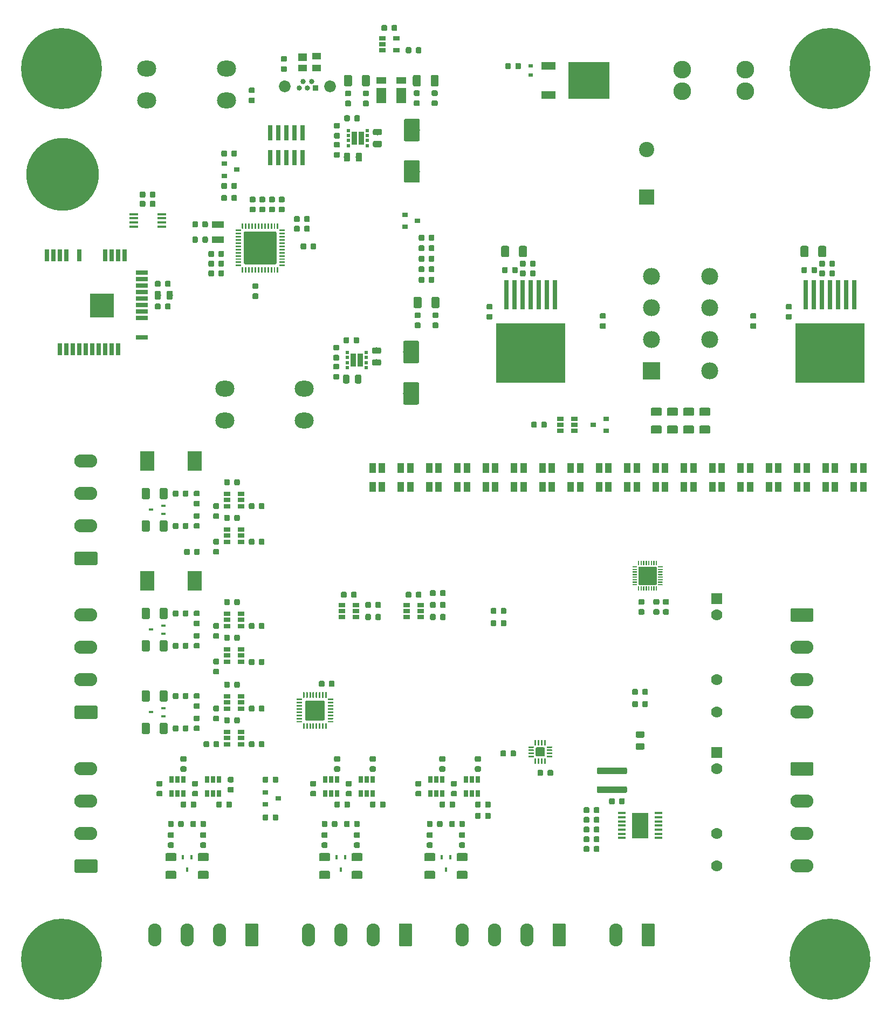
<source format=gts>
G04 #@! TF.GenerationSoftware,KiCad,Pcbnew,(5.1.4-0-10_14)*
G04 #@! TF.CreationDate,2019-10-20T10:50:28-05:00*
G04 #@! TF.ProjectId,WiFi-Gate-Control-Board,57694669-2d47-4617-9465-2d436f6e7472,rev?*
G04 #@! TF.SameCoordinates,Original*
G04 #@! TF.FileFunction,Soldermask,Top*
G04 #@! TF.FilePolarity,Negative*
%FSLAX46Y46*%
G04 Gerber Fmt 4.6, Leading zero omitted, Abs format (unit mm)*
G04 Created by KiCad (PCBNEW (5.1.4-0-10_14)) date 2019-10-20 10:50:28*
%MOMM*%
%LPD*%
G04 APERTURE LIST*
%ADD10R,0.800000X1.900000*%
%ADD11R,1.900000X0.800000*%
%ADD12R,3.700000X3.700000*%
%ADD13C,0.635000*%
%ADD14R,1.100000X1.500000*%
%ADD15C,0.152400*%
%ADD16C,0.875000*%
%ADD17R,0.900000X0.800000*%
%ADD18R,1.060000X0.650000*%
%ADD19C,0.975000*%
%ADD20C,0.250000*%
%ADD21C,1.450000*%
%ADD22C,12.700000*%
%ADD23C,2.400000*%
%ADD24R,2.400000X2.400000*%
%ADD25C,1.250000*%
%ADD26C,2.500000*%
%ADD27R,0.650000X1.060000*%
%ADD28C,3.100000*%
%ADD29R,0.590000X0.540000*%
%ADD30R,0.940000X2.040000*%
%ADD31C,0.200000*%
%ADD32C,2.900000*%
%ADD33R,1.310000X0.450000*%
%ADD34R,2.650000X2.000000*%
%ADD35O,2.999999X2.500000*%
%ADD36O,3.000000X2.500000*%
%ADD37C,11.430000*%
%ADD38C,1.050000*%
%ADD39C,1.778000*%
%ADD40R,1.778000X1.778000*%
%ADD41O,3.600000X2.080000*%
%ADD42C,2.080000*%
%ADD43O,2.080000X3.600000*%
%ADD44R,2.300000X3.100000*%
%ADD45R,0.450000X0.700000*%
%ADD46R,0.700000X0.450000*%
%ADD47C,2.667000*%
%ADD48R,2.667000X2.667000*%
%ADD49R,0.700000X0.600000*%
%ADD50R,10.800000X9.400000*%
%ADD51R,0.800000X4.600000*%
%ADD52R,0.800000X4.600001*%
%ADD53R,6.400000X5.800000*%
%ADD54R,2.200000X1.200000*%
%ADD55C,2.780000*%
%ADD56R,1.900000X1.100000*%
%ADD57R,1.500000X1.050000*%
%ADD58R,1.500000X2.400000*%
%ADD59R,1.400000X1.000000*%
%ADD60R,1.400000X1.200000*%
%ADD61C,5.150000*%
%ADD62R,0.740000X2.400000*%
%ADD63R,1.450000X0.450000*%
%ADD64C,1.850000*%
%ADD65C,0.840000*%
%ADD66R,0.840000X0.840000*%
G04 APERTURE END LIST*
D10*
X112429000Y-92695000D03*
X111413000Y-92695000D03*
X110397000Y-92695000D03*
X109381000Y-92695000D03*
X105317000Y-92695000D03*
X103285000Y-92695000D03*
X102269000Y-92695000D03*
X101253000Y-92695000D03*
X100237000Y-92695000D03*
X102275000Y-107425000D03*
X103291000Y-107425000D03*
X104307000Y-107425000D03*
X105323000Y-107425000D03*
X106339000Y-107425000D03*
X107355000Y-107425000D03*
X108371000Y-107425000D03*
X109387000Y-107425000D03*
X110403000Y-107425000D03*
X111419000Y-107425000D03*
D11*
X115099000Y-105525000D03*
X115099000Y-102477000D03*
X115099000Y-101461000D03*
X115099000Y-100445000D03*
X115099000Y-99429000D03*
X115099000Y-98413000D03*
X115099000Y-97397000D03*
X115099000Y-96381000D03*
X115099000Y-95365000D03*
D12*
X108829000Y-100545000D03*
D13*
X108829000Y-100545000D03*
X108829000Y-101745000D03*
X108829000Y-99345000D03*
X107629000Y-101745000D03*
X107629000Y-100545000D03*
X107629000Y-99345000D03*
X110029000Y-101745000D03*
X110029000Y-100545000D03*
X110029000Y-99345000D03*
D14*
X228395000Y-128985000D03*
X228395000Y-125985000D03*
X226895000Y-125985000D03*
X226895000Y-128985000D03*
X223950000Y-128985000D03*
X223950000Y-125985000D03*
X222450000Y-125985000D03*
X222450000Y-128985000D03*
D15*
G36*
X173681691Y-170321053D02*
G01*
X173702926Y-170324203D01*
X173723750Y-170329419D01*
X173743962Y-170336651D01*
X173763368Y-170345830D01*
X173781781Y-170356866D01*
X173799024Y-170369654D01*
X173814930Y-170384070D01*
X173829346Y-170399976D01*
X173842134Y-170417219D01*
X173853170Y-170435632D01*
X173862349Y-170455038D01*
X173869581Y-170475250D01*
X173874797Y-170496074D01*
X173877947Y-170517309D01*
X173879000Y-170538750D01*
X173879000Y-171051250D01*
X173877947Y-171072691D01*
X173874797Y-171093926D01*
X173869581Y-171114750D01*
X173862349Y-171134962D01*
X173853170Y-171154368D01*
X173842134Y-171172781D01*
X173829346Y-171190024D01*
X173814930Y-171205930D01*
X173799024Y-171220346D01*
X173781781Y-171233134D01*
X173763368Y-171244170D01*
X173743962Y-171253349D01*
X173723750Y-171260581D01*
X173702926Y-171265797D01*
X173681691Y-171268947D01*
X173660250Y-171270000D01*
X173222750Y-171270000D01*
X173201309Y-171268947D01*
X173180074Y-171265797D01*
X173159250Y-171260581D01*
X173139038Y-171253349D01*
X173119632Y-171244170D01*
X173101219Y-171233134D01*
X173083976Y-171220346D01*
X173068070Y-171205930D01*
X173053654Y-171190024D01*
X173040866Y-171172781D01*
X173029830Y-171154368D01*
X173020651Y-171134962D01*
X173013419Y-171114750D01*
X173008203Y-171093926D01*
X173005053Y-171072691D01*
X173004000Y-171051250D01*
X173004000Y-170538750D01*
X173005053Y-170517309D01*
X173008203Y-170496074D01*
X173013419Y-170475250D01*
X173020651Y-170455038D01*
X173029830Y-170435632D01*
X173040866Y-170417219D01*
X173053654Y-170399976D01*
X173068070Y-170384070D01*
X173083976Y-170369654D01*
X173101219Y-170356866D01*
X173119632Y-170345830D01*
X173139038Y-170336651D01*
X173159250Y-170329419D01*
X173180074Y-170324203D01*
X173201309Y-170321053D01*
X173222750Y-170320000D01*
X173660250Y-170320000D01*
X173681691Y-170321053D01*
X173681691Y-170321053D01*
G37*
D16*
X173441500Y-170795000D03*
D15*
G36*
X172106691Y-170321053D02*
G01*
X172127926Y-170324203D01*
X172148750Y-170329419D01*
X172168962Y-170336651D01*
X172188368Y-170345830D01*
X172206781Y-170356866D01*
X172224024Y-170369654D01*
X172239930Y-170384070D01*
X172254346Y-170399976D01*
X172267134Y-170417219D01*
X172278170Y-170435632D01*
X172287349Y-170455038D01*
X172294581Y-170475250D01*
X172299797Y-170496074D01*
X172302947Y-170517309D01*
X172304000Y-170538750D01*
X172304000Y-171051250D01*
X172302947Y-171072691D01*
X172299797Y-171093926D01*
X172294581Y-171114750D01*
X172287349Y-171134962D01*
X172278170Y-171154368D01*
X172267134Y-171172781D01*
X172254346Y-171190024D01*
X172239930Y-171205930D01*
X172224024Y-171220346D01*
X172206781Y-171233134D01*
X172188368Y-171244170D01*
X172168962Y-171253349D01*
X172148750Y-171260581D01*
X172127926Y-171265797D01*
X172106691Y-171268947D01*
X172085250Y-171270000D01*
X171647750Y-171270000D01*
X171626309Y-171268947D01*
X171605074Y-171265797D01*
X171584250Y-171260581D01*
X171564038Y-171253349D01*
X171544632Y-171244170D01*
X171526219Y-171233134D01*
X171508976Y-171220346D01*
X171493070Y-171205930D01*
X171478654Y-171190024D01*
X171465866Y-171172781D01*
X171454830Y-171154368D01*
X171445651Y-171134962D01*
X171438419Y-171114750D01*
X171433203Y-171093926D01*
X171430053Y-171072691D01*
X171429000Y-171051250D01*
X171429000Y-170538750D01*
X171430053Y-170517309D01*
X171433203Y-170496074D01*
X171438419Y-170475250D01*
X171445651Y-170455038D01*
X171454830Y-170435632D01*
X171465866Y-170417219D01*
X171478654Y-170399976D01*
X171493070Y-170384070D01*
X171508976Y-170369654D01*
X171526219Y-170356866D01*
X171544632Y-170345830D01*
X171564038Y-170336651D01*
X171584250Y-170329419D01*
X171605074Y-170324203D01*
X171626309Y-170321053D01*
X171647750Y-170320000D01*
X172085250Y-170320000D01*
X172106691Y-170321053D01*
X172106691Y-170321053D01*
G37*
D16*
X171866500Y-170795000D03*
D15*
G36*
X172157691Y-149871053D02*
G01*
X172178926Y-149874203D01*
X172199750Y-149879419D01*
X172219962Y-149886651D01*
X172239368Y-149895830D01*
X172257781Y-149906866D01*
X172275024Y-149919654D01*
X172290930Y-149934070D01*
X172305346Y-149949976D01*
X172318134Y-149967219D01*
X172329170Y-149985632D01*
X172338349Y-150005038D01*
X172345581Y-150025250D01*
X172350797Y-150046074D01*
X172353947Y-150067309D01*
X172355000Y-150088750D01*
X172355000Y-150601250D01*
X172353947Y-150622691D01*
X172350797Y-150643926D01*
X172345581Y-150664750D01*
X172338349Y-150684962D01*
X172329170Y-150704368D01*
X172318134Y-150722781D01*
X172305346Y-150740024D01*
X172290930Y-150755930D01*
X172275024Y-150770346D01*
X172257781Y-150783134D01*
X172239368Y-150794170D01*
X172219962Y-150803349D01*
X172199750Y-150810581D01*
X172178926Y-150815797D01*
X172157691Y-150818947D01*
X172136250Y-150820000D01*
X171698750Y-150820000D01*
X171677309Y-150818947D01*
X171656074Y-150815797D01*
X171635250Y-150810581D01*
X171615038Y-150803349D01*
X171595632Y-150794170D01*
X171577219Y-150783134D01*
X171559976Y-150770346D01*
X171544070Y-150755930D01*
X171529654Y-150740024D01*
X171516866Y-150722781D01*
X171505830Y-150704368D01*
X171496651Y-150684962D01*
X171489419Y-150664750D01*
X171484203Y-150643926D01*
X171481053Y-150622691D01*
X171480000Y-150601250D01*
X171480000Y-150088750D01*
X171481053Y-150067309D01*
X171484203Y-150046074D01*
X171489419Y-150025250D01*
X171496651Y-150005038D01*
X171505830Y-149985632D01*
X171516866Y-149967219D01*
X171529654Y-149949976D01*
X171544070Y-149934070D01*
X171559976Y-149919654D01*
X171577219Y-149906866D01*
X171595632Y-149895830D01*
X171615038Y-149886651D01*
X171635250Y-149879419D01*
X171656074Y-149874203D01*
X171677309Y-149871053D01*
X171698750Y-149870000D01*
X172136250Y-149870000D01*
X172157691Y-149871053D01*
X172157691Y-149871053D01*
G37*
D16*
X171917500Y-150345000D03*
D15*
G36*
X170582691Y-149871053D02*
G01*
X170603926Y-149874203D01*
X170624750Y-149879419D01*
X170644962Y-149886651D01*
X170664368Y-149895830D01*
X170682781Y-149906866D01*
X170700024Y-149919654D01*
X170715930Y-149934070D01*
X170730346Y-149949976D01*
X170743134Y-149967219D01*
X170754170Y-149985632D01*
X170763349Y-150005038D01*
X170770581Y-150025250D01*
X170775797Y-150046074D01*
X170778947Y-150067309D01*
X170780000Y-150088750D01*
X170780000Y-150601250D01*
X170778947Y-150622691D01*
X170775797Y-150643926D01*
X170770581Y-150664750D01*
X170763349Y-150684962D01*
X170754170Y-150704368D01*
X170743134Y-150722781D01*
X170730346Y-150740024D01*
X170715930Y-150755930D01*
X170700024Y-150770346D01*
X170682781Y-150783134D01*
X170664368Y-150794170D01*
X170644962Y-150803349D01*
X170624750Y-150810581D01*
X170603926Y-150815797D01*
X170582691Y-150818947D01*
X170561250Y-150820000D01*
X170123750Y-150820000D01*
X170102309Y-150818947D01*
X170081074Y-150815797D01*
X170060250Y-150810581D01*
X170040038Y-150803349D01*
X170020632Y-150794170D01*
X170002219Y-150783134D01*
X169984976Y-150770346D01*
X169969070Y-150755930D01*
X169954654Y-150740024D01*
X169941866Y-150722781D01*
X169930830Y-150704368D01*
X169921651Y-150684962D01*
X169914419Y-150664750D01*
X169909203Y-150643926D01*
X169906053Y-150622691D01*
X169905000Y-150601250D01*
X169905000Y-150088750D01*
X169906053Y-150067309D01*
X169909203Y-150046074D01*
X169914419Y-150025250D01*
X169921651Y-150005038D01*
X169930830Y-149985632D01*
X169941866Y-149967219D01*
X169954654Y-149949976D01*
X169969070Y-149934070D01*
X169984976Y-149919654D01*
X170002219Y-149906866D01*
X170020632Y-149895830D01*
X170040038Y-149886651D01*
X170060250Y-149879419D01*
X170081074Y-149874203D01*
X170102309Y-149871053D01*
X170123750Y-149870000D01*
X170561250Y-149870000D01*
X170582691Y-149871053D01*
X170582691Y-149871053D01*
G37*
D16*
X170342500Y-150345000D03*
D15*
G36*
X172157691Y-147966053D02*
G01*
X172178926Y-147969203D01*
X172199750Y-147974419D01*
X172219962Y-147981651D01*
X172239368Y-147990830D01*
X172257781Y-148001866D01*
X172275024Y-148014654D01*
X172290930Y-148029070D01*
X172305346Y-148044976D01*
X172318134Y-148062219D01*
X172329170Y-148080632D01*
X172338349Y-148100038D01*
X172345581Y-148120250D01*
X172350797Y-148141074D01*
X172353947Y-148162309D01*
X172355000Y-148183750D01*
X172355000Y-148696250D01*
X172353947Y-148717691D01*
X172350797Y-148738926D01*
X172345581Y-148759750D01*
X172338349Y-148779962D01*
X172329170Y-148799368D01*
X172318134Y-148817781D01*
X172305346Y-148835024D01*
X172290930Y-148850930D01*
X172275024Y-148865346D01*
X172257781Y-148878134D01*
X172239368Y-148889170D01*
X172219962Y-148898349D01*
X172199750Y-148905581D01*
X172178926Y-148910797D01*
X172157691Y-148913947D01*
X172136250Y-148915000D01*
X171698750Y-148915000D01*
X171677309Y-148913947D01*
X171656074Y-148910797D01*
X171635250Y-148905581D01*
X171615038Y-148898349D01*
X171595632Y-148889170D01*
X171577219Y-148878134D01*
X171559976Y-148865346D01*
X171544070Y-148850930D01*
X171529654Y-148835024D01*
X171516866Y-148817781D01*
X171505830Y-148799368D01*
X171496651Y-148779962D01*
X171489419Y-148759750D01*
X171484203Y-148738926D01*
X171481053Y-148717691D01*
X171480000Y-148696250D01*
X171480000Y-148183750D01*
X171481053Y-148162309D01*
X171484203Y-148141074D01*
X171489419Y-148120250D01*
X171496651Y-148100038D01*
X171505830Y-148080632D01*
X171516866Y-148062219D01*
X171529654Y-148044976D01*
X171544070Y-148029070D01*
X171559976Y-148014654D01*
X171577219Y-148001866D01*
X171595632Y-147990830D01*
X171615038Y-147981651D01*
X171635250Y-147974419D01*
X171656074Y-147969203D01*
X171677309Y-147966053D01*
X171698750Y-147965000D01*
X172136250Y-147965000D01*
X172157691Y-147966053D01*
X172157691Y-147966053D01*
G37*
D16*
X171917500Y-148440000D03*
D15*
G36*
X170582691Y-147966053D02*
G01*
X170603926Y-147969203D01*
X170624750Y-147974419D01*
X170644962Y-147981651D01*
X170664368Y-147990830D01*
X170682781Y-148001866D01*
X170700024Y-148014654D01*
X170715930Y-148029070D01*
X170730346Y-148044976D01*
X170743134Y-148062219D01*
X170754170Y-148080632D01*
X170763349Y-148100038D01*
X170770581Y-148120250D01*
X170775797Y-148141074D01*
X170778947Y-148162309D01*
X170780000Y-148183750D01*
X170780000Y-148696250D01*
X170778947Y-148717691D01*
X170775797Y-148738926D01*
X170770581Y-148759750D01*
X170763349Y-148779962D01*
X170754170Y-148799368D01*
X170743134Y-148817781D01*
X170730346Y-148835024D01*
X170715930Y-148850930D01*
X170700024Y-148865346D01*
X170682781Y-148878134D01*
X170664368Y-148889170D01*
X170644962Y-148898349D01*
X170624750Y-148905581D01*
X170603926Y-148910797D01*
X170582691Y-148913947D01*
X170561250Y-148915000D01*
X170123750Y-148915000D01*
X170102309Y-148913947D01*
X170081074Y-148910797D01*
X170060250Y-148905581D01*
X170040038Y-148898349D01*
X170020632Y-148889170D01*
X170002219Y-148878134D01*
X169984976Y-148865346D01*
X169969070Y-148850930D01*
X169954654Y-148835024D01*
X169941866Y-148817781D01*
X169930830Y-148799368D01*
X169921651Y-148779962D01*
X169914419Y-148759750D01*
X169909203Y-148738926D01*
X169906053Y-148717691D01*
X169905000Y-148696250D01*
X169905000Y-148183750D01*
X169906053Y-148162309D01*
X169909203Y-148141074D01*
X169914419Y-148120250D01*
X169921651Y-148100038D01*
X169930830Y-148080632D01*
X169941866Y-148062219D01*
X169954654Y-148044976D01*
X169969070Y-148029070D01*
X169984976Y-148014654D01*
X170002219Y-148001866D01*
X170020632Y-147990830D01*
X170040038Y-147981651D01*
X170060250Y-147974419D01*
X170081074Y-147969203D01*
X170102309Y-147966053D01*
X170123750Y-147965000D01*
X170561250Y-147965000D01*
X170582691Y-147966053D01*
X170582691Y-147966053D01*
G37*
D16*
X170342500Y-148440000D03*
D17*
X158414000Y-87226000D03*
X156414000Y-88176000D03*
X156414000Y-86276000D03*
X130051500Y-79225000D03*
X128051500Y-80175000D03*
X128051500Y-78275000D03*
D15*
G36*
X128291691Y-76211053D02*
G01*
X128312926Y-76214203D01*
X128333750Y-76219419D01*
X128353962Y-76226651D01*
X128373368Y-76235830D01*
X128391781Y-76246866D01*
X128409024Y-76259654D01*
X128424930Y-76274070D01*
X128439346Y-76289976D01*
X128452134Y-76307219D01*
X128463170Y-76325632D01*
X128472349Y-76345038D01*
X128479581Y-76365250D01*
X128484797Y-76386074D01*
X128487947Y-76407309D01*
X128489000Y-76428750D01*
X128489000Y-76941250D01*
X128487947Y-76962691D01*
X128484797Y-76983926D01*
X128479581Y-77004750D01*
X128472349Y-77024962D01*
X128463170Y-77044368D01*
X128452134Y-77062781D01*
X128439346Y-77080024D01*
X128424930Y-77095930D01*
X128409024Y-77110346D01*
X128391781Y-77123134D01*
X128373368Y-77134170D01*
X128353962Y-77143349D01*
X128333750Y-77150581D01*
X128312926Y-77155797D01*
X128291691Y-77158947D01*
X128270250Y-77160000D01*
X127832750Y-77160000D01*
X127811309Y-77158947D01*
X127790074Y-77155797D01*
X127769250Y-77150581D01*
X127749038Y-77143349D01*
X127729632Y-77134170D01*
X127711219Y-77123134D01*
X127693976Y-77110346D01*
X127678070Y-77095930D01*
X127663654Y-77080024D01*
X127650866Y-77062781D01*
X127639830Y-77044368D01*
X127630651Y-77024962D01*
X127623419Y-77004750D01*
X127618203Y-76983926D01*
X127615053Y-76962691D01*
X127614000Y-76941250D01*
X127614000Y-76428750D01*
X127615053Y-76407309D01*
X127618203Y-76386074D01*
X127623419Y-76365250D01*
X127630651Y-76345038D01*
X127639830Y-76325632D01*
X127650866Y-76307219D01*
X127663654Y-76289976D01*
X127678070Y-76274070D01*
X127693976Y-76259654D01*
X127711219Y-76246866D01*
X127729632Y-76235830D01*
X127749038Y-76226651D01*
X127769250Y-76219419D01*
X127790074Y-76214203D01*
X127811309Y-76211053D01*
X127832750Y-76210000D01*
X128270250Y-76210000D01*
X128291691Y-76211053D01*
X128291691Y-76211053D01*
G37*
D16*
X128051500Y-76685000D03*
D15*
G36*
X129866691Y-76211053D02*
G01*
X129887926Y-76214203D01*
X129908750Y-76219419D01*
X129928962Y-76226651D01*
X129948368Y-76235830D01*
X129966781Y-76246866D01*
X129984024Y-76259654D01*
X129999930Y-76274070D01*
X130014346Y-76289976D01*
X130027134Y-76307219D01*
X130038170Y-76325632D01*
X130047349Y-76345038D01*
X130054581Y-76365250D01*
X130059797Y-76386074D01*
X130062947Y-76407309D01*
X130064000Y-76428750D01*
X130064000Y-76941250D01*
X130062947Y-76962691D01*
X130059797Y-76983926D01*
X130054581Y-77004750D01*
X130047349Y-77024962D01*
X130038170Y-77044368D01*
X130027134Y-77062781D01*
X130014346Y-77080024D01*
X129999930Y-77095930D01*
X129984024Y-77110346D01*
X129966781Y-77123134D01*
X129948368Y-77134170D01*
X129928962Y-77143349D01*
X129908750Y-77150581D01*
X129887926Y-77155797D01*
X129866691Y-77158947D01*
X129845250Y-77160000D01*
X129407750Y-77160000D01*
X129386309Y-77158947D01*
X129365074Y-77155797D01*
X129344250Y-77150581D01*
X129324038Y-77143349D01*
X129304632Y-77134170D01*
X129286219Y-77123134D01*
X129268976Y-77110346D01*
X129253070Y-77095930D01*
X129238654Y-77080024D01*
X129225866Y-77062781D01*
X129214830Y-77044368D01*
X129205651Y-77024962D01*
X129198419Y-77004750D01*
X129193203Y-76983926D01*
X129190053Y-76962691D01*
X129189000Y-76941250D01*
X129189000Y-76428750D01*
X129190053Y-76407309D01*
X129193203Y-76386074D01*
X129198419Y-76365250D01*
X129205651Y-76345038D01*
X129214830Y-76325632D01*
X129225866Y-76307219D01*
X129238654Y-76289976D01*
X129253070Y-76274070D01*
X129268976Y-76259654D01*
X129286219Y-76246866D01*
X129304632Y-76235830D01*
X129324038Y-76226651D01*
X129344250Y-76219419D01*
X129365074Y-76214203D01*
X129386309Y-76211053D01*
X129407750Y-76210000D01*
X129845250Y-76210000D01*
X129866691Y-76211053D01*
X129866691Y-76211053D01*
G37*
D16*
X129626500Y-76685000D03*
D15*
G36*
X129866691Y-83196053D02*
G01*
X129887926Y-83199203D01*
X129908750Y-83204419D01*
X129928962Y-83211651D01*
X129948368Y-83220830D01*
X129966781Y-83231866D01*
X129984024Y-83244654D01*
X129999930Y-83259070D01*
X130014346Y-83274976D01*
X130027134Y-83292219D01*
X130038170Y-83310632D01*
X130047349Y-83330038D01*
X130054581Y-83350250D01*
X130059797Y-83371074D01*
X130062947Y-83392309D01*
X130064000Y-83413750D01*
X130064000Y-83926250D01*
X130062947Y-83947691D01*
X130059797Y-83968926D01*
X130054581Y-83989750D01*
X130047349Y-84009962D01*
X130038170Y-84029368D01*
X130027134Y-84047781D01*
X130014346Y-84065024D01*
X129999930Y-84080930D01*
X129984024Y-84095346D01*
X129966781Y-84108134D01*
X129948368Y-84119170D01*
X129928962Y-84128349D01*
X129908750Y-84135581D01*
X129887926Y-84140797D01*
X129866691Y-84143947D01*
X129845250Y-84145000D01*
X129407750Y-84145000D01*
X129386309Y-84143947D01*
X129365074Y-84140797D01*
X129344250Y-84135581D01*
X129324038Y-84128349D01*
X129304632Y-84119170D01*
X129286219Y-84108134D01*
X129268976Y-84095346D01*
X129253070Y-84080930D01*
X129238654Y-84065024D01*
X129225866Y-84047781D01*
X129214830Y-84029368D01*
X129205651Y-84009962D01*
X129198419Y-83989750D01*
X129193203Y-83968926D01*
X129190053Y-83947691D01*
X129189000Y-83926250D01*
X129189000Y-83413750D01*
X129190053Y-83392309D01*
X129193203Y-83371074D01*
X129198419Y-83350250D01*
X129205651Y-83330038D01*
X129214830Y-83310632D01*
X129225866Y-83292219D01*
X129238654Y-83274976D01*
X129253070Y-83259070D01*
X129268976Y-83244654D01*
X129286219Y-83231866D01*
X129304632Y-83220830D01*
X129324038Y-83211651D01*
X129344250Y-83204419D01*
X129365074Y-83199203D01*
X129386309Y-83196053D01*
X129407750Y-83195000D01*
X129845250Y-83195000D01*
X129866691Y-83196053D01*
X129866691Y-83196053D01*
G37*
D16*
X129626500Y-83670000D03*
D15*
G36*
X128291691Y-83196053D02*
G01*
X128312926Y-83199203D01*
X128333750Y-83204419D01*
X128353962Y-83211651D01*
X128373368Y-83220830D01*
X128391781Y-83231866D01*
X128409024Y-83244654D01*
X128424930Y-83259070D01*
X128439346Y-83274976D01*
X128452134Y-83292219D01*
X128463170Y-83310632D01*
X128472349Y-83330038D01*
X128479581Y-83350250D01*
X128484797Y-83371074D01*
X128487947Y-83392309D01*
X128489000Y-83413750D01*
X128489000Y-83926250D01*
X128487947Y-83947691D01*
X128484797Y-83968926D01*
X128479581Y-83989750D01*
X128472349Y-84009962D01*
X128463170Y-84029368D01*
X128452134Y-84047781D01*
X128439346Y-84065024D01*
X128424930Y-84080930D01*
X128409024Y-84095346D01*
X128391781Y-84108134D01*
X128373368Y-84119170D01*
X128353962Y-84128349D01*
X128333750Y-84135581D01*
X128312926Y-84140797D01*
X128291691Y-84143947D01*
X128270250Y-84145000D01*
X127832750Y-84145000D01*
X127811309Y-84143947D01*
X127790074Y-84140797D01*
X127769250Y-84135581D01*
X127749038Y-84128349D01*
X127729632Y-84119170D01*
X127711219Y-84108134D01*
X127693976Y-84095346D01*
X127678070Y-84080930D01*
X127663654Y-84065024D01*
X127650866Y-84047781D01*
X127639830Y-84029368D01*
X127630651Y-84009962D01*
X127623419Y-83989750D01*
X127618203Y-83968926D01*
X127615053Y-83947691D01*
X127614000Y-83926250D01*
X127614000Y-83413750D01*
X127615053Y-83392309D01*
X127618203Y-83371074D01*
X127623419Y-83350250D01*
X127630651Y-83330038D01*
X127639830Y-83310632D01*
X127650866Y-83292219D01*
X127663654Y-83274976D01*
X127678070Y-83259070D01*
X127693976Y-83244654D01*
X127711219Y-83231866D01*
X127729632Y-83220830D01*
X127749038Y-83211651D01*
X127769250Y-83204419D01*
X127790074Y-83199203D01*
X127811309Y-83196053D01*
X127832750Y-83195000D01*
X128270250Y-83195000D01*
X128291691Y-83196053D01*
X128291691Y-83196053D01*
G37*
D16*
X128051500Y-83670000D03*
D15*
G36*
X128291691Y-81291053D02*
G01*
X128312926Y-81294203D01*
X128333750Y-81299419D01*
X128353962Y-81306651D01*
X128373368Y-81315830D01*
X128391781Y-81326866D01*
X128409024Y-81339654D01*
X128424930Y-81354070D01*
X128439346Y-81369976D01*
X128452134Y-81387219D01*
X128463170Y-81405632D01*
X128472349Y-81425038D01*
X128479581Y-81445250D01*
X128484797Y-81466074D01*
X128487947Y-81487309D01*
X128489000Y-81508750D01*
X128489000Y-82021250D01*
X128487947Y-82042691D01*
X128484797Y-82063926D01*
X128479581Y-82084750D01*
X128472349Y-82104962D01*
X128463170Y-82124368D01*
X128452134Y-82142781D01*
X128439346Y-82160024D01*
X128424930Y-82175930D01*
X128409024Y-82190346D01*
X128391781Y-82203134D01*
X128373368Y-82214170D01*
X128353962Y-82223349D01*
X128333750Y-82230581D01*
X128312926Y-82235797D01*
X128291691Y-82238947D01*
X128270250Y-82240000D01*
X127832750Y-82240000D01*
X127811309Y-82238947D01*
X127790074Y-82235797D01*
X127769250Y-82230581D01*
X127749038Y-82223349D01*
X127729632Y-82214170D01*
X127711219Y-82203134D01*
X127693976Y-82190346D01*
X127678070Y-82175930D01*
X127663654Y-82160024D01*
X127650866Y-82142781D01*
X127639830Y-82124368D01*
X127630651Y-82104962D01*
X127623419Y-82084750D01*
X127618203Y-82063926D01*
X127615053Y-82042691D01*
X127614000Y-82021250D01*
X127614000Y-81508750D01*
X127615053Y-81487309D01*
X127618203Y-81466074D01*
X127623419Y-81445250D01*
X127630651Y-81425038D01*
X127639830Y-81405632D01*
X127650866Y-81387219D01*
X127663654Y-81369976D01*
X127678070Y-81354070D01*
X127693976Y-81339654D01*
X127711219Y-81326866D01*
X127729632Y-81315830D01*
X127749038Y-81306651D01*
X127769250Y-81299419D01*
X127790074Y-81294203D01*
X127811309Y-81291053D01*
X127832750Y-81290000D01*
X128270250Y-81290000D01*
X128291691Y-81291053D01*
X128291691Y-81291053D01*
G37*
D16*
X128051500Y-81765000D03*
D15*
G36*
X129866691Y-81291053D02*
G01*
X129887926Y-81294203D01*
X129908750Y-81299419D01*
X129928962Y-81306651D01*
X129948368Y-81315830D01*
X129966781Y-81326866D01*
X129984024Y-81339654D01*
X129999930Y-81354070D01*
X130014346Y-81369976D01*
X130027134Y-81387219D01*
X130038170Y-81405632D01*
X130047349Y-81425038D01*
X130054581Y-81445250D01*
X130059797Y-81466074D01*
X130062947Y-81487309D01*
X130064000Y-81508750D01*
X130064000Y-82021250D01*
X130062947Y-82042691D01*
X130059797Y-82063926D01*
X130054581Y-82084750D01*
X130047349Y-82104962D01*
X130038170Y-82124368D01*
X130027134Y-82142781D01*
X130014346Y-82160024D01*
X129999930Y-82175930D01*
X129984024Y-82190346D01*
X129966781Y-82203134D01*
X129948368Y-82214170D01*
X129928962Y-82223349D01*
X129908750Y-82230581D01*
X129887926Y-82235797D01*
X129866691Y-82238947D01*
X129845250Y-82240000D01*
X129407750Y-82240000D01*
X129386309Y-82238947D01*
X129365074Y-82235797D01*
X129344250Y-82230581D01*
X129324038Y-82223349D01*
X129304632Y-82214170D01*
X129286219Y-82203134D01*
X129268976Y-82190346D01*
X129253070Y-82175930D01*
X129238654Y-82160024D01*
X129225866Y-82142781D01*
X129214830Y-82124368D01*
X129205651Y-82104962D01*
X129198419Y-82084750D01*
X129193203Y-82063926D01*
X129190053Y-82042691D01*
X129189000Y-82021250D01*
X129189000Y-81508750D01*
X129190053Y-81487309D01*
X129193203Y-81466074D01*
X129198419Y-81445250D01*
X129205651Y-81425038D01*
X129214830Y-81405632D01*
X129225866Y-81387219D01*
X129238654Y-81369976D01*
X129253070Y-81354070D01*
X129268976Y-81339654D01*
X129286219Y-81326866D01*
X129304632Y-81315830D01*
X129324038Y-81306651D01*
X129344250Y-81299419D01*
X129365074Y-81294203D01*
X129386309Y-81291053D01*
X129407750Y-81290000D01*
X129845250Y-81290000D01*
X129866691Y-81291053D01*
X129866691Y-81291053D01*
G37*
D16*
X129626500Y-81765000D03*
D15*
G36*
X141296691Y-86498053D02*
G01*
X141317926Y-86501203D01*
X141338750Y-86506419D01*
X141358962Y-86513651D01*
X141378368Y-86522830D01*
X141396781Y-86533866D01*
X141414024Y-86546654D01*
X141429930Y-86561070D01*
X141444346Y-86576976D01*
X141457134Y-86594219D01*
X141468170Y-86612632D01*
X141477349Y-86632038D01*
X141484581Y-86652250D01*
X141489797Y-86673074D01*
X141492947Y-86694309D01*
X141494000Y-86715750D01*
X141494000Y-87228250D01*
X141492947Y-87249691D01*
X141489797Y-87270926D01*
X141484581Y-87291750D01*
X141477349Y-87311962D01*
X141468170Y-87331368D01*
X141457134Y-87349781D01*
X141444346Y-87367024D01*
X141429930Y-87382930D01*
X141414024Y-87397346D01*
X141396781Y-87410134D01*
X141378368Y-87421170D01*
X141358962Y-87430349D01*
X141338750Y-87437581D01*
X141317926Y-87442797D01*
X141296691Y-87445947D01*
X141275250Y-87447000D01*
X140837750Y-87447000D01*
X140816309Y-87445947D01*
X140795074Y-87442797D01*
X140774250Y-87437581D01*
X140754038Y-87430349D01*
X140734632Y-87421170D01*
X140716219Y-87410134D01*
X140698976Y-87397346D01*
X140683070Y-87382930D01*
X140668654Y-87367024D01*
X140655866Y-87349781D01*
X140644830Y-87331368D01*
X140635651Y-87311962D01*
X140628419Y-87291750D01*
X140623203Y-87270926D01*
X140620053Y-87249691D01*
X140619000Y-87228250D01*
X140619000Y-86715750D01*
X140620053Y-86694309D01*
X140623203Y-86673074D01*
X140628419Y-86652250D01*
X140635651Y-86632038D01*
X140644830Y-86612632D01*
X140655866Y-86594219D01*
X140668654Y-86576976D01*
X140683070Y-86561070D01*
X140698976Y-86546654D01*
X140716219Y-86533866D01*
X140734632Y-86522830D01*
X140754038Y-86513651D01*
X140774250Y-86506419D01*
X140795074Y-86501203D01*
X140816309Y-86498053D01*
X140837750Y-86497000D01*
X141275250Y-86497000D01*
X141296691Y-86498053D01*
X141296691Y-86498053D01*
G37*
D16*
X141056500Y-86972000D03*
D15*
G36*
X139721691Y-86498053D02*
G01*
X139742926Y-86501203D01*
X139763750Y-86506419D01*
X139783962Y-86513651D01*
X139803368Y-86522830D01*
X139821781Y-86533866D01*
X139839024Y-86546654D01*
X139854930Y-86561070D01*
X139869346Y-86576976D01*
X139882134Y-86594219D01*
X139893170Y-86612632D01*
X139902349Y-86632038D01*
X139909581Y-86652250D01*
X139914797Y-86673074D01*
X139917947Y-86694309D01*
X139919000Y-86715750D01*
X139919000Y-87228250D01*
X139917947Y-87249691D01*
X139914797Y-87270926D01*
X139909581Y-87291750D01*
X139902349Y-87311962D01*
X139893170Y-87331368D01*
X139882134Y-87349781D01*
X139869346Y-87367024D01*
X139854930Y-87382930D01*
X139839024Y-87397346D01*
X139821781Y-87410134D01*
X139803368Y-87421170D01*
X139783962Y-87430349D01*
X139763750Y-87437581D01*
X139742926Y-87442797D01*
X139721691Y-87445947D01*
X139700250Y-87447000D01*
X139262750Y-87447000D01*
X139241309Y-87445947D01*
X139220074Y-87442797D01*
X139199250Y-87437581D01*
X139179038Y-87430349D01*
X139159632Y-87421170D01*
X139141219Y-87410134D01*
X139123976Y-87397346D01*
X139108070Y-87382930D01*
X139093654Y-87367024D01*
X139080866Y-87349781D01*
X139069830Y-87331368D01*
X139060651Y-87311962D01*
X139053419Y-87291750D01*
X139048203Y-87270926D01*
X139045053Y-87249691D01*
X139044000Y-87228250D01*
X139044000Y-86715750D01*
X139045053Y-86694309D01*
X139048203Y-86673074D01*
X139053419Y-86652250D01*
X139060651Y-86632038D01*
X139069830Y-86612632D01*
X139080866Y-86594219D01*
X139093654Y-86576976D01*
X139108070Y-86561070D01*
X139123976Y-86546654D01*
X139141219Y-86533866D01*
X139159632Y-86522830D01*
X139179038Y-86513651D01*
X139199250Y-86506419D01*
X139220074Y-86501203D01*
X139241309Y-86498053D01*
X139262750Y-86497000D01*
X139700250Y-86497000D01*
X139721691Y-86498053D01*
X139721691Y-86498053D01*
G37*
D16*
X139481500Y-86972000D03*
D15*
G36*
X126259691Y-93483053D02*
G01*
X126280926Y-93486203D01*
X126301750Y-93491419D01*
X126321962Y-93498651D01*
X126341368Y-93507830D01*
X126359781Y-93518866D01*
X126377024Y-93531654D01*
X126392930Y-93546070D01*
X126407346Y-93561976D01*
X126420134Y-93579219D01*
X126431170Y-93597632D01*
X126440349Y-93617038D01*
X126447581Y-93637250D01*
X126452797Y-93658074D01*
X126455947Y-93679309D01*
X126457000Y-93700750D01*
X126457000Y-94213250D01*
X126455947Y-94234691D01*
X126452797Y-94255926D01*
X126447581Y-94276750D01*
X126440349Y-94296962D01*
X126431170Y-94316368D01*
X126420134Y-94334781D01*
X126407346Y-94352024D01*
X126392930Y-94367930D01*
X126377024Y-94382346D01*
X126359781Y-94395134D01*
X126341368Y-94406170D01*
X126321962Y-94415349D01*
X126301750Y-94422581D01*
X126280926Y-94427797D01*
X126259691Y-94430947D01*
X126238250Y-94432000D01*
X125800750Y-94432000D01*
X125779309Y-94430947D01*
X125758074Y-94427797D01*
X125737250Y-94422581D01*
X125717038Y-94415349D01*
X125697632Y-94406170D01*
X125679219Y-94395134D01*
X125661976Y-94382346D01*
X125646070Y-94367930D01*
X125631654Y-94352024D01*
X125618866Y-94334781D01*
X125607830Y-94316368D01*
X125598651Y-94296962D01*
X125591419Y-94276750D01*
X125586203Y-94255926D01*
X125583053Y-94234691D01*
X125582000Y-94213250D01*
X125582000Y-93700750D01*
X125583053Y-93679309D01*
X125586203Y-93658074D01*
X125591419Y-93637250D01*
X125598651Y-93617038D01*
X125607830Y-93597632D01*
X125618866Y-93579219D01*
X125631654Y-93561976D01*
X125646070Y-93546070D01*
X125661976Y-93531654D01*
X125679219Y-93518866D01*
X125697632Y-93507830D01*
X125717038Y-93498651D01*
X125737250Y-93491419D01*
X125758074Y-93486203D01*
X125779309Y-93483053D01*
X125800750Y-93482000D01*
X126238250Y-93482000D01*
X126259691Y-93483053D01*
X126259691Y-93483053D01*
G37*
D16*
X126019500Y-93957000D03*
D15*
G36*
X127834691Y-93483053D02*
G01*
X127855926Y-93486203D01*
X127876750Y-93491419D01*
X127896962Y-93498651D01*
X127916368Y-93507830D01*
X127934781Y-93518866D01*
X127952024Y-93531654D01*
X127967930Y-93546070D01*
X127982346Y-93561976D01*
X127995134Y-93579219D01*
X128006170Y-93597632D01*
X128015349Y-93617038D01*
X128022581Y-93637250D01*
X128027797Y-93658074D01*
X128030947Y-93679309D01*
X128032000Y-93700750D01*
X128032000Y-94213250D01*
X128030947Y-94234691D01*
X128027797Y-94255926D01*
X128022581Y-94276750D01*
X128015349Y-94296962D01*
X128006170Y-94316368D01*
X127995134Y-94334781D01*
X127982346Y-94352024D01*
X127967930Y-94367930D01*
X127952024Y-94382346D01*
X127934781Y-94395134D01*
X127916368Y-94406170D01*
X127896962Y-94415349D01*
X127876750Y-94422581D01*
X127855926Y-94427797D01*
X127834691Y-94430947D01*
X127813250Y-94432000D01*
X127375750Y-94432000D01*
X127354309Y-94430947D01*
X127333074Y-94427797D01*
X127312250Y-94422581D01*
X127292038Y-94415349D01*
X127272632Y-94406170D01*
X127254219Y-94395134D01*
X127236976Y-94382346D01*
X127221070Y-94367930D01*
X127206654Y-94352024D01*
X127193866Y-94334781D01*
X127182830Y-94316368D01*
X127173651Y-94296962D01*
X127166419Y-94276750D01*
X127161203Y-94255926D01*
X127158053Y-94234691D01*
X127157000Y-94213250D01*
X127157000Y-93700750D01*
X127158053Y-93679309D01*
X127161203Y-93658074D01*
X127166419Y-93637250D01*
X127173651Y-93617038D01*
X127182830Y-93597632D01*
X127193866Y-93579219D01*
X127206654Y-93561976D01*
X127221070Y-93546070D01*
X127236976Y-93531654D01*
X127254219Y-93518866D01*
X127272632Y-93507830D01*
X127292038Y-93498651D01*
X127312250Y-93491419D01*
X127333074Y-93486203D01*
X127354309Y-93483053D01*
X127375750Y-93482000D01*
X127813250Y-93482000D01*
X127834691Y-93483053D01*
X127834691Y-93483053D01*
G37*
D16*
X127594500Y-93957000D03*
D15*
G36*
X127834691Y-95007053D02*
G01*
X127855926Y-95010203D01*
X127876750Y-95015419D01*
X127896962Y-95022651D01*
X127916368Y-95031830D01*
X127934781Y-95042866D01*
X127952024Y-95055654D01*
X127967930Y-95070070D01*
X127982346Y-95085976D01*
X127995134Y-95103219D01*
X128006170Y-95121632D01*
X128015349Y-95141038D01*
X128022581Y-95161250D01*
X128027797Y-95182074D01*
X128030947Y-95203309D01*
X128032000Y-95224750D01*
X128032000Y-95737250D01*
X128030947Y-95758691D01*
X128027797Y-95779926D01*
X128022581Y-95800750D01*
X128015349Y-95820962D01*
X128006170Y-95840368D01*
X127995134Y-95858781D01*
X127982346Y-95876024D01*
X127967930Y-95891930D01*
X127952024Y-95906346D01*
X127934781Y-95919134D01*
X127916368Y-95930170D01*
X127896962Y-95939349D01*
X127876750Y-95946581D01*
X127855926Y-95951797D01*
X127834691Y-95954947D01*
X127813250Y-95956000D01*
X127375750Y-95956000D01*
X127354309Y-95954947D01*
X127333074Y-95951797D01*
X127312250Y-95946581D01*
X127292038Y-95939349D01*
X127272632Y-95930170D01*
X127254219Y-95919134D01*
X127236976Y-95906346D01*
X127221070Y-95891930D01*
X127206654Y-95876024D01*
X127193866Y-95858781D01*
X127182830Y-95840368D01*
X127173651Y-95820962D01*
X127166419Y-95800750D01*
X127161203Y-95779926D01*
X127158053Y-95758691D01*
X127157000Y-95737250D01*
X127157000Y-95224750D01*
X127158053Y-95203309D01*
X127161203Y-95182074D01*
X127166419Y-95161250D01*
X127173651Y-95141038D01*
X127182830Y-95121632D01*
X127193866Y-95103219D01*
X127206654Y-95085976D01*
X127221070Y-95070070D01*
X127236976Y-95055654D01*
X127254219Y-95042866D01*
X127272632Y-95031830D01*
X127292038Y-95022651D01*
X127312250Y-95015419D01*
X127333074Y-95010203D01*
X127354309Y-95007053D01*
X127375750Y-95006000D01*
X127813250Y-95006000D01*
X127834691Y-95007053D01*
X127834691Y-95007053D01*
G37*
D16*
X127594500Y-95481000D03*
D15*
G36*
X126259691Y-95007053D02*
G01*
X126280926Y-95010203D01*
X126301750Y-95015419D01*
X126321962Y-95022651D01*
X126341368Y-95031830D01*
X126359781Y-95042866D01*
X126377024Y-95055654D01*
X126392930Y-95070070D01*
X126407346Y-95085976D01*
X126420134Y-95103219D01*
X126431170Y-95121632D01*
X126440349Y-95141038D01*
X126447581Y-95161250D01*
X126452797Y-95182074D01*
X126455947Y-95203309D01*
X126457000Y-95224750D01*
X126457000Y-95737250D01*
X126455947Y-95758691D01*
X126452797Y-95779926D01*
X126447581Y-95800750D01*
X126440349Y-95820962D01*
X126431170Y-95840368D01*
X126420134Y-95858781D01*
X126407346Y-95876024D01*
X126392930Y-95891930D01*
X126377024Y-95906346D01*
X126359781Y-95919134D01*
X126341368Y-95930170D01*
X126321962Y-95939349D01*
X126301750Y-95946581D01*
X126280926Y-95951797D01*
X126259691Y-95954947D01*
X126238250Y-95956000D01*
X125800750Y-95956000D01*
X125779309Y-95954947D01*
X125758074Y-95951797D01*
X125737250Y-95946581D01*
X125717038Y-95939349D01*
X125697632Y-95930170D01*
X125679219Y-95919134D01*
X125661976Y-95906346D01*
X125646070Y-95891930D01*
X125631654Y-95876024D01*
X125618866Y-95858781D01*
X125607830Y-95840368D01*
X125598651Y-95820962D01*
X125591419Y-95800750D01*
X125586203Y-95779926D01*
X125583053Y-95758691D01*
X125582000Y-95737250D01*
X125582000Y-95224750D01*
X125583053Y-95203309D01*
X125586203Y-95182074D01*
X125591419Y-95161250D01*
X125598651Y-95141038D01*
X125607830Y-95121632D01*
X125618866Y-95103219D01*
X125631654Y-95085976D01*
X125646070Y-95070070D01*
X125661976Y-95055654D01*
X125679219Y-95042866D01*
X125697632Y-95031830D01*
X125717038Y-95022651D01*
X125737250Y-95015419D01*
X125758074Y-95010203D01*
X125779309Y-95007053D01*
X125800750Y-95006000D01*
X126238250Y-95006000D01*
X126259691Y-95007053D01*
X126259691Y-95007053D01*
G37*
D16*
X126019500Y-95481000D03*
D18*
X155085000Y-58590000D03*
X155085000Y-60490000D03*
X152885000Y-60490000D03*
X152885000Y-59540000D03*
X152885000Y-58590000D03*
D15*
G36*
X155012691Y-56526053D02*
G01*
X155033926Y-56529203D01*
X155054750Y-56534419D01*
X155074962Y-56541651D01*
X155094368Y-56550830D01*
X155112781Y-56561866D01*
X155130024Y-56574654D01*
X155145930Y-56589070D01*
X155160346Y-56604976D01*
X155173134Y-56622219D01*
X155184170Y-56640632D01*
X155193349Y-56660038D01*
X155200581Y-56680250D01*
X155205797Y-56701074D01*
X155208947Y-56722309D01*
X155210000Y-56743750D01*
X155210000Y-57256250D01*
X155208947Y-57277691D01*
X155205797Y-57298926D01*
X155200581Y-57319750D01*
X155193349Y-57339962D01*
X155184170Y-57359368D01*
X155173134Y-57377781D01*
X155160346Y-57395024D01*
X155145930Y-57410930D01*
X155130024Y-57425346D01*
X155112781Y-57438134D01*
X155094368Y-57449170D01*
X155074962Y-57458349D01*
X155054750Y-57465581D01*
X155033926Y-57470797D01*
X155012691Y-57473947D01*
X154991250Y-57475000D01*
X154553750Y-57475000D01*
X154532309Y-57473947D01*
X154511074Y-57470797D01*
X154490250Y-57465581D01*
X154470038Y-57458349D01*
X154450632Y-57449170D01*
X154432219Y-57438134D01*
X154414976Y-57425346D01*
X154399070Y-57410930D01*
X154384654Y-57395024D01*
X154371866Y-57377781D01*
X154360830Y-57359368D01*
X154351651Y-57339962D01*
X154344419Y-57319750D01*
X154339203Y-57298926D01*
X154336053Y-57277691D01*
X154335000Y-57256250D01*
X154335000Y-56743750D01*
X154336053Y-56722309D01*
X154339203Y-56701074D01*
X154344419Y-56680250D01*
X154351651Y-56660038D01*
X154360830Y-56640632D01*
X154371866Y-56622219D01*
X154384654Y-56604976D01*
X154399070Y-56589070D01*
X154414976Y-56574654D01*
X154432219Y-56561866D01*
X154450632Y-56550830D01*
X154470038Y-56541651D01*
X154490250Y-56534419D01*
X154511074Y-56529203D01*
X154532309Y-56526053D01*
X154553750Y-56525000D01*
X154991250Y-56525000D01*
X155012691Y-56526053D01*
X155012691Y-56526053D01*
G37*
D16*
X154772500Y-57000000D03*
D15*
G36*
X153437691Y-56526053D02*
G01*
X153458926Y-56529203D01*
X153479750Y-56534419D01*
X153499962Y-56541651D01*
X153519368Y-56550830D01*
X153537781Y-56561866D01*
X153555024Y-56574654D01*
X153570930Y-56589070D01*
X153585346Y-56604976D01*
X153598134Y-56622219D01*
X153609170Y-56640632D01*
X153618349Y-56660038D01*
X153625581Y-56680250D01*
X153630797Y-56701074D01*
X153633947Y-56722309D01*
X153635000Y-56743750D01*
X153635000Y-57256250D01*
X153633947Y-57277691D01*
X153630797Y-57298926D01*
X153625581Y-57319750D01*
X153618349Y-57339962D01*
X153609170Y-57359368D01*
X153598134Y-57377781D01*
X153585346Y-57395024D01*
X153570930Y-57410930D01*
X153555024Y-57425346D01*
X153537781Y-57438134D01*
X153519368Y-57449170D01*
X153499962Y-57458349D01*
X153479750Y-57465581D01*
X153458926Y-57470797D01*
X153437691Y-57473947D01*
X153416250Y-57475000D01*
X152978750Y-57475000D01*
X152957309Y-57473947D01*
X152936074Y-57470797D01*
X152915250Y-57465581D01*
X152895038Y-57458349D01*
X152875632Y-57449170D01*
X152857219Y-57438134D01*
X152839976Y-57425346D01*
X152824070Y-57410930D01*
X152809654Y-57395024D01*
X152796866Y-57377781D01*
X152785830Y-57359368D01*
X152776651Y-57339962D01*
X152769419Y-57319750D01*
X152764203Y-57298926D01*
X152761053Y-57277691D01*
X152760000Y-57256250D01*
X152760000Y-56743750D01*
X152761053Y-56722309D01*
X152764203Y-56701074D01*
X152769419Y-56680250D01*
X152776651Y-56660038D01*
X152785830Y-56640632D01*
X152796866Y-56622219D01*
X152809654Y-56604976D01*
X152824070Y-56589070D01*
X152839976Y-56574654D01*
X152857219Y-56561866D01*
X152875632Y-56550830D01*
X152895038Y-56541651D01*
X152915250Y-56534419D01*
X152936074Y-56529203D01*
X152957309Y-56526053D01*
X152978750Y-56525000D01*
X153416250Y-56525000D01*
X153437691Y-56526053D01*
X153437691Y-56526053D01*
G37*
D16*
X153197500Y-57000000D03*
D15*
G36*
X193835142Y-169211174D02*
G01*
X193858803Y-169214684D01*
X193882007Y-169220496D01*
X193904529Y-169228554D01*
X193926153Y-169238782D01*
X193946670Y-169251079D01*
X193965883Y-169265329D01*
X193983607Y-169281393D01*
X193999671Y-169299117D01*
X194013921Y-169318330D01*
X194026218Y-169338847D01*
X194036446Y-169360471D01*
X194044504Y-169382993D01*
X194050316Y-169406197D01*
X194053826Y-169429858D01*
X194055000Y-169453750D01*
X194055000Y-169941250D01*
X194053826Y-169965142D01*
X194050316Y-169988803D01*
X194044504Y-170012007D01*
X194036446Y-170034529D01*
X194026218Y-170056153D01*
X194013921Y-170076670D01*
X193999671Y-170095883D01*
X193983607Y-170113607D01*
X193965883Y-170129671D01*
X193946670Y-170143921D01*
X193926153Y-170156218D01*
X193904529Y-170166446D01*
X193882007Y-170174504D01*
X193858803Y-170180316D01*
X193835142Y-170183826D01*
X193811250Y-170185000D01*
X192898750Y-170185000D01*
X192874858Y-170183826D01*
X192851197Y-170180316D01*
X192827993Y-170174504D01*
X192805471Y-170166446D01*
X192783847Y-170156218D01*
X192763330Y-170143921D01*
X192744117Y-170129671D01*
X192726393Y-170113607D01*
X192710329Y-170095883D01*
X192696079Y-170076670D01*
X192683782Y-170056153D01*
X192673554Y-170034529D01*
X192665496Y-170012007D01*
X192659684Y-169988803D01*
X192656174Y-169965142D01*
X192655000Y-169941250D01*
X192655000Y-169453750D01*
X192656174Y-169429858D01*
X192659684Y-169406197D01*
X192665496Y-169382993D01*
X192673554Y-169360471D01*
X192683782Y-169338847D01*
X192696079Y-169318330D01*
X192710329Y-169299117D01*
X192726393Y-169281393D01*
X192744117Y-169265329D01*
X192763330Y-169251079D01*
X192783847Y-169238782D01*
X192805471Y-169228554D01*
X192827993Y-169220496D01*
X192851197Y-169214684D01*
X192874858Y-169211174D01*
X192898750Y-169210000D01*
X193811250Y-169210000D01*
X193835142Y-169211174D01*
X193835142Y-169211174D01*
G37*
D19*
X193355000Y-169697500D03*
D15*
G36*
X193835142Y-167336174D02*
G01*
X193858803Y-167339684D01*
X193882007Y-167345496D01*
X193904529Y-167353554D01*
X193926153Y-167363782D01*
X193946670Y-167376079D01*
X193965883Y-167390329D01*
X193983607Y-167406393D01*
X193999671Y-167424117D01*
X194013921Y-167443330D01*
X194026218Y-167463847D01*
X194036446Y-167485471D01*
X194044504Y-167507993D01*
X194050316Y-167531197D01*
X194053826Y-167554858D01*
X194055000Y-167578750D01*
X194055000Y-168066250D01*
X194053826Y-168090142D01*
X194050316Y-168113803D01*
X194044504Y-168137007D01*
X194036446Y-168159529D01*
X194026218Y-168181153D01*
X194013921Y-168201670D01*
X193999671Y-168220883D01*
X193983607Y-168238607D01*
X193965883Y-168254671D01*
X193946670Y-168268921D01*
X193926153Y-168281218D01*
X193904529Y-168291446D01*
X193882007Y-168299504D01*
X193858803Y-168305316D01*
X193835142Y-168308826D01*
X193811250Y-168310000D01*
X192898750Y-168310000D01*
X192874858Y-168308826D01*
X192851197Y-168305316D01*
X192827993Y-168299504D01*
X192805471Y-168291446D01*
X192783847Y-168281218D01*
X192763330Y-168268921D01*
X192744117Y-168254671D01*
X192726393Y-168238607D01*
X192710329Y-168220883D01*
X192696079Y-168201670D01*
X192683782Y-168181153D01*
X192673554Y-168159529D01*
X192665496Y-168137007D01*
X192659684Y-168113803D01*
X192656174Y-168090142D01*
X192655000Y-168066250D01*
X192655000Y-167578750D01*
X192656174Y-167554858D01*
X192659684Y-167531197D01*
X192665496Y-167507993D01*
X192673554Y-167485471D01*
X192683782Y-167463847D01*
X192696079Y-167443330D01*
X192710329Y-167424117D01*
X192726393Y-167406393D01*
X192744117Y-167390329D01*
X192763330Y-167376079D01*
X192783847Y-167363782D01*
X192805471Y-167353554D01*
X192827993Y-167345496D01*
X192851197Y-167339684D01*
X192874858Y-167336174D01*
X192898750Y-167335000D01*
X193811250Y-167335000D01*
X193835142Y-167336174D01*
X193835142Y-167336174D01*
G37*
D19*
X193355000Y-167822500D03*
D15*
G36*
X178503626Y-171545301D02*
G01*
X178509693Y-171546201D01*
X178515643Y-171547691D01*
X178521418Y-171549758D01*
X178526962Y-171552380D01*
X178532223Y-171555533D01*
X178537150Y-171559187D01*
X178541694Y-171563306D01*
X178545813Y-171567850D01*
X178549467Y-171572777D01*
X178552620Y-171578038D01*
X178555242Y-171583582D01*
X178557309Y-171589357D01*
X178558799Y-171595307D01*
X178559699Y-171601374D01*
X178560000Y-171607500D01*
X178560000Y-172357500D01*
X178559699Y-172363626D01*
X178558799Y-172369693D01*
X178557309Y-172375643D01*
X178555242Y-172381418D01*
X178552620Y-172386962D01*
X178549467Y-172392223D01*
X178545813Y-172397150D01*
X178541694Y-172401694D01*
X178537150Y-172405813D01*
X178532223Y-172409467D01*
X178526962Y-172412620D01*
X178521418Y-172415242D01*
X178515643Y-172417309D01*
X178509693Y-172418799D01*
X178503626Y-172419699D01*
X178497500Y-172420000D01*
X178372500Y-172420000D01*
X178366374Y-172419699D01*
X178360307Y-172418799D01*
X178354357Y-172417309D01*
X178348582Y-172415242D01*
X178343038Y-172412620D01*
X178337777Y-172409467D01*
X178332850Y-172405813D01*
X178328306Y-172401694D01*
X178324187Y-172397150D01*
X178320533Y-172392223D01*
X178317380Y-172386962D01*
X178314758Y-172381418D01*
X178312691Y-172375643D01*
X178311201Y-172369693D01*
X178310301Y-172363626D01*
X178310000Y-172357500D01*
X178310000Y-171607500D01*
X178310301Y-171601374D01*
X178311201Y-171595307D01*
X178312691Y-171589357D01*
X178314758Y-171583582D01*
X178317380Y-171578038D01*
X178320533Y-171572777D01*
X178324187Y-171567850D01*
X178328306Y-171563306D01*
X178332850Y-171559187D01*
X178337777Y-171555533D01*
X178343038Y-171552380D01*
X178348582Y-171549758D01*
X178354357Y-171547691D01*
X178360307Y-171546201D01*
X178366374Y-171545301D01*
X178372500Y-171545000D01*
X178497500Y-171545000D01*
X178503626Y-171545301D01*
X178503626Y-171545301D01*
G37*
D20*
X178435000Y-171982500D03*
D15*
G36*
X178003626Y-171545301D02*
G01*
X178009693Y-171546201D01*
X178015643Y-171547691D01*
X178021418Y-171549758D01*
X178026962Y-171552380D01*
X178032223Y-171555533D01*
X178037150Y-171559187D01*
X178041694Y-171563306D01*
X178045813Y-171567850D01*
X178049467Y-171572777D01*
X178052620Y-171578038D01*
X178055242Y-171583582D01*
X178057309Y-171589357D01*
X178058799Y-171595307D01*
X178059699Y-171601374D01*
X178060000Y-171607500D01*
X178060000Y-172357500D01*
X178059699Y-172363626D01*
X178058799Y-172369693D01*
X178057309Y-172375643D01*
X178055242Y-172381418D01*
X178052620Y-172386962D01*
X178049467Y-172392223D01*
X178045813Y-172397150D01*
X178041694Y-172401694D01*
X178037150Y-172405813D01*
X178032223Y-172409467D01*
X178026962Y-172412620D01*
X178021418Y-172415242D01*
X178015643Y-172417309D01*
X178009693Y-172418799D01*
X178003626Y-172419699D01*
X177997500Y-172420000D01*
X177872500Y-172420000D01*
X177866374Y-172419699D01*
X177860307Y-172418799D01*
X177854357Y-172417309D01*
X177848582Y-172415242D01*
X177843038Y-172412620D01*
X177837777Y-172409467D01*
X177832850Y-172405813D01*
X177828306Y-172401694D01*
X177824187Y-172397150D01*
X177820533Y-172392223D01*
X177817380Y-172386962D01*
X177814758Y-172381418D01*
X177812691Y-172375643D01*
X177811201Y-172369693D01*
X177810301Y-172363626D01*
X177810000Y-172357500D01*
X177810000Y-171607500D01*
X177810301Y-171601374D01*
X177811201Y-171595307D01*
X177812691Y-171589357D01*
X177814758Y-171583582D01*
X177817380Y-171578038D01*
X177820533Y-171572777D01*
X177824187Y-171567850D01*
X177828306Y-171563306D01*
X177832850Y-171559187D01*
X177837777Y-171555533D01*
X177843038Y-171552380D01*
X177848582Y-171549758D01*
X177854357Y-171547691D01*
X177860307Y-171546201D01*
X177866374Y-171545301D01*
X177872500Y-171545000D01*
X177997500Y-171545000D01*
X178003626Y-171545301D01*
X178003626Y-171545301D01*
G37*
D20*
X177935000Y-171982500D03*
D15*
G36*
X177503626Y-171545301D02*
G01*
X177509693Y-171546201D01*
X177515643Y-171547691D01*
X177521418Y-171549758D01*
X177526962Y-171552380D01*
X177532223Y-171555533D01*
X177537150Y-171559187D01*
X177541694Y-171563306D01*
X177545813Y-171567850D01*
X177549467Y-171572777D01*
X177552620Y-171578038D01*
X177555242Y-171583582D01*
X177557309Y-171589357D01*
X177558799Y-171595307D01*
X177559699Y-171601374D01*
X177560000Y-171607500D01*
X177560000Y-172357500D01*
X177559699Y-172363626D01*
X177558799Y-172369693D01*
X177557309Y-172375643D01*
X177555242Y-172381418D01*
X177552620Y-172386962D01*
X177549467Y-172392223D01*
X177545813Y-172397150D01*
X177541694Y-172401694D01*
X177537150Y-172405813D01*
X177532223Y-172409467D01*
X177526962Y-172412620D01*
X177521418Y-172415242D01*
X177515643Y-172417309D01*
X177509693Y-172418799D01*
X177503626Y-172419699D01*
X177497500Y-172420000D01*
X177372500Y-172420000D01*
X177366374Y-172419699D01*
X177360307Y-172418799D01*
X177354357Y-172417309D01*
X177348582Y-172415242D01*
X177343038Y-172412620D01*
X177337777Y-172409467D01*
X177332850Y-172405813D01*
X177328306Y-172401694D01*
X177324187Y-172397150D01*
X177320533Y-172392223D01*
X177317380Y-172386962D01*
X177314758Y-172381418D01*
X177312691Y-172375643D01*
X177311201Y-172369693D01*
X177310301Y-172363626D01*
X177310000Y-172357500D01*
X177310000Y-171607500D01*
X177310301Y-171601374D01*
X177311201Y-171595307D01*
X177312691Y-171589357D01*
X177314758Y-171583582D01*
X177317380Y-171578038D01*
X177320533Y-171572777D01*
X177324187Y-171567850D01*
X177328306Y-171563306D01*
X177332850Y-171559187D01*
X177337777Y-171555533D01*
X177343038Y-171552380D01*
X177348582Y-171549758D01*
X177354357Y-171547691D01*
X177360307Y-171546201D01*
X177366374Y-171545301D01*
X177372500Y-171545000D01*
X177497500Y-171545000D01*
X177503626Y-171545301D01*
X177503626Y-171545301D01*
G37*
D20*
X177435000Y-171982500D03*
D15*
G36*
X177003626Y-171545301D02*
G01*
X177009693Y-171546201D01*
X177015643Y-171547691D01*
X177021418Y-171549758D01*
X177026962Y-171552380D01*
X177032223Y-171555533D01*
X177037150Y-171559187D01*
X177041694Y-171563306D01*
X177045813Y-171567850D01*
X177049467Y-171572777D01*
X177052620Y-171578038D01*
X177055242Y-171583582D01*
X177057309Y-171589357D01*
X177058799Y-171595307D01*
X177059699Y-171601374D01*
X177060000Y-171607500D01*
X177060000Y-172357500D01*
X177059699Y-172363626D01*
X177058799Y-172369693D01*
X177057309Y-172375643D01*
X177055242Y-172381418D01*
X177052620Y-172386962D01*
X177049467Y-172392223D01*
X177045813Y-172397150D01*
X177041694Y-172401694D01*
X177037150Y-172405813D01*
X177032223Y-172409467D01*
X177026962Y-172412620D01*
X177021418Y-172415242D01*
X177015643Y-172417309D01*
X177009693Y-172418799D01*
X177003626Y-172419699D01*
X176997500Y-172420000D01*
X176872500Y-172420000D01*
X176866374Y-172419699D01*
X176860307Y-172418799D01*
X176854357Y-172417309D01*
X176848582Y-172415242D01*
X176843038Y-172412620D01*
X176837777Y-172409467D01*
X176832850Y-172405813D01*
X176828306Y-172401694D01*
X176824187Y-172397150D01*
X176820533Y-172392223D01*
X176817380Y-172386962D01*
X176814758Y-172381418D01*
X176812691Y-172375643D01*
X176811201Y-172369693D01*
X176810301Y-172363626D01*
X176810000Y-172357500D01*
X176810000Y-171607500D01*
X176810301Y-171601374D01*
X176811201Y-171595307D01*
X176812691Y-171589357D01*
X176814758Y-171583582D01*
X176817380Y-171578038D01*
X176820533Y-171572777D01*
X176824187Y-171567850D01*
X176828306Y-171563306D01*
X176832850Y-171559187D01*
X176837777Y-171555533D01*
X176843038Y-171552380D01*
X176848582Y-171549758D01*
X176854357Y-171547691D01*
X176860307Y-171546201D01*
X176866374Y-171545301D01*
X176872500Y-171545000D01*
X176997500Y-171545000D01*
X177003626Y-171545301D01*
X177003626Y-171545301D01*
G37*
D20*
X176935000Y-171982500D03*
D15*
G36*
X176628626Y-171170301D02*
G01*
X176634693Y-171171201D01*
X176640643Y-171172691D01*
X176646418Y-171174758D01*
X176651962Y-171177380D01*
X176657223Y-171180533D01*
X176662150Y-171184187D01*
X176666694Y-171188306D01*
X176670813Y-171192850D01*
X176674467Y-171197777D01*
X176677620Y-171203038D01*
X176680242Y-171208582D01*
X176682309Y-171214357D01*
X176683799Y-171220307D01*
X176684699Y-171226374D01*
X176685000Y-171232500D01*
X176685000Y-171357500D01*
X176684699Y-171363626D01*
X176683799Y-171369693D01*
X176682309Y-171375643D01*
X176680242Y-171381418D01*
X176677620Y-171386962D01*
X176674467Y-171392223D01*
X176670813Y-171397150D01*
X176666694Y-171401694D01*
X176662150Y-171405813D01*
X176657223Y-171409467D01*
X176651962Y-171412620D01*
X176646418Y-171415242D01*
X176640643Y-171417309D01*
X176634693Y-171418799D01*
X176628626Y-171419699D01*
X176622500Y-171420000D01*
X175872500Y-171420000D01*
X175866374Y-171419699D01*
X175860307Y-171418799D01*
X175854357Y-171417309D01*
X175848582Y-171415242D01*
X175843038Y-171412620D01*
X175837777Y-171409467D01*
X175832850Y-171405813D01*
X175828306Y-171401694D01*
X175824187Y-171397150D01*
X175820533Y-171392223D01*
X175817380Y-171386962D01*
X175814758Y-171381418D01*
X175812691Y-171375643D01*
X175811201Y-171369693D01*
X175810301Y-171363626D01*
X175810000Y-171357500D01*
X175810000Y-171232500D01*
X175810301Y-171226374D01*
X175811201Y-171220307D01*
X175812691Y-171214357D01*
X175814758Y-171208582D01*
X175817380Y-171203038D01*
X175820533Y-171197777D01*
X175824187Y-171192850D01*
X175828306Y-171188306D01*
X175832850Y-171184187D01*
X175837777Y-171180533D01*
X175843038Y-171177380D01*
X175848582Y-171174758D01*
X175854357Y-171172691D01*
X175860307Y-171171201D01*
X175866374Y-171170301D01*
X175872500Y-171170000D01*
X176622500Y-171170000D01*
X176628626Y-171170301D01*
X176628626Y-171170301D01*
G37*
D20*
X176247500Y-171295000D03*
D15*
G36*
X176628626Y-170670301D02*
G01*
X176634693Y-170671201D01*
X176640643Y-170672691D01*
X176646418Y-170674758D01*
X176651962Y-170677380D01*
X176657223Y-170680533D01*
X176662150Y-170684187D01*
X176666694Y-170688306D01*
X176670813Y-170692850D01*
X176674467Y-170697777D01*
X176677620Y-170703038D01*
X176680242Y-170708582D01*
X176682309Y-170714357D01*
X176683799Y-170720307D01*
X176684699Y-170726374D01*
X176685000Y-170732500D01*
X176685000Y-170857500D01*
X176684699Y-170863626D01*
X176683799Y-170869693D01*
X176682309Y-170875643D01*
X176680242Y-170881418D01*
X176677620Y-170886962D01*
X176674467Y-170892223D01*
X176670813Y-170897150D01*
X176666694Y-170901694D01*
X176662150Y-170905813D01*
X176657223Y-170909467D01*
X176651962Y-170912620D01*
X176646418Y-170915242D01*
X176640643Y-170917309D01*
X176634693Y-170918799D01*
X176628626Y-170919699D01*
X176622500Y-170920000D01*
X175872500Y-170920000D01*
X175866374Y-170919699D01*
X175860307Y-170918799D01*
X175854357Y-170917309D01*
X175848582Y-170915242D01*
X175843038Y-170912620D01*
X175837777Y-170909467D01*
X175832850Y-170905813D01*
X175828306Y-170901694D01*
X175824187Y-170897150D01*
X175820533Y-170892223D01*
X175817380Y-170886962D01*
X175814758Y-170881418D01*
X175812691Y-170875643D01*
X175811201Y-170869693D01*
X175810301Y-170863626D01*
X175810000Y-170857500D01*
X175810000Y-170732500D01*
X175810301Y-170726374D01*
X175811201Y-170720307D01*
X175812691Y-170714357D01*
X175814758Y-170708582D01*
X175817380Y-170703038D01*
X175820533Y-170697777D01*
X175824187Y-170692850D01*
X175828306Y-170688306D01*
X175832850Y-170684187D01*
X175837777Y-170680533D01*
X175843038Y-170677380D01*
X175848582Y-170674758D01*
X175854357Y-170672691D01*
X175860307Y-170671201D01*
X175866374Y-170670301D01*
X175872500Y-170670000D01*
X176622500Y-170670000D01*
X176628626Y-170670301D01*
X176628626Y-170670301D01*
G37*
D20*
X176247500Y-170795000D03*
D15*
G36*
X176628626Y-170170301D02*
G01*
X176634693Y-170171201D01*
X176640643Y-170172691D01*
X176646418Y-170174758D01*
X176651962Y-170177380D01*
X176657223Y-170180533D01*
X176662150Y-170184187D01*
X176666694Y-170188306D01*
X176670813Y-170192850D01*
X176674467Y-170197777D01*
X176677620Y-170203038D01*
X176680242Y-170208582D01*
X176682309Y-170214357D01*
X176683799Y-170220307D01*
X176684699Y-170226374D01*
X176685000Y-170232500D01*
X176685000Y-170357500D01*
X176684699Y-170363626D01*
X176683799Y-170369693D01*
X176682309Y-170375643D01*
X176680242Y-170381418D01*
X176677620Y-170386962D01*
X176674467Y-170392223D01*
X176670813Y-170397150D01*
X176666694Y-170401694D01*
X176662150Y-170405813D01*
X176657223Y-170409467D01*
X176651962Y-170412620D01*
X176646418Y-170415242D01*
X176640643Y-170417309D01*
X176634693Y-170418799D01*
X176628626Y-170419699D01*
X176622500Y-170420000D01*
X175872500Y-170420000D01*
X175866374Y-170419699D01*
X175860307Y-170418799D01*
X175854357Y-170417309D01*
X175848582Y-170415242D01*
X175843038Y-170412620D01*
X175837777Y-170409467D01*
X175832850Y-170405813D01*
X175828306Y-170401694D01*
X175824187Y-170397150D01*
X175820533Y-170392223D01*
X175817380Y-170386962D01*
X175814758Y-170381418D01*
X175812691Y-170375643D01*
X175811201Y-170369693D01*
X175810301Y-170363626D01*
X175810000Y-170357500D01*
X175810000Y-170232500D01*
X175810301Y-170226374D01*
X175811201Y-170220307D01*
X175812691Y-170214357D01*
X175814758Y-170208582D01*
X175817380Y-170203038D01*
X175820533Y-170197777D01*
X175824187Y-170192850D01*
X175828306Y-170188306D01*
X175832850Y-170184187D01*
X175837777Y-170180533D01*
X175843038Y-170177380D01*
X175848582Y-170174758D01*
X175854357Y-170172691D01*
X175860307Y-170171201D01*
X175866374Y-170170301D01*
X175872500Y-170170000D01*
X176622500Y-170170000D01*
X176628626Y-170170301D01*
X176628626Y-170170301D01*
G37*
D20*
X176247500Y-170295000D03*
D15*
G36*
X176628626Y-169670301D02*
G01*
X176634693Y-169671201D01*
X176640643Y-169672691D01*
X176646418Y-169674758D01*
X176651962Y-169677380D01*
X176657223Y-169680533D01*
X176662150Y-169684187D01*
X176666694Y-169688306D01*
X176670813Y-169692850D01*
X176674467Y-169697777D01*
X176677620Y-169703038D01*
X176680242Y-169708582D01*
X176682309Y-169714357D01*
X176683799Y-169720307D01*
X176684699Y-169726374D01*
X176685000Y-169732500D01*
X176685000Y-169857500D01*
X176684699Y-169863626D01*
X176683799Y-169869693D01*
X176682309Y-169875643D01*
X176680242Y-169881418D01*
X176677620Y-169886962D01*
X176674467Y-169892223D01*
X176670813Y-169897150D01*
X176666694Y-169901694D01*
X176662150Y-169905813D01*
X176657223Y-169909467D01*
X176651962Y-169912620D01*
X176646418Y-169915242D01*
X176640643Y-169917309D01*
X176634693Y-169918799D01*
X176628626Y-169919699D01*
X176622500Y-169920000D01*
X175872500Y-169920000D01*
X175866374Y-169919699D01*
X175860307Y-169918799D01*
X175854357Y-169917309D01*
X175848582Y-169915242D01*
X175843038Y-169912620D01*
X175837777Y-169909467D01*
X175832850Y-169905813D01*
X175828306Y-169901694D01*
X175824187Y-169897150D01*
X175820533Y-169892223D01*
X175817380Y-169886962D01*
X175814758Y-169881418D01*
X175812691Y-169875643D01*
X175811201Y-169869693D01*
X175810301Y-169863626D01*
X175810000Y-169857500D01*
X175810000Y-169732500D01*
X175810301Y-169726374D01*
X175811201Y-169720307D01*
X175812691Y-169714357D01*
X175814758Y-169708582D01*
X175817380Y-169703038D01*
X175820533Y-169697777D01*
X175824187Y-169692850D01*
X175828306Y-169688306D01*
X175832850Y-169684187D01*
X175837777Y-169680533D01*
X175843038Y-169677380D01*
X175848582Y-169674758D01*
X175854357Y-169672691D01*
X175860307Y-169671201D01*
X175866374Y-169670301D01*
X175872500Y-169670000D01*
X176622500Y-169670000D01*
X176628626Y-169670301D01*
X176628626Y-169670301D01*
G37*
D20*
X176247500Y-169795000D03*
D15*
G36*
X177003626Y-168670301D02*
G01*
X177009693Y-168671201D01*
X177015643Y-168672691D01*
X177021418Y-168674758D01*
X177026962Y-168677380D01*
X177032223Y-168680533D01*
X177037150Y-168684187D01*
X177041694Y-168688306D01*
X177045813Y-168692850D01*
X177049467Y-168697777D01*
X177052620Y-168703038D01*
X177055242Y-168708582D01*
X177057309Y-168714357D01*
X177058799Y-168720307D01*
X177059699Y-168726374D01*
X177060000Y-168732500D01*
X177060000Y-169482500D01*
X177059699Y-169488626D01*
X177058799Y-169494693D01*
X177057309Y-169500643D01*
X177055242Y-169506418D01*
X177052620Y-169511962D01*
X177049467Y-169517223D01*
X177045813Y-169522150D01*
X177041694Y-169526694D01*
X177037150Y-169530813D01*
X177032223Y-169534467D01*
X177026962Y-169537620D01*
X177021418Y-169540242D01*
X177015643Y-169542309D01*
X177009693Y-169543799D01*
X177003626Y-169544699D01*
X176997500Y-169545000D01*
X176872500Y-169545000D01*
X176866374Y-169544699D01*
X176860307Y-169543799D01*
X176854357Y-169542309D01*
X176848582Y-169540242D01*
X176843038Y-169537620D01*
X176837777Y-169534467D01*
X176832850Y-169530813D01*
X176828306Y-169526694D01*
X176824187Y-169522150D01*
X176820533Y-169517223D01*
X176817380Y-169511962D01*
X176814758Y-169506418D01*
X176812691Y-169500643D01*
X176811201Y-169494693D01*
X176810301Y-169488626D01*
X176810000Y-169482500D01*
X176810000Y-168732500D01*
X176810301Y-168726374D01*
X176811201Y-168720307D01*
X176812691Y-168714357D01*
X176814758Y-168708582D01*
X176817380Y-168703038D01*
X176820533Y-168697777D01*
X176824187Y-168692850D01*
X176828306Y-168688306D01*
X176832850Y-168684187D01*
X176837777Y-168680533D01*
X176843038Y-168677380D01*
X176848582Y-168674758D01*
X176854357Y-168672691D01*
X176860307Y-168671201D01*
X176866374Y-168670301D01*
X176872500Y-168670000D01*
X176997500Y-168670000D01*
X177003626Y-168670301D01*
X177003626Y-168670301D01*
G37*
D20*
X176935000Y-169107500D03*
D15*
G36*
X177503626Y-168670301D02*
G01*
X177509693Y-168671201D01*
X177515643Y-168672691D01*
X177521418Y-168674758D01*
X177526962Y-168677380D01*
X177532223Y-168680533D01*
X177537150Y-168684187D01*
X177541694Y-168688306D01*
X177545813Y-168692850D01*
X177549467Y-168697777D01*
X177552620Y-168703038D01*
X177555242Y-168708582D01*
X177557309Y-168714357D01*
X177558799Y-168720307D01*
X177559699Y-168726374D01*
X177560000Y-168732500D01*
X177560000Y-169482500D01*
X177559699Y-169488626D01*
X177558799Y-169494693D01*
X177557309Y-169500643D01*
X177555242Y-169506418D01*
X177552620Y-169511962D01*
X177549467Y-169517223D01*
X177545813Y-169522150D01*
X177541694Y-169526694D01*
X177537150Y-169530813D01*
X177532223Y-169534467D01*
X177526962Y-169537620D01*
X177521418Y-169540242D01*
X177515643Y-169542309D01*
X177509693Y-169543799D01*
X177503626Y-169544699D01*
X177497500Y-169545000D01*
X177372500Y-169545000D01*
X177366374Y-169544699D01*
X177360307Y-169543799D01*
X177354357Y-169542309D01*
X177348582Y-169540242D01*
X177343038Y-169537620D01*
X177337777Y-169534467D01*
X177332850Y-169530813D01*
X177328306Y-169526694D01*
X177324187Y-169522150D01*
X177320533Y-169517223D01*
X177317380Y-169511962D01*
X177314758Y-169506418D01*
X177312691Y-169500643D01*
X177311201Y-169494693D01*
X177310301Y-169488626D01*
X177310000Y-169482500D01*
X177310000Y-168732500D01*
X177310301Y-168726374D01*
X177311201Y-168720307D01*
X177312691Y-168714357D01*
X177314758Y-168708582D01*
X177317380Y-168703038D01*
X177320533Y-168697777D01*
X177324187Y-168692850D01*
X177328306Y-168688306D01*
X177332850Y-168684187D01*
X177337777Y-168680533D01*
X177343038Y-168677380D01*
X177348582Y-168674758D01*
X177354357Y-168672691D01*
X177360307Y-168671201D01*
X177366374Y-168670301D01*
X177372500Y-168670000D01*
X177497500Y-168670000D01*
X177503626Y-168670301D01*
X177503626Y-168670301D01*
G37*
D20*
X177435000Y-169107500D03*
D15*
G36*
X178003626Y-168670301D02*
G01*
X178009693Y-168671201D01*
X178015643Y-168672691D01*
X178021418Y-168674758D01*
X178026962Y-168677380D01*
X178032223Y-168680533D01*
X178037150Y-168684187D01*
X178041694Y-168688306D01*
X178045813Y-168692850D01*
X178049467Y-168697777D01*
X178052620Y-168703038D01*
X178055242Y-168708582D01*
X178057309Y-168714357D01*
X178058799Y-168720307D01*
X178059699Y-168726374D01*
X178060000Y-168732500D01*
X178060000Y-169482500D01*
X178059699Y-169488626D01*
X178058799Y-169494693D01*
X178057309Y-169500643D01*
X178055242Y-169506418D01*
X178052620Y-169511962D01*
X178049467Y-169517223D01*
X178045813Y-169522150D01*
X178041694Y-169526694D01*
X178037150Y-169530813D01*
X178032223Y-169534467D01*
X178026962Y-169537620D01*
X178021418Y-169540242D01*
X178015643Y-169542309D01*
X178009693Y-169543799D01*
X178003626Y-169544699D01*
X177997500Y-169545000D01*
X177872500Y-169545000D01*
X177866374Y-169544699D01*
X177860307Y-169543799D01*
X177854357Y-169542309D01*
X177848582Y-169540242D01*
X177843038Y-169537620D01*
X177837777Y-169534467D01*
X177832850Y-169530813D01*
X177828306Y-169526694D01*
X177824187Y-169522150D01*
X177820533Y-169517223D01*
X177817380Y-169511962D01*
X177814758Y-169506418D01*
X177812691Y-169500643D01*
X177811201Y-169494693D01*
X177810301Y-169488626D01*
X177810000Y-169482500D01*
X177810000Y-168732500D01*
X177810301Y-168726374D01*
X177811201Y-168720307D01*
X177812691Y-168714357D01*
X177814758Y-168708582D01*
X177817380Y-168703038D01*
X177820533Y-168697777D01*
X177824187Y-168692850D01*
X177828306Y-168688306D01*
X177832850Y-168684187D01*
X177837777Y-168680533D01*
X177843038Y-168677380D01*
X177848582Y-168674758D01*
X177854357Y-168672691D01*
X177860307Y-168671201D01*
X177866374Y-168670301D01*
X177872500Y-168670000D01*
X177997500Y-168670000D01*
X178003626Y-168670301D01*
X178003626Y-168670301D01*
G37*
D20*
X177935000Y-169107500D03*
D15*
G36*
X178503626Y-168670301D02*
G01*
X178509693Y-168671201D01*
X178515643Y-168672691D01*
X178521418Y-168674758D01*
X178526962Y-168677380D01*
X178532223Y-168680533D01*
X178537150Y-168684187D01*
X178541694Y-168688306D01*
X178545813Y-168692850D01*
X178549467Y-168697777D01*
X178552620Y-168703038D01*
X178555242Y-168708582D01*
X178557309Y-168714357D01*
X178558799Y-168720307D01*
X178559699Y-168726374D01*
X178560000Y-168732500D01*
X178560000Y-169482500D01*
X178559699Y-169488626D01*
X178558799Y-169494693D01*
X178557309Y-169500643D01*
X178555242Y-169506418D01*
X178552620Y-169511962D01*
X178549467Y-169517223D01*
X178545813Y-169522150D01*
X178541694Y-169526694D01*
X178537150Y-169530813D01*
X178532223Y-169534467D01*
X178526962Y-169537620D01*
X178521418Y-169540242D01*
X178515643Y-169542309D01*
X178509693Y-169543799D01*
X178503626Y-169544699D01*
X178497500Y-169545000D01*
X178372500Y-169545000D01*
X178366374Y-169544699D01*
X178360307Y-169543799D01*
X178354357Y-169542309D01*
X178348582Y-169540242D01*
X178343038Y-169537620D01*
X178337777Y-169534467D01*
X178332850Y-169530813D01*
X178328306Y-169526694D01*
X178324187Y-169522150D01*
X178320533Y-169517223D01*
X178317380Y-169511962D01*
X178314758Y-169506418D01*
X178312691Y-169500643D01*
X178311201Y-169494693D01*
X178310301Y-169488626D01*
X178310000Y-169482500D01*
X178310000Y-168732500D01*
X178310301Y-168726374D01*
X178311201Y-168720307D01*
X178312691Y-168714357D01*
X178314758Y-168708582D01*
X178317380Y-168703038D01*
X178320533Y-168697777D01*
X178324187Y-168692850D01*
X178328306Y-168688306D01*
X178332850Y-168684187D01*
X178337777Y-168680533D01*
X178343038Y-168677380D01*
X178348582Y-168674758D01*
X178354357Y-168672691D01*
X178360307Y-168671201D01*
X178366374Y-168670301D01*
X178372500Y-168670000D01*
X178497500Y-168670000D01*
X178503626Y-168670301D01*
X178503626Y-168670301D01*
G37*
D20*
X178435000Y-169107500D03*
D15*
G36*
X179503626Y-169670301D02*
G01*
X179509693Y-169671201D01*
X179515643Y-169672691D01*
X179521418Y-169674758D01*
X179526962Y-169677380D01*
X179532223Y-169680533D01*
X179537150Y-169684187D01*
X179541694Y-169688306D01*
X179545813Y-169692850D01*
X179549467Y-169697777D01*
X179552620Y-169703038D01*
X179555242Y-169708582D01*
X179557309Y-169714357D01*
X179558799Y-169720307D01*
X179559699Y-169726374D01*
X179560000Y-169732500D01*
X179560000Y-169857500D01*
X179559699Y-169863626D01*
X179558799Y-169869693D01*
X179557309Y-169875643D01*
X179555242Y-169881418D01*
X179552620Y-169886962D01*
X179549467Y-169892223D01*
X179545813Y-169897150D01*
X179541694Y-169901694D01*
X179537150Y-169905813D01*
X179532223Y-169909467D01*
X179526962Y-169912620D01*
X179521418Y-169915242D01*
X179515643Y-169917309D01*
X179509693Y-169918799D01*
X179503626Y-169919699D01*
X179497500Y-169920000D01*
X178747500Y-169920000D01*
X178741374Y-169919699D01*
X178735307Y-169918799D01*
X178729357Y-169917309D01*
X178723582Y-169915242D01*
X178718038Y-169912620D01*
X178712777Y-169909467D01*
X178707850Y-169905813D01*
X178703306Y-169901694D01*
X178699187Y-169897150D01*
X178695533Y-169892223D01*
X178692380Y-169886962D01*
X178689758Y-169881418D01*
X178687691Y-169875643D01*
X178686201Y-169869693D01*
X178685301Y-169863626D01*
X178685000Y-169857500D01*
X178685000Y-169732500D01*
X178685301Y-169726374D01*
X178686201Y-169720307D01*
X178687691Y-169714357D01*
X178689758Y-169708582D01*
X178692380Y-169703038D01*
X178695533Y-169697777D01*
X178699187Y-169692850D01*
X178703306Y-169688306D01*
X178707850Y-169684187D01*
X178712777Y-169680533D01*
X178718038Y-169677380D01*
X178723582Y-169674758D01*
X178729357Y-169672691D01*
X178735307Y-169671201D01*
X178741374Y-169670301D01*
X178747500Y-169670000D01*
X179497500Y-169670000D01*
X179503626Y-169670301D01*
X179503626Y-169670301D01*
G37*
D20*
X179122500Y-169795000D03*
D15*
G36*
X179503626Y-170170301D02*
G01*
X179509693Y-170171201D01*
X179515643Y-170172691D01*
X179521418Y-170174758D01*
X179526962Y-170177380D01*
X179532223Y-170180533D01*
X179537150Y-170184187D01*
X179541694Y-170188306D01*
X179545813Y-170192850D01*
X179549467Y-170197777D01*
X179552620Y-170203038D01*
X179555242Y-170208582D01*
X179557309Y-170214357D01*
X179558799Y-170220307D01*
X179559699Y-170226374D01*
X179560000Y-170232500D01*
X179560000Y-170357500D01*
X179559699Y-170363626D01*
X179558799Y-170369693D01*
X179557309Y-170375643D01*
X179555242Y-170381418D01*
X179552620Y-170386962D01*
X179549467Y-170392223D01*
X179545813Y-170397150D01*
X179541694Y-170401694D01*
X179537150Y-170405813D01*
X179532223Y-170409467D01*
X179526962Y-170412620D01*
X179521418Y-170415242D01*
X179515643Y-170417309D01*
X179509693Y-170418799D01*
X179503626Y-170419699D01*
X179497500Y-170420000D01*
X178747500Y-170420000D01*
X178741374Y-170419699D01*
X178735307Y-170418799D01*
X178729357Y-170417309D01*
X178723582Y-170415242D01*
X178718038Y-170412620D01*
X178712777Y-170409467D01*
X178707850Y-170405813D01*
X178703306Y-170401694D01*
X178699187Y-170397150D01*
X178695533Y-170392223D01*
X178692380Y-170386962D01*
X178689758Y-170381418D01*
X178687691Y-170375643D01*
X178686201Y-170369693D01*
X178685301Y-170363626D01*
X178685000Y-170357500D01*
X178685000Y-170232500D01*
X178685301Y-170226374D01*
X178686201Y-170220307D01*
X178687691Y-170214357D01*
X178689758Y-170208582D01*
X178692380Y-170203038D01*
X178695533Y-170197777D01*
X178699187Y-170192850D01*
X178703306Y-170188306D01*
X178707850Y-170184187D01*
X178712777Y-170180533D01*
X178718038Y-170177380D01*
X178723582Y-170174758D01*
X178729357Y-170172691D01*
X178735307Y-170171201D01*
X178741374Y-170170301D01*
X178747500Y-170170000D01*
X179497500Y-170170000D01*
X179503626Y-170170301D01*
X179503626Y-170170301D01*
G37*
D20*
X179122500Y-170295000D03*
D15*
G36*
X179503626Y-170670301D02*
G01*
X179509693Y-170671201D01*
X179515643Y-170672691D01*
X179521418Y-170674758D01*
X179526962Y-170677380D01*
X179532223Y-170680533D01*
X179537150Y-170684187D01*
X179541694Y-170688306D01*
X179545813Y-170692850D01*
X179549467Y-170697777D01*
X179552620Y-170703038D01*
X179555242Y-170708582D01*
X179557309Y-170714357D01*
X179558799Y-170720307D01*
X179559699Y-170726374D01*
X179560000Y-170732500D01*
X179560000Y-170857500D01*
X179559699Y-170863626D01*
X179558799Y-170869693D01*
X179557309Y-170875643D01*
X179555242Y-170881418D01*
X179552620Y-170886962D01*
X179549467Y-170892223D01*
X179545813Y-170897150D01*
X179541694Y-170901694D01*
X179537150Y-170905813D01*
X179532223Y-170909467D01*
X179526962Y-170912620D01*
X179521418Y-170915242D01*
X179515643Y-170917309D01*
X179509693Y-170918799D01*
X179503626Y-170919699D01*
X179497500Y-170920000D01*
X178747500Y-170920000D01*
X178741374Y-170919699D01*
X178735307Y-170918799D01*
X178729357Y-170917309D01*
X178723582Y-170915242D01*
X178718038Y-170912620D01*
X178712777Y-170909467D01*
X178707850Y-170905813D01*
X178703306Y-170901694D01*
X178699187Y-170897150D01*
X178695533Y-170892223D01*
X178692380Y-170886962D01*
X178689758Y-170881418D01*
X178687691Y-170875643D01*
X178686201Y-170869693D01*
X178685301Y-170863626D01*
X178685000Y-170857500D01*
X178685000Y-170732500D01*
X178685301Y-170726374D01*
X178686201Y-170720307D01*
X178687691Y-170714357D01*
X178689758Y-170708582D01*
X178692380Y-170703038D01*
X178695533Y-170697777D01*
X178699187Y-170692850D01*
X178703306Y-170688306D01*
X178707850Y-170684187D01*
X178712777Y-170680533D01*
X178718038Y-170677380D01*
X178723582Y-170674758D01*
X178729357Y-170672691D01*
X178735307Y-170671201D01*
X178741374Y-170670301D01*
X178747500Y-170670000D01*
X179497500Y-170670000D01*
X179503626Y-170670301D01*
X179503626Y-170670301D01*
G37*
D20*
X179122500Y-170795000D03*
D15*
G36*
X179503626Y-171170301D02*
G01*
X179509693Y-171171201D01*
X179515643Y-171172691D01*
X179521418Y-171174758D01*
X179526962Y-171177380D01*
X179532223Y-171180533D01*
X179537150Y-171184187D01*
X179541694Y-171188306D01*
X179545813Y-171192850D01*
X179549467Y-171197777D01*
X179552620Y-171203038D01*
X179555242Y-171208582D01*
X179557309Y-171214357D01*
X179558799Y-171220307D01*
X179559699Y-171226374D01*
X179560000Y-171232500D01*
X179560000Y-171357500D01*
X179559699Y-171363626D01*
X179558799Y-171369693D01*
X179557309Y-171375643D01*
X179555242Y-171381418D01*
X179552620Y-171386962D01*
X179549467Y-171392223D01*
X179545813Y-171397150D01*
X179541694Y-171401694D01*
X179537150Y-171405813D01*
X179532223Y-171409467D01*
X179526962Y-171412620D01*
X179521418Y-171415242D01*
X179515643Y-171417309D01*
X179509693Y-171418799D01*
X179503626Y-171419699D01*
X179497500Y-171420000D01*
X178747500Y-171420000D01*
X178741374Y-171419699D01*
X178735307Y-171418799D01*
X178729357Y-171417309D01*
X178723582Y-171415242D01*
X178718038Y-171412620D01*
X178712777Y-171409467D01*
X178707850Y-171405813D01*
X178703306Y-171401694D01*
X178699187Y-171397150D01*
X178695533Y-171392223D01*
X178692380Y-171386962D01*
X178689758Y-171381418D01*
X178687691Y-171375643D01*
X178686201Y-171369693D01*
X178685301Y-171363626D01*
X178685000Y-171357500D01*
X178685000Y-171232500D01*
X178685301Y-171226374D01*
X178686201Y-171220307D01*
X178687691Y-171214357D01*
X178689758Y-171208582D01*
X178692380Y-171203038D01*
X178695533Y-171197777D01*
X178699187Y-171192850D01*
X178703306Y-171188306D01*
X178707850Y-171184187D01*
X178712777Y-171180533D01*
X178718038Y-171177380D01*
X178723582Y-171174758D01*
X178729357Y-171172691D01*
X178735307Y-171171201D01*
X178741374Y-171170301D01*
X178747500Y-171170000D01*
X179497500Y-171170000D01*
X179503626Y-171170301D01*
X179503626Y-171170301D01*
G37*
D20*
X179122500Y-171295000D03*
D15*
G36*
X178184504Y-169821204D02*
G01*
X178208773Y-169824804D01*
X178232571Y-169830765D01*
X178255671Y-169839030D01*
X178277849Y-169849520D01*
X178298893Y-169862133D01*
X178318598Y-169876747D01*
X178336777Y-169893223D01*
X178353253Y-169911402D01*
X178367867Y-169931107D01*
X178380480Y-169952151D01*
X178390970Y-169974329D01*
X178399235Y-169997429D01*
X178405196Y-170021227D01*
X178408796Y-170045496D01*
X178410000Y-170070000D01*
X178410000Y-171020000D01*
X178408796Y-171044504D01*
X178405196Y-171068773D01*
X178399235Y-171092571D01*
X178390970Y-171115671D01*
X178380480Y-171137849D01*
X178367867Y-171158893D01*
X178353253Y-171178598D01*
X178336777Y-171196777D01*
X178318598Y-171213253D01*
X178298893Y-171227867D01*
X178277849Y-171240480D01*
X178255671Y-171250970D01*
X178232571Y-171259235D01*
X178208773Y-171265196D01*
X178184504Y-171268796D01*
X178160000Y-171270000D01*
X177210000Y-171270000D01*
X177185496Y-171268796D01*
X177161227Y-171265196D01*
X177137429Y-171259235D01*
X177114329Y-171250970D01*
X177092151Y-171240480D01*
X177071107Y-171227867D01*
X177051402Y-171213253D01*
X177033223Y-171196777D01*
X177016747Y-171178598D01*
X177002133Y-171158893D01*
X176989520Y-171137849D01*
X176979030Y-171115671D01*
X176970765Y-171092571D01*
X176964804Y-171068773D01*
X176961204Y-171044504D01*
X176960000Y-171020000D01*
X176960000Y-170070000D01*
X176961204Y-170045496D01*
X176964804Y-170021227D01*
X176970765Y-169997429D01*
X176979030Y-169974329D01*
X176989520Y-169952151D01*
X177002133Y-169931107D01*
X177016747Y-169911402D01*
X177033223Y-169893223D01*
X177051402Y-169876747D01*
X177071107Y-169862133D01*
X177092151Y-169849520D01*
X177114329Y-169839030D01*
X177137429Y-169830765D01*
X177161227Y-169824804D01*
X177185496Y-169821204D01*
X177210000Y-169820000D01*
X178160000Y-169820000D01*
X178184504Y-169821204D01*
X178184504Y-169821204D01*
G37*
D21*
X177685000Y-170545000D03*
D15*
G36*
X177925191Y-173366053D02*
G01*
X177946426Y-173369203D01*
X177967250Y-173374419D01*
X177987462Y-173381651D01*
X178006868Y-173390830D01*
X178025281Y-173401866D01*
X178042524Y-173414654D01*
X178058430Y-173429070D01*
X178072846Y-173444976D01*
X178085634Y-173462219D01*
X178096670Y-173480632D01*
X178105849Y-173500038D01*
X178113081Y-173520250D01*
X178118297Y-173541074D01*
X178121447Y-173562309D01*
X178122500Y-173583750D01*
X178122500Y-174096250D01*
X178121447Y-174117691D01*
X178118297Y-174138926D01*
X178113081Y-174159750D01*
X178105849Y-174179962D01*
X178096670Y-174199368D01*
X178085634Y-174217781D01*
X178072846Y-174235024D01*
X178058430Y-174250930D01*
X178042524Y-174265346D01*
X178025281Y-174278134D01*
X178006868Y-174289170D01*
X177987462Y-174298349D01*
X177967250Y-174305581D01*
X177946426Y-174310797D01*
X177925191Y-174313947D01*
X177903750Y-174315000D01*
X177466250Y-174315000D01*
X177444809Y-174313947D01*
X177423574Y-174310797D01*
X177402750Y-174305581D01*
X177382538Y-174298349D01*
X177363132Y-174289170D01*
X177344719Y-174278134D01*
X177327476Y-174265346D01*
X177311570Y-174250930D01*
X177297154Y-174235024D01*
X177284366Y-174217781D01*
X177273330Y-174199368D01*
X177264151Y-174179962D01*
X177256919Y-174159750D01*
X177251703Y-174138926D01*
X177248553Y-174117691D01*
X177247500Y-174096250D01*
X177247500Y-173583750D01*
X177248553Y-173562309D01*
X177251703Y-173541074D01*
X177256919Y-173520250D01*
X177264151Y-173500038D01*
X177273330Y-173480632D01*
X177284366Y-173462219D01*
X177297154Y-173444976D01*
X177311570Y-173429070D01*
X177327476Y-173414654D01*
X177344719Y-173401866D01*
X177363132Y-173390830D01*
X177382538Y-173381651D01*
X177402750Y-173374419D01*
X177423574Y-173369203D01*
X177444809Y-173366053D01*
X177466250Y-173365000D01*
X177903750Y-173365000D01*
X177925191Y-173366053D01*
X177925191Y-173366053D01*
G37*
D16*
X177685000Y-173840000D03*
D15*
G36*
X179500191Y-173366053D02*
G01*
X179521426Y-173369203D01*
X179542250Y-173374419D01*
X179562462Y-173381651D01*
X179581868Y-173390830D01*
X179600281Y-173401866D01*
X179617524Y-173414654D01*
X179633430Y-173429070D01*
X179647846Y-173444976D01*
X179660634Y-173462219D01*
X179671670Y-173480632D01*
X179680849Y-173500038D01*
X179688081Y-173520250D01*
X179693297Y-173541074D01*
X179696447Y-173562309D01*
X179697500Y-173583750D01*
X179697500Y-174096250D01*
X179696447Y-174117691D01*
X179693297Y-174138926D01*
X179688081Y-174159750D01*
X179680849Y-174179962D01*
X179671670Y-174199368D01*
X179660634Y-174217781D01*
X179647846Y-174235024D01*
X179633430Y-174250930D01*
X179617524Y-174265346D01*
X179600281Y-174278134D01*
X179581868Y-174289170D01*
X179562462Y-174298349D01*
X179542250Y-174305581D01*
X179521426Y-174310797D01*
X179500191Y-174313947D01*
X179478750Y-174315000D01*
X179041250Y-174315000D01*
X179019809Y-174313947D01*
X178998574Y-174310797D01*
X178977750Y-174305581D01*
X178957538Y-174298349D01*
X178938132Y-174289170D01*
X178919719Y-174278134D01*
X178902476Y-174265346D01*
X178886570Y-174250930D01*
X178872154Y-174235024D01*
X178859366Y-174217781D01*
X178848330Y-174199368D01*
X178839151Y-174179962D01*
X178831919Y-174159750D01*
X178826703Y-174138926D01*
X178823553Y-174117691D01*
X178822500Y-174096250D01*
X178822500Y-173583750D01*
X178823553Y-173562309D01*
X178826703Y-173541074D01*
X178831919Y-173520250D01*
X178839151Y-173500038D01*
X178848330Y-173480632D01*
X178859366Y-173462219D01*
X178872154Y-173444976D01*
X178886570Y-173429070D01*
X178902476Y-173414654D01*
X178919719Y-173401866D01*
X178938132Y-173390830D01*
X178957538Y-173381651D01*
X178977750Y-173374419D01*
X178998574Y-173369203D01*
X179019809Y-173366053D01*
X179041250Y-173365000D01*
X179478750Y-173365000D01*
X179500191Y-173366053D01*
X179500191Y-173366053D01*
G37*
D16*
X179260000Y-173840000D03*
D22*
X223200000Y-63350000D03*
D18*
X148750000Y-148440000D03*
X148750000Y-147490000D03*
X148750000Y-149390000D03*
X146550000Y-149390000D03*
X146550000Y-148440000D03*
X146550000Y-147490000D03*
D15*
G36*
X150897691Y-147016053D02*
G01*
X150918926Y-147019203D01*
X150939750Y-147024419D01*
X150959962Y-147031651D01*
X150979368Y-147040830D01*
X150997781Y-147051866D01*
X151015024Y-147064654D01*
X151030930Y-147079070D01*
X151045346Y-147094976D01*
X151058134Y-147112219D01*
X151069170Y-147130632D01*
X151078349Y-147150038D01*
X151085581Y-147170250D01*
X151090797Y-147191074D01*
X151093947Y-147212309D01*
X151095000Y-147233750D01*
X151095000Y-147746250D01*
X151093947Y-147767691D01*
X151090797Y-147788926D01*
X151085581Y-147809750D01*
X151078349Y-147829962D01*
X151069170Y-147849368D01*
X151058134Y-147867781D01*
X151045346Y-147885024D01*
X151030930Y-147900930D01*
X151015024Y-147915346D01*
X150997781Y-147928134D01*
X150979368Y-147939170D01*
X150959962Y-147948349D01*
X150939750Y-147955581D01*
X150918926Y-147960797D01*
X150897691Y-147963947D01*
X150876250Y-147965000D01*
X150438750Y-147965000D01*
X150417309Y-147963947D01*
X150396074Y-147960797D01*
X150375250Y-147955581D01*
X150355038Y-147948349D01*
X150335632Y-147939170D01*
X150317219Y-147928134D01*
X150299976Y-147915346D01*
X150284070Y-147900930D01*
X150269654Y-147885024D01*
X150256866Y-147867781D01*
X150245830Y-147849368D01*
X150236651Y-147829962D01*
X150229419Y-147809750D01*
X150224203Y-147788926D01*
X150221053Y-147767691D01*
X150220000Y-147746250D01*
X150220000Y-147233750D01*
X150221053Y-147212309D01*
X150224203Y-147191074D01*
X150229419Y-147170250D01*
X150236651Y-147150038D01*
X150245830Y-147130632D01*
X150256866Y-147112219D01*
X150269654Y-147094976D01*
X150284070Y-147079070D01*
X150299976Y-147064654D01*
X150317219Y-147051866D01*
X150335632Y-147040830D01*
X150355038Y-147031651D01*
X150375250Y-147024419D01*
X150396074Y-147019203D01*
X150417309Y-147016053D01*
X150438750Y-147015000D01*
X150876250Y-147015000D01*
X150897691Y-147016053D01*
X150897691Y-147016053D01*
G37*
D16*
X150657500Y-147490000D03*
D15*
G36*
X152472691Y-147016053D02*
G01*
X152493926Y-147019203D01*
X152514750Y-147024419D01*
X152534962Y-147031651D01*
X152554368Y-147040830D01*
X152572781Y-147051866D01*
X152590024Y-147064654D01*
X152605930Y-147079070D01*
X152620346Y-147094976D01*
X152633134Y-147112219D01*
X152644170Y-147130632D01*
X152653349Y-147150038D01*
X152660581Y-147170250D01*
X152665797Y-147191074D01*
X152668947Y-147212309D01*
X152670000Y-147233750D01*
X152670000Y-147746250D01*
X152668947Y-147767691D01*
X152665797Y-147788926D01*
X152660581Y-147809750D01*
X152653349Y-147829962D01*
X152644170Y-147849368D01*
X152633134Y-147867781D01*
X152620346Y-147885024D01*
X152605930Y-147900930D01*
X152590024Y-147915346D01*
X152572781Y-147928134D01*
X152554368Y-147939170D01*
X152534962Y-147948349D01*
X152514750Y-147955581D01*
X152493926Y-147960797D01*
X152472691Y-147963947D01*
X152451250Y-147965000D01*
X152013750Y-147965000D01*
X151992309Y-147963947D01*
X151971074Y-147960797D01*
X151950250Y-147955581D01*
X151930038Y-147948349D01*
X151910632Y-147939170D01*
X151892219Y-147928134D01*
X151874976Y-147915346D01*
X151859070Y-147900930D01*
X151844654Y-147885024D01*
X151831866Y-147867781D01*
X151820830Y-147849368D01*
X151811651Y-147829962D01*
X151804419Y-147809750D01*
X151799203Y-147788926D01*
X151796053Y-147767691D01*
X151795000Y-147746250D01*
X151795000Y-147233750D01*
X151796053Y-147212309D01*
X151799203Y-147191074D01*
X151804419Y-147170250D01*
X151811651Y-147150038D01*
X151820830Y-147130632D01*
X151831866Y-147112219D01*
X151844654Y-147094976D01*
X151859070Y-147079070D01*
X151874976Y-147064654D01*
X151892219Y-147051866D01*
X151910632Y-147040830D01*
X151930038Y-147031651D01*
X151950250Y-147024419D01*
X151971074Y-147019203D01*
X151992309Y-147016053D01*
X152013750Y-147015000D01*
X152451250Y-147015000D01*
X152472691Y-147016053D01*
X152472691Y-147016053D01*
G37*
D16*
X152232500Y-147490000D03*
D15*
G36*
X157247691Y-145426053D02*
G01*
X157268926Y-145429203D01*
X157289750Y-145434419D01*
X157309962Y-145441651D01*
X157329368Y-145450830D01*
X157347781Y-145461866D01*
X157365024Y-145474654D01*
X157380930Y-145489070D01*
X157395346Y-145504976D01*
X157408134Y-145522219D01*
X157419170Y-145540632D01*
X157428349Y-145560038D01*
X157435581Y-145580250D01*
X157440797Y-145601074D01*
X157443947Y-145622309D01*
X157445000Y-145643750D01*
X157445000Y-146156250D01*
X157443947Y-146177691D01*
X157440797Y-146198926D01*
X157435581Y-146219750D01*
X157428349Y-146239962D01*
X157419170Y-146259368D01*
X157408134Y-146277781D01*
X157395346Y-146295024D01*
X157380930Y-146310930D01*
X157365024Y-146325346D01*
X157347781Y-146338134D01*
X157329368Y-146349170D01*
X157309962Y-146358349D01*
X157289750Y-146365581D01*
X157268926Y-146370797D01*
X157247691Y-146373947D01*
X157226250Y-146375000D01*
X156788750Y-146375000D01*
X156767309Y-146373947D01*
X156746074Y-146370797D01*
X156725250Y-146365581D01*
X156705038Y-146358349D01*
X156685632Y-146349170D01*
X156667219Y-146338134D01*
X156649976Y-146325346D01*
X156634070Y-146310930D01*
X156619654Y-146295024D01*
X156606866Y-146277781D01*
X156595830Y-146259368D01*
X156586651Y-146239962D01*
X156579419Y-146219750D01*
X156574203Y-146198926D01*
X156571053Y-146177691D01*
X156570000Y-146156250D01*
X156570000Y-145643750D01*
X156571053Y-145622309D01*
X156574203Y-145601074D01*
X156579419Y-145580250D01*
X156586651Y-145560038D01*
X156595830Y-145540632D01*
X156606866Y-145522219D01*
X156619654Y-145504976D01*
X156634070Y-145489070D01*
X156649976Y-145474654D01*
X156667219Y-145461866D01*
X156685632Y-145450830D01*
X156705038Y-145441651D01*
X156725250Y-145434419D01*
X156746074Y-145429203D01*
X156767309Y-145426053D01*
X156788750Y-145425000D01*
X157226250Y-145425000D01*
X157247691Y-145426053D01*
X157247691Y-145426053D01*
G37*
D16*
X157007500Y-145900000D03*
D15*
G36*
X158822691Y-145426053D02*
G01*
X158843926Y-145429203D01*
X158864750Y-145434419D01*
X158884962Y-145441651D01*
X158904368Y-145450830D01*
X158922781Y-145461866D01*
X158940024Y-145474654D01*
X158955930Y-145489070D01*
X158970346Y-145504976D01*
X158983134Y-145522219D01*
X158994170Y-145540632D01*
X159003349Y-145560038D01*
X159010581Y-145580250D01*
X159015797Y-145601074D01*
X159018947Y-145622309D01*
X159020000Y-145643750D01*
X159020000Y-146156250D01*
X159018947Y-146177691D01*
X159015797Y-146198926D01*
X159010581Y-146219750D01*
X159003349Y-146239962D01*
X158994170Y-146259368D01*
X158983134Y-146277781D01*
X158970346Y-146295024D01*
X158955930Y-146310930D01*
X158940024Y-146325346D01*
X158922781Y-146338134D01*
X158904368Y-146349170D01*
X158884962Y-146358349D01*
X158864750Y-146365581D01*
X158843926Y-146370797D01*
X158822691Y-146373947D01*
X158801250Y-146375000D01*
X158363750Y-146375000D01*
X158342309Y-146373947D01*
X158321074Y-146370797D01*
X158300250Y-146365581D01*
X158280038Y-146358349D01*
X158260632Y-146349170D01*
X158242219Y-146338134D01*
X158224976Y-146325346D01*
X158209070Y-146310930D01*
X158194654Y-146295024D01*
X158181866Y-146277781D01*
X158170830Y-146259368D01*
X158161651Y-146239962D01*
X158154419Y-146219750D01*
X158149203Y-146198926D01*
X158146053Y-146177691D01*
X158145000Y-146156250D01*
X158145000Y-145643750D01*
X158146053Y-145622309D01*
X158149203Y-145601074D01*
X158154419Y-145580250D01*
X158161651Y-145560038D01*
X158170830Y-145540632D01*
X158181866Y-145522219D01*
X158194654Y-145504976D01*
X158209070Y-145489070D01*
X158224976Y-145474654D01*
X158242219Y-145461866D01*
X158260632Y-145450830D01*
X158280038Y-145441651D01*
X158300250Y-145434419D01*
X158321074Y-145429203D01*
X158342309Y-145426053D01*
X158363750Y-145425000D01*
X158801250Y-145425000D01*
X158822691Y-145426053D01*
X158822691Y-145426053D01*
G37*
D16*
X158582500Y-145900000D03*
D23*
X194371000Y-76043000D03*
D24*
X194371000Y-83543000D03*
D15*
G36*
X175374504Y-91178204D02*
G01*
X175398773Y-91181804D01*
X175422571Y-91187765D01*
X175445671Y-91196030D01*
X175467849Y-91206520D01*
X175488893Y-91219133D01*
X175508598Y-91233747D01*
X175526777Y-91250223D01*
X175543253Y-91268402D01*
X175557867Y-91288107D01*
X175570480Y-91309151D01*
X175580970Y-91331329D01*
X175589235Y-91354429D01*
X175595196Y-91378227D01*
X175598796Y-91402496D01*
X175600000Y-91427000D01*
X175600000Y-92677000D01*
X175598796Y-92701504D01*
X175595196Y-92725773D01*
X175589235Y-92749571D01*
X175580970Y-92772671D01*
X175570480Y-92794849D01*
X175557867Y-92815893D01*
X175543253Y-92835598D01*
X175526777Y-92853777D01*
X175508598Y-92870253D01*
X175488893Y-92884867D01*
X175467849Y-92897480D01*
X175445671Y-92907970D01*
X175422571Y-92916235D01*
X175398773Y-92922196D01*
X175374504Y-92925796D01*
X175350000Y-92927000D01*
X174600000Y-92927000D01*
X174575496Y-92925796D01*
X174551227Y-92922196D01*
X174527429Y-92916235D01*
X174504329Y-92907970D01*
X174482151Y-92897480D01*
X174461107Y-92884867D01*
X174441402Y-92870253D01*
X174423223Y-92853777D01*
X174406747Y-92835598D01*
X174392133Y-92815893D01*
X174379520Y-92794849D01*
X174369030Y-92772671D01*
X174360765Y-92749571D01*
X174354804Y-92725773D01*
X174351204Y-92701504D01*
X174350000Y-92677000D01*
X174350000Y-91427000D01*
X174351204Y-91402496D01*
X174354804Y-91378227D01*
X174360765Y-91354429D01*
X174369030Y-91331329D01*
X174379520Y-91309151D01*
X174392133Y-91288107D01*
X174406747Y-91268402D01*
X174423223Y-91250223D01*
X174441402Y-91233747D01*
X174461107Y-91219133D01*
X174482151Y-91206520D01*
X174504329Y-91196030D01*
X174527429Y-91187765D01*
X174551227Y-91181804D01*
X174575496Y-91178204D01*
X174600000Y-91177000D01*
X175350000Y-91177000D01*
X175374504Y-91178204D01*
X175374504Y-91178204D01*
G37*
D25*
X174975000Y-92052000D03*
D15*
G36*
X172574504Y-91178204D02*
G01*
X172598773Y-91181804D01*
X172622571Y-91187765D01*
X172645671Y-91196030D01*
X172667849Y-91206520D01*
X172688893Y-91219133D01*
X172708598Y-91233747D01*
X172726777Y-91250223D01*
X172743253Y-91268402D01*
X172757867Y-91288107D01*
X172770480Y-91309151D01*
X172780970Y-91331329D01*
X172789235Y-91354429D01*
X172795196Y-91378227D01*
X172798796Y-91402496D01*
X172800000Y-91427000D01*
X172800000Y-92677000D01*
X172798796Y-92701504D01*
X172795196Y-92725773D01*
X172789235Y-92749571D01*
X172780970Y-92772671D01*
X172770480Y-92794849D01*
X172757867Y-92815893D01*
X172743253Y-92835598D01*
X172726777Y-92853777D01*
X172708598Y-92870253D01*
X172688893Y-92884867D01*
X172667849Y-92897480D01*
X172645671Y-92907970D01*
X172622571Y-92916235D01*
X172598773Y-92922196D01*
X172574504Y-92925796D01*
X172550000Y-92927000D01*
X171800000Y-92927000D01*
X171775496Y-92925796D01*
X171751227Y-92922196D01*
X171727429Y-92916235D01*
X171704329Y-92907970D01*
X171682151Y-92897480D01*
X171661107Y-92884867D01*
X171641402Y-92870253D01*
X171623223Y-92853777D01*
X171606747Y-92835598D01*
X171592133Y-92815893D01*
X171579520Y-92794849D01*
X171569030Y-92772671D01*
X171560765Y-92749571D01*
X171554804Y-92725773D01*
X171551204Y-92701504D01*
X171550000Y-92677000D01*
X171550000Y-91427000D01*
X171551204Y-91402496D01*
X171554804Y-91378227D01*
X171560765Y-91354429D01*
X171569030Y-91331329D01*
X171579520Y-91309151D01*
X171592133Y-91288107D01*
X171606747Y-91268402D01*
X171623223Y-91250223D01*
X171641402Y-91233747D01*
X171661107Y-91219133D01*
X171682151Y-91206520D01*
X171704329Y-91196030D01*
X171727429Y-91187765D01*
X171751227Y-91181804D01*
X171775496Y-91178204D01*
X171800000Y-91177000D01*
X172550000Y-91177000D01*
X172574504Y-91178204D01*
X172574504Y-91178204D01*
G37*
D25*
X172175000Y-92052000D03*
D15*
G36*
X170010691Y-101851053D02*
G01*
X170031926Y-101854203D01*
X170052750Y-101859419D01*
X170072962Y-101866651D01*
X170092368Y-101875830D01*
X170110781Y-101886866D01*
X170128024Y-101899654D01*
X170143930Y-101914070D01*
X170158346Y-101929976D01*
X170171134Y-101947219D01*
X170182170Y-101965632D01*
X170191349Y-101985038D01*
X170198581Y-102005250D01*
X170203797Y-102026074D01*
X170206947Y-102047309D01*
X170208000Y-102068750D01*
X170208000Y-102506250D01*
X170206947Y-102527691D01*
X170203797Y-102548926D01*
X170198581Y-102569750D01*
X170191349Y-102589962D01*
X170182170Y-102609368D01*
X170171134Y-102627781D01*
X170158346Y-102645024D01*
X170143930Y-102660930D01*
X170128024Y-102675346D01*
X170110781Y-102688134D01*
X170092368Y-102699170D01*
X170072962Y-102708349D01*
X170052750Y-102715581D01*
X170031926Y-102720797D01*
X170010691Y-102723947D01*
X169989250Y-102725000D01*
X169476750Y-102725000D01*
X169455309Y-102723947D01*
X169434074Y-102720797D01*
X169413250Y-102715581D01*
X169393038Y-102708349D01*
X169373632Y-102699170D01*
X169355219Y-102688134D01*
X169337976Y-102675346D01*
X169322070Y-102660930D01*
X169307654Y-102645024D01*
X169294866Y-102627781D01*
X169283830Y-102609368D01*
X169274651Y-102589962D01*
X169267419Y-102569750D01*
X169262203Y-102548926D01*
X169259053Y-102527691D01*
X169258000Y-102506250D01*
X169258000Y-102068750D01*
X169259053Y-102047309D01*
X169262203Y-102026074D01*
X169267419Y-102005250D01*
X169274651Y-101985038D01*
X169283830Y-101965632D01*
X169294866Y-101947219D01*
X169307654Y-101929976D01*
X169322070Y-101914070D01*
X169337976Y-101899654D01*
X169355219Y-101886866D01*
X169373632Y-101875830D01*
X169393038Y-101866651D01*
X169413250Y-101859419D01*
X169434074Y-101854203D01*
X169455309Y-101851053D01*
X169476750Y-101850000D01*
X169989250Y-101850000D01*
X170010691Y-101851053D01*
X170010691Y-101851053D01*
G37*
D16*
X169733000Y-102287500D03*
D15*
G36*
X170010691Y-100276053D02*
G01*
X170031926Y-100279203D01*
X170052750Y-100284419D01*
X170072962Y-100291651D01*
X170092368Y-100300830D01*
X170110781Y-100311866D01*
X170128024Y-100324654D01*
X170143930Y-100339070D01*
X170158346Y-100354976D01*
X170171134Y-100372219D01*
X170182170Y-100390632D01*
X170191349Y-100410038D01*
X170198581Y-100430250D01*
X170203797Y-100451074D01*
X170206947Y-100472309D01*
X170208000Y-100493750D01*
X170208000Y-100931250D01*
X170206947Y-100952691D01*
X170203797Y-100973926D01*
X170198581Y-100994750D01*
X170191349Y-101014962D01*
X170182170Y-101034368D01*
X170171134Y-101052781D01*
X170158346Y-101070024D01*
X170143930Y-101085930D01*
X170128024Y-101100346D01*
X170110781Y-101113134D01*
X170092368Y-101124170D01*
X170072962Y-101133349D01*
X170052750Y-101140581D01*
X170031926Y-101145797D01*
X170010691Y-101148947D01*
X169989250Y-101150000D01*
X169476750Y-101150000D01*
X169455309Y-101148947D01*
X169434074Y-101145797D01*
X169413250Y-101140581D01*
X169393038Y-101133349D01*
X169373632Y-101124170D01*
X169355219Y-101113134D01*
X169337976Y-101100346D01*
X169322070Y-101085930D01*
X169307654Y-101070024D01*
X169294866Y-101052781D01*
X169283830Y-101034368D01*
X169274651Y-101014962D01*
X169267419Y-100994750D01*
X169262203Y-100973926D01*
X169259053Y-100952691D01*
X169258000Y-100931250D01*
X169258000Y-100493750D01*
X169259053Y-100472309D01*
X169262203Y-100451074D01*
X169267419Y-100430250D01*
X169274651Y-100410038D01*
X169283830Y-100390632D01*
X169294866Y-100372219D01*
X169307654Y-100354976D01*
X169322070Y-100339070D01*
X169337976Y-100324654D01*
X169355219Y-100311866D01*
X169373632Y-100300830D01*
X169393038Y-100291651D01*
X169413250Y-100284419D01*
X169434074Y-100279203D01*
X169455309Y-100276053D01*
X169476750Y-100275000D01*
X169989250Y-100275000D01*
X170010691Y-100276053D01*
X170010691Y-100276053D01*
G37*
D16*
X169733000Y-100712500D03*
D15*
G36*
X222364504Y-91178204D02*
G01*
X222388773Y-91181804D01*
X222412571Y-91187765D01*
X222435671Y-91196030D01*
X222457849Y-91206520D01*
X222478893Y-91219133D01*
X222498598Y-91233747D01*
X222516777Y-91250223D01*
X222533253Y-91268402D01*
X222547867Y-91288107D01*
X222560480Y-91309151D01*
X222570970Y-91331329D01*
X222579235Y-91354429D01*
X222585196Y-91378227D01*
X222588796Y-91402496D01*
X222590000Y-91427000D01*
X222590000Y-92677000D01*
X222588796Y-92701504D01*
X222585196Y-92725773D01*
X222579235Y-92749571D01*
X222570970Y-92772671D01*
X222560480Y-92794849D01*
X222547867Y-92815893D01*
X222533253Y-92835598D01*
X222516777Y-92853777D01*
X222498598Y-92870253D01*
X222478893Y-92884867D01*
X222457849Y-92897480D01*
X222435671Y-92907970D01*
X222412571Y-92916235D01*
X222388773Y-92922196D01*
X222364504Y-92925796D01*
X222340000Y-92927000D01*
X221590000Y-92927000D01*
X221565496Y-92925796D01*
X221541227Y-92922196D01*
X221517429Y-92916235D01*
X221494329Y-92907970D01*
X221472151Y-92897480D01*
X221451107Y-92884867D01*
X221431402Y-92870253D01*
X221413223Y-92853777D01*
X221396747Y-92835598D01*
X221382133Y-92815893D01*
X221369520Y-92794849D01*
X221359030Y-92772671D01*
X221350765Y-92749571D01*
X221344804Y-92725773D01*
X221341204Y-92701504D01*
X221340000Y-92677000D01*
X221340000Y-91427000D01*
X221341204Y-91402496D01*
X221344804Y-91378227D01*
X221350765Y-91354429D01*
X221359030Y-91331329D01*
X221369520Y-91309151D01*
X221382133Y-91288107D01*
X221396747Y-91268402D01*
X221413223Y-91250223D01*
X221431402Y-91233747D01*
X221451107Y-91219133D01*
X221472151Y-91206520D01*
X221494329Y-91196030D01*
X221517429Y-91187765D01*
X221541227Y-91181804D01*
X221565496Y-91178204D01*
X221590000Y-91177000D01*
X222340000Y-91177000D01*
X222364504Y-91178204D01*
X222364504Y-91178204D01*
G37*
D25*
X221965000Y-92052000D03*
D15*
G36*
X219564504Y-91178204D02*
G01*
X219588773Y-91181804D01*
X219612571Y-91187765D01*
X219635671Y-91196030D01*
X219657849Y-91206520D01*
X219678893Y-91219133D01*
X219698598Y-91233747D01*
X219716777Y-91250223D01*
X219733253Y-91268402D01*
X219747867Y-91288107D01*
X219760480Y-91309151D01*
X219770970Y-91331329D01*
X219779235Y-91354429D01*
X219785196Y-91378227D01*
X219788796Y-91402496D01*
X219790000Y-91427000D01*
X219790000Y-92677000D01*
X219788796Y-92701504D01*
X219785196Y-92725773D01*
X219779235Y-92749571D01*
X219770970Y-92772671D01*
X219760480Y-92794849D01*
X219747867Y-92815893D01*
X219733253Y-92835598D01*
X219716777Y-92853777D01*
X219698598Y-92870253D01*
X219678893Y-92884867D01*
X219657849Y-92897480D01*
X219635671Y-92907970D01*
X219612571Y-92916235D01*
X219588773Y-92922196D01*
X219564504Y-92925796D01*
X219540000Y-92927000D01*
X218790000Y-92927000D01*
X218765496Y-92925796D01*
X218741227Y-92922196D01*
X218717429Y-92916235D01*
X218694329Y-92907970D01*
X218672151Y-92897480D01*
X218651107Y-92884867D01*
X218631402Y-92870253D01*
X218613223Y-92853777D01*
X218596747Y-92835598D01*
X218582133Y-92815893D01*
X218569520Y-92794849D01*
X218559030Y-92772671D01*
X218550765Y-92749571D01*
X218544804Y-92725773D01*
X218541204Y-92701504D01*
X218540000Y-92677000D01*
X218540000Y-91427000D01*
X218541204Y-91402496D01*
X218544804Y-91378227D01*
X218550765Y-91354429D01*
X218559030Y-91331329D01*
X218569520Y-91309151D01*
X218582133Y-91288107D01*
X218596747Y-91268402D01*
X218613223Y-91250223D01*
X218631402Y-91233747D01*
X218651107Y-91219133D01*
X218672151Y-91206520D01*
X218694329Y-91196030D01*
X218717429Y-91187765D01*
X218741227Y-91181804D01*
X218765496Y-91178204D01*
X218790000Y-91177000D01*
X219540000Y-91177000D01*
X219564504Y-91178204D01*
X219564504Y-91178204D01*
G37*
D25*
X219165000Y-92052000D03*
D15*
G36*
X173947691Y-94499053D02*
G01*
X173968926Y-94502203D01*
X173989750Y-94507419D01*
X174009962Y-94514651D01*
X174029368Y-94523830D01*
X174047781Y-94534866D01*
X174065024Y-94547654D01*
X174080930Y-94562070D01*
X174095346Y-94577976D01*
X174108134Y-94595219D01*
X174119170Y-94613632D01*
X174128349Y-94633038D01*
X174135581Y-94653250D01*
X174140797Y-94674074D01*
X174143947Y-94695309D01*
X174145000Y-94716750D01*
X174145000Y-95229250D01*
X174143947Y-95250691D01*
X174140797Y-95271926D01*
X174135581Y-95292750D01*
X174128349Y-95312962D01*
X174119170Y-95332368D01*
X174108134Y-95350781D01*
X174095346Y-95368024D01*
X174080930Y-95383930D01*
X174065024Y-95398346D01*
X174047781Y-95411134D01*
X174029368Y-95422170D01*
X174009962Y-95431349D01*
X173989750Y-95438581D01*
X173968926Y-95443797D01*
X173947691Y-95446947D01*
X173926250Y-95448000D01*
X173488750Y-95448000D01*
X173467309Y-95446947D01*
X173446074Y-95443797D01*
X173425250Y-95438581D01*
X173405038Y-95431349D01*
X173385632Y-95422170D01*
X173367219Y-95411134D01*
X173349976Y-95398346D01*
X173334070Y-95383930D01*
X173319654Y-95368024D01*
X173306866Y-95350781D01*
X173295830Y-95332368D01*
X173286651Y-95312962D01*
X173279419Y-95292750D01*
X173274203Y-95271926D01*
X173271053Y-95250691D01*
X173270000Y-95229250D01*
X173270000Y-94716750D01*
X173271053Y-94695309D01*
X173274203Y-94674074D01*
X173279419Y-94653250D01*
X173286651Y-94633038D01*
X173295830Y-94613632D01*
X173306866Y-94595219D01*
X173319654Y-94577976D01*
X173334070Y-94562070D01*
X173349976Y-94547654D01*
X173367219Y-94534866D01*
X173385632Y-94523830D01*
X173405038Y-94514651D01*
X173425250Y-94507419D01*
X173446074Y-94502203D01*
X173467309Y-94499053D01*
X173488750Y-94498000D01*
X173926250Y-94498000D01*
X173947691Y-94499053D01*
X173947691Y-94499053D01*
G37*
D16*
X173707500Y-94973000D03*
D15*
G36*
X172372691Y-94499053D02*
G01*
X172393926Y-94502203D01*
X172414750Y-94507419D01*
X172434962Y-94514651D01*
X172454368Y-94523830D01*
X172472781Y-94534866D01*
X172490024Y-94547654D01*
X172505930Y-94562070D01*
X172520346Y-94577976D01*
X172533134Y-94595219D01*
X172544170Y-94613632D01*
X172553349Y-94633038D01*
X172560581Y-94653250D01*
X172565797Y-94674074D01*
X172568947Y-94695309D01*
X172570000Y-94716750D01*
X172570000Y-95229250D01*
X172568947Y-95250691D01*
X172565797Y-95271926D01*
X172560581Y-95292750D01*
X172553349Y-95312962D01*
X172544170Y-95332368D01*
X172533134Y-95350781D01*
X172520346Y-95368024D01*
X172505930Y-95383930D01*
X172490024Y-95398346D01*
X172472781Y-95411134D01*
X172454368Y-95422170D01*
X172434962Y-95431349D01*
X172414750Y-95438581D01*
X172393926Y-95443797D01*
X172372691Y-95446947D01*
X172351250Y-95448000D01*
X171913750Y-95448000D01*
X171892309Y-95446947D01*
X171871074Y-95443797D01*
X171850250Y-95438581D01*
X171830038Y-95431349D01*
X171810632Y-95422170D01*
X171792219Y-95411134D01*
X171774976Y-95398346D01*
X171759070Y-95383930D01*
X171744654Y-95368024D01*
X171731866Y-95350781D01*
X171720830Y-95332368D01*
X171711651Y-95312962D01*
X171704419Y-95292750D01*
X171699203Y-95271926D01*
X171696053Y-95250691D01*
X171695000Y-95229250D01*
X171695000Y-94716750D01*
X171696053Y-94695309D01*
X171699203Y-94674074D01*
X171704419Y-94653250D01*
X171711651Y-94633038D01*
X171720830Y-94613632D01*
X171731866Y-94595219D01*
X171744654Y-94577976D01*
X171759070Y-94562070D01*
X171774976Y-94547654D01*
X171792219Y-94534866D01*
X171810632Y-94523830D01*
X171830038Y-94514651D01*
X171850250Y-94507419D01*
X171871074Y-94502203D01*
X171892309Y-94499053D01*
X171913750Y-94498000D01*
X172351250Y-94498000D01*
X172372691Y-94499053D01*
X172372691Y-94499053D01*
G37*
D16*
X172132500Y-94973000D03*
D15*
G36*
X158429504Y-106071204D02*
G01*
X158453773Y-106074804D01*
X158477571Y-106080765D01*
X158500671Y-106089030D01*
X158522849Y-106099520D01*
X158543893Y-106112133D01*
X158563598Y-106126747D01*
X158581777Y-106143223D01*
X158598253Y-106161402D01*
X158612867Y-106181107D01*
X158625480Y-106202151D01*
X158635970Y-106224329D01*
X158644235Y-106247429D01*
X158650196Y-106271227D01*
X158653796Y-106295496D01*
X158655000Y-106320000D01*
X158655000Y-109320000D01*
X158653796Y-109344504D01*
X158650196Y-109368773D01*
X158644235Y-109392571D01*
X158635970Y-109415671D01*
X158625480Y-109437849D01*
X158612867Y-109458893D01*
X158598253Y-109478598D01*
X158581777Y-109496777D01*
X158563598Y-109513253D01*
X158543893Y-109527867D01*
X158522849Y-109540480D01*
X158500671Y-109550970D01*
X158477571Y-109559235D01*
X158453773Y-109565196D01*
X158429504Y-109568796D01*
X158405000Y-109570000D01*
X156405000Y-109570000D01*
X156380496Y-109568796D01*
X156356227Y-109565196D01*
X156332429Y-109559235D01*
X156309329Y-109550970D01*
X156287151Y-109540480D01*
X156266107Y-109527867D01*
X156246402Y-109513253D01*
X156228223Y-109496777D01*
X156211747Y-109478598D01*
X156197133Y-109458893D01*
X156184520Y-109437849D01*
X156174030Y-109415671D01*
X156165765Y-109392571D01*
X156159804Y-109368773D01*
X156156204Y-109344504D01*
X156155000Y-109320000D01*
X156155000Y-106320000D01*
X156156204Y-106295496D01*
X156159804Y-106271227D01*
X156165765Y-106247429D01*
X156174030Y-106224329D01*
X156184520Y-106202151D01*
X156197133Y-106181107D01*
X156211747Y-106161402D01*
X156228223Y-106143223D01*
X156246402Y-106126747D01*
X156266107Y-106112133D01*
X156287151Y-106099520D01*
X156309329Y-106089030D01*
X156332429Y-106080765D01*
X156356227Y-106074804D01*
X156380496Y-106071204D01*
X156405000Y-106070000D01*
X158405000Y-106070000D01*
X158429504Y-106071204D01*
X158429504Y-106071204D01*
G37*
D26*
X157405000Y-107820000D03*
D15*
G36*
X158429504Y-112571204D02*
G01*
X158453773Y-112574804D01*
X158477571Y-112580765D01*
X158500671Y-112589030D01*
X158522849Y-112599520D01*
X158543893Y-112612133D01*
X158563598Y-112626747D01*
X158581777Y-112643223D01*
X158598253Y-112661402D01*
X158612867Y-112681107D01*
X158625480Y-112702151D01*
X158635970Y-112724329D01*
X158644235Y-112747429D01*
X158650196Y-112771227D01*
X158653796Y-112795496D01*
X158655000Y-112820000D01*
X158655000Y-115820000D01*
X158653796Y-115844504D01*
X158650196Y-115868773D01*
X158644235Y-115892571D01*
X158635970Y-115915671D01*
X158625480Y-115937849D01*
X158612867Y-115958893D01*
X158598253Y-115978598D01*
X158581777Y-115996777D01*
X158563598Y-116013253D01*
X158543893Y-116027867D01*
X158522849Y-116040480D01*
X158500671Y-116050970D01*
X158477571Y-116059235D01*
X158453773Y-116065196D01*
X158429504Y-116068796D01*
X158405000Y-116070000D01*
X156405000Y-116070000D01*
X156380496Y-116068796D01*
X156356227Y-116065196D01*
X156332429Y-116059235D01*
X156309329Y-116050970D01*
X156287151Y-116040480D01*
X156266107Y-116027867D01*
X156246402Y-116013253D01*
X156228223Y-115996777D01*
X156211747Y-115978598D01*
X156197133Y-115958893D01*
X156184520Y-115937849D01*
X156174030Y-115915671D01*
X156165765Y-115892571D01*
X156159804Y-115868773D01*
X156156204Y-115844504D01*
X156155000Y-115820000D01*
X156155000Y-112820000D01*
X156156204Y-112795496D01*
X156159804Y-112771227D01*
X156165765Y-112747429D01*
X156174030Y-112724329D01*
X156184520Y-112702151D01*
X156197133Y-112681107D01*
X156211747Y-112661402D01*
X156228223Y-112643223D01*
X156246402Y-112626747D01*
X156266107Y-112612133D01*
X156287151Y-112599520D01*
X156309329Y-112589030D01*
X156332429Y-112580765D01*
X156356227Y-112574804D01*
X156380496Y-112571204D01*
X156405000Y-112570000D01*
X158405000Y-112570000D01*
X158429504Y-112571204D01*
X158429504Y-112571204D01*
G37*
D26*
X157405000Y-114320000D03*
D15*
G36*
X152475142Y-107096174D02*
G01*
X152498803Y-107099684D01*
X152522007Y-107105496D01*
X152544529Y-107113554D01*
X152566153Y-107123782D01*
X152586670Y-107136079D01*
X152605883Y-107150329D01*
X152623607Y-107166393D01*
X152639671Y-107184117D01*
X152653921Y-107203330D01*
X152666218Y-107223847D01*
X152676446Y-107245471D01*
X152684504Y-107267993D01*
X152690316Y-107291197D01*
X152693826Y-107314858D01*
X152695000Y-107338750D01*
X152695000Y-107826250D01*
X152693826Y-107850142D01*
X152690316Y-107873803D01*
X152684504Y-107897007D01*
X152676446Y-107919529D01*
X152666218Y-107941153D01*
X152653921Y-107961670D01*
X152639671Y-107980883D01*
X152623607Y-107998607D01*
X152605883Y-108014671D01*
X152586670Y-108028921D01*
X152566153Y-108041218D01*
X152544529Y-108051446D01*
X152522007Y-108059504D01*
X152498803Y-108065316D01*
X152475142Y-108068826D01*
X152451250Y-108070000D01*
X151538750Y-108070000D01*
X151514858Y-108068826D01*
X151491197Y-108065316D01*
X151467993Y-108059504D01*
X151445471Y-108051446D01*
X151423847Y-108041218D01*
X151403330Y-108028921D01*
X151384117Y-108014671D01*
X151366393Y-107998607D01*
X151350329Y-107980883D01*
X151336079Y-107961670D01*
X151323782Y-107941153D01*
X151313554Y-107919529D01*
X151305496Y-107897007D01*
X151299684Y-107873803D01*
X151296174Y-107850142D01*
X151295000Y-107826250D01*
X151295000Y-107338750D01*
X151296174Y-107314858D01*
X151299684Y-107291197D01*
X151305496Y-107267993D01*
X151313554Y-107245471D01*
X151323782Y-107223847D01*
X151336079Y-107203330D01*
X151350329Y-107184117D01*
X151366393Y-107166393D01*
X151384117Y-107150329D01*
X151403330Y-107136079D01*
X151423847Y-107123782D01*
X151445471Y-107113554D01*
X151467993Y-107105496D01*
X151491197Y-107099684D01*
X151514858Y-107096174D01*
X151538750Y-107095000D01*
X152451250Y-107095000D01*
X152475142Y-107096174D01*
X152475142Y-107096174D01*
G37*
D19*
X151995000Y-107582500D03*
D15*
G36*
X152475142Y-108971174D02*
G01*
X152498803Y-108974684D01*
X152522007Y-108980496D01*
X152544529Y-108988554D01*
X152566153Y-108998782D01*
X152586670Y-109011079D01*
X152605883Y-109025329D01*
X152623607Y-109041393D01*
X152639671Y-109059117D01*
X152653921Y-109078330D01*
X152666218Y-109098847D01*
X152676446Y-109120471D01*
X152684504Y-109142993D01*
X152690316Y-109166197D01*
X152693826Y-109189858D01*
X152695000Y-109213750D01*
X152695000Y-109701250D01*
X152693826Y-109725142D01*
X152690316Y-109748803D01*
X152684504Y-109772007D01*
X152676446Y-109794529D01*
X152666218Y-109816153D01*
X152653921Y-109836670D01*
X152639671Y-109855883D01*
X152623607Y-109873607D01*
X152605883Y-109889671D01*
X152586670Y-109903921D01*
X152566153Y-109916218D01*
X152544529Y-109926446D01*
X152522007Y-109934504D01*
X152498803Y-109940316D01*
X152475142Y-109943826D01*
X152451250Y-109945000D01*
X151538750Y-109945000D01*
X151514858Y-109943826D01*
X151491197Y-109940316D01*
X151467993Y-109934504D01*
X151445471Y-109926446D01*
X151423847Y-109916218D01*
X151403330Y-109903921D01*
X151384117Y-109889671D01*
X151366393Y-109873607D01*
X151350329Y-109855883D01*
X151336079Y-109836670D01*
X151323782Y-109816153D01*
X151313554Y-109794529D01*
X151305496Y-109772007D01*
X151299684Y-109748803D01*
X151296174Y-109725142D01*
X151295000Y-109701250D01*
X151295000Y-109213750D01*
X151296174Y-109189858D01*
X151299684Y-109166197D01*
X151305496Y-109142993D01*
X151313554Y-109120471D01*
X151323782Y-109098847D01*
X151336079Y-109078330D01*
X151350329Y-109059117D01*
X151366393Y-109041393D01*
X151384117Y-109025329D01*
X151403330Y-109011079D01*
X151423847Y-108998782D01*
X151445471Y-108988554D01*
X151467993Y-108980496D01*
X151491197Y-108974684D01*
X151514858Y-108971174D01*
X151538750Y-108970000D01*
X152451250Y-108970000D01*
X152475142Y-108971174D01*
X152475142Y-108971174D01*
G37*
D19*
X151995000Y-109457500D03*
D15*
G36*
X147475691Y-105496053D02*
G01*
X147496926Y-105499203D01*
X147517750Y-105504419D01*
X147537962Y-105511651D01*
X147557368Y-105520830D01*
X147575781Y-105531866D01*
X147593024Y-105544654D01*
X147608930Y-105559070D01*
X147623346Y-105574976D01*
X147636134Y-105592219D01*
X147647170Y-105610632D01*
X147656349Y-105630038D01*
X147663581Y-105650250D01*
X147668797Y-105671074D01*
X147671947Y-105692309D01*
X147673000Y-105713750D01*
X147673000Y-106226250D01*
X147671947Y-106247691D01*
X147668797Y-106268926D01*
X147663581Y-106289750D01*
X147656349Y-106309962D01*
X147647170Y-106329368D01*
X147636134Y-106347781D01*
X147623346Y-106365024D01*
X147608930Y-106380930D01*
X147593024Y-106395346D01*
X147575781Y-106408134D01*
X147557368Y-106419170D01*
X147537962Y-106428349D01*
X147517750Y-106435581D01*
X147496926Y-106440797D01*
X147475691Y-106443947D01*
X147454250Y-106445000D01*
X147016750Y-106445000D01*
X146995309Y-106443947D01*
X146974074Y-106440797D01*
X146953250Y-106435581D01*
X146933038Y-106428349D01*
X146913632Y-106419170D01*
X146895219Y-106408134D01*
X146877976Y-106395346D01*
X146862070Y-106380930D01*
X146847654Y-106365024D01*
X146834866Y-106347781D01*
X146823830Y-106329368D01*
X146814651Y-106309962D01*
X146807419Y-106289750D01*
X146802203Y-106268926D01*
X146799053Y-106247691D01*
X146798000Y-106226250D01*
X146798000Y-105713750D01*
X146799053Y-105692309D01*
X146802203Y-105671074D01*
X146807419Y-105650250D01*
X146814651Y-105630038D01*
X146823830Y-105610632D01*
X146834866Y-105592219D01*
X146847654Y-105574976D01*
X146862070Y-105559070D01*
X146877976Y-105544654D01*
X146895219Y-105531866D01*
X146913632Y-105520830D01*
X146933038Y-105511651D01*
X146953250Y-105504419D01*
X146974074Y-105499203D01*
X146995309Y-105496053D01*
X147016750Y-105495000D01*
X147454250Y-105495000D01*
X147475691Y-105496053D01*
X147475691Y-105496053D01*
G37*
D16*
X147235500Y-105970000D03*
D15*
G36*
X149050691Y-105496053D02*
G01*
X149071926Y-105499203D01*
X149092750Y-105504419D01*
X149112962Y-105511651D01*
X149132368Y-105520830D01*
X149150781Y-105531866D01*
X149168024Y-105544654D01*
X149183930Y-105559070D01*
X149198346Y-105574976D01*
X149211134Y-105592219D01*
X149222170Y-105610632D01*
X149231349Y-105630038D01*
X149238581Y-105650250D01*
X149243797Y-105671074D01*
X149246947Y-105692309D01*
X149248000Y-105713750D01*
X149248000Y-106226250D01*
X149246947Y-106247691D01*
X149243797Y-106268926D01*
X149238581Y-106289750D01*
X149231349Y-106309962D01*
X149222170Y-106329368D01*
X149211134Y-106347781D01*
X149198346Y-106365024D01*
X149183930Y-106380930D01*
X149168024Y-106395346D01*
X149150781Y-106408134D01*
X149132368Y-106419170D01*
X149112962Y-106428349D01*
X149092750Y-106435581D01*
X149071926Y-106440797D01*
X149050691Y-106443947D01*
X149029250Y-106445000D01*
X148591750Y-106445000D01*
X148570309Y-106443947D01*
X148549074Y-106440797D01*
X148528250Y-106435581D01*
X148508038Y-106428349D01*
X148488632Y-106419170D01*
X148470219Y-106408134D01*
X148452976Y-106395346D01*
X148437070Y-106380930D01*
X148422654Y-106365024D01*
X148409866Y-106347781D01*
X148398830Y-106329368D01*
X148389651Y-106309962D01*
X148382419Y-106289750D01*
X148377203Y-106268926D01*
X148374053Y-106247691D01*
X148373000Y-106226250D01*
X148373000Y-105713750D01*
X148374053Y-105692309D01*
X148377203Y-105671074D01*
X148382419Y-105650250D01*
X148389651Y-105630038D01*
X148398830Y-105610632D01*
X148409866Y-105592219D01*
X148422654Y-105574976D01*
X148437070Y-105559070D01*
X148452976Y-105544654D01*
X148470219Y-105531866D01*
X148488632Y-105520830D01*
X148508038Y-105511651D01*
X148528250Y-105504419D01*
X148549074Y-105499203D01*
X148570309Y-105496053D01*
X148591750Y-105495000D01*
X149029250Y-105495000D01*
X149050691Y-105496053D01*
X149050691Y-105496053D01*
G37*
D16*
X148810500Y-105970000D03*
D15*
G36*
X147485142Y-111371174D02*
G01*
X147508803Y-111374684D01*
X147532007Y-111380496D01*
X147554529Y-111388554D01*
X147576153Y-111398782D01*
X147596670Y-111411079D01*
X147615883Y-111425329D01*
X147633607Y-111441393D01*
X147649671Y-111459117D01*
X147663921Y-111478330D01*
X147676218Y-111498847D01*
X147686446Y-111520471D01*
X147694504Y-111542993D01*
X147700316Y-111566197D01*
X147703826Y-111589858D01*
X147705000Y-111613750D01*
X147705000Y-112526250D01*
X147703826Y-112550142D01*
X147700316Y-112573803D01*
X147694504Y-112597007D01*
X147686446Y-112619529D01*
X147676218Y-112641153D01*
X147663921Y-112661670D01*
X147649671Y-112680883D01*
X147633607Y-112698607D01*
X147615883Y-112714671D01*
X147596670Y-112728921D01*
X147576153Y-112741218D01*
X147554529Y-112751446D01*
X147532007Y-112759504D01*
X147508803Y-112765316D01*
X147485142Y-112768826D01*
X147461250Y-112770000D01*
X146973750Y-112770000D01*
X146949858Y-112768826D01*
X146926197Y-112765316D01*
X146902993Y-112759504D01*
X146880471Y-112751446D01*
X146858847Y-112741218D01*
X146838330Y-112728921D01*
X146819117Y-112714671D01*
X146801393Y-112698607D01*
X146785329Y-112680883D01*
X146771079Y-112661670D01*
X146758782Y-112641153D01*
X146748554Y-112619529D01*
X146740496Y-112597007D01*
X146734684Y-112573803D01*
X146731174Y-112550142D01*
X146730000Y-112526250D01*
X146730000Y-111613750D01*
X146731174Y-111589858D01*
X146734684Y-111566197D01*
X146740496Y-111542993D01*
X146748554Y-111520471D01*
X146758782Y-111498847D01*
X146771079Y-111478330D01*
X146785329Y-111459117D01*
X146801393Y-111441393D01*
X146819117Y-111425329D01*
X146838330Y-111411079D01*
X146858847Y-111398782D01*
X146880471Y-111388554D01*
X146902993Y-111380496D01*
X146926197Y-111374684D01*
X146949858Y-111371174D01*
X146973750Y-111370000D01*
X147461250Y-111370000D01*
X147485142Y-111371174D01*
X147485142Y-111371174D01*
G37*
D19*
X147217500Y-112070000D03*
D15*
G36*
X149360142Y-111371174D02*
G01*
X149383803Y-111374684D01*
X149407007Y-111380496D01*
X149429529Y-111388554D01*
X149451153Y-111398782D01*
X149471670Y-111411079D01*
X149490883Y-111425329D01*
X149508607Y-111441393D01*
X149524671Y-111459117D01*
X149538921Y-111478330D01*
X149551218Y-111498847D01*
X149561446Y-111520471D01*
X149569504Y-111542993D01*
X149575316Y-111566197D01*
X149578826Y-111589858D01*
X149580000Y-111613750D01*
X149580000Y-112526250D01*
X149578826Y-112550142D01*
X149575316Y-112573803D01*
X149569504Y-112597007D01*
X149561446Y-112619529D01*
X149551218Y-112641153D01*
X149538921Y-112661670D01*
X149524671Y-112680883D01*
X149508607Y-112698607D01*
X149490883Y-112714671D01*
X149471670Y-112728921D01*
X149451153Y-112741218D01*
X149429529Y-112751446D01*
X149407007Y-112759504D01*
X149383803Y-112765316D01*
X149360142Y-112768826D01*
X149336250Y-112770000D01*
X148848750Y-112770000D01*
X148824858Y-112768826D01*
X148801197Y-112765316D01*
X148777993Y-112759504D01*
X148755471Y-112751446D01*
X148733847Y-112741218D01*
X148713330Y-112728921D01*
X148694117Y-112714671D01*
X148676393Y-112698607D01*
X148660329Y-112680883D01*
X148646079Y-112661670D01*
X148633782Y-112641153D01*
X148623554Y-112619529D01*
X148615496Y-112597007D01*
X148609684Y-112573803D01*
X148606174Y-112550142D01*
X148605000Y-112526250D01*
X148605000Y-111613750D01*
X148606174Y-111589858D01*
X148609684Y-111566197D01*
X148615496Y-111542993D01*
X148623554Y-111520471D01*
X148633782Y-111498847D01*
X148646079Y-111478330D01*
X148660329Y-111459117D01*
X148676393Y-111441393D01*
X148694117Y-111425329D01*
X148713330Y-111411079D01*
X148733847Y-111398782D01*
X148755471Y-111388554D01*
X148777993Y-111380496D01*
X148801197Y-111374684D01*
X148824858Y-111371174D01*
X148848750Y-111370000D01*
X149336250Y-111370000D01*
X149360142Y-111371174D01*
X149360142Y-111371174D01*
G37*
D19*
X149092500Y-112070000D03*
D15*
G36*
X197696691Y-146581053D02*
G01*
X197717926Y-146584203D01*
X197738750Y-146589419D01*
X197758962Y-146596651D01*
X197778368Y-146605830D01*
X197796781Y-146616866D01*
X197814024Y-146629654D01*
X197829930Y-146644070D01*
X197844346Y-146659976D01*
X197857134Y-146677219D01*
X197868170Y-146695632D01*
X197877349Y-146715038D01*
X197884581Y-146735250D01*
X197889797Y-146756074D01*
X197892947Y-146777309D01*
X197894000Y-146798750D01*
X197894000Y-147236250D01*
X197892947Y-147257691D01*
X197889797Y-147278926D01*
X197884581Y-147299750D01*
X197877349Y-147319962D01*
X197868170Y-147339368D01*
X197857134Y-147357781D01*
X197844346Y-147375024D01*
X197829930Y-147390930D01*
X197814024Y-147405346D01*
X197796781Y-147418134D01*
X197778368Y-147429170D01*
X197758962Y-147438349D01*
X197738750Y-147445581D01*
X197717926Y-147450797D01*
X197696691Y-147453947D01*
X197675250Y-147455000D01*
X197162750Y-147455000D01*
X197141309Y-147453947D01*
X197120074Y-147450797D01*
X197099250Y-147445581D01*
X197079038Y-147438349D01*
X197059632Y-147429170D01*
X197041219Y-147418134D01*
X197023976Y-147405346D01*
X197008070Y-147390930D01*
X196993654Y-147375024D01*
X196980866Y-147357781D01*
X196969830Y-147339368D01*
X196960651Y-147319962D01*
X196953419Y-147299750D01*
X196948203Y-147278926D01*
X196945053Y-147257691D01*
X196944000Y-147236250D01*
X196944000Y-146798750D01*
X196945053Y-146777309D01*
X196948203Y-146756074D01*
X196953419Y-146735250D01*
X196960651Y-146715038D01*
X196969830Y-146695632D01*
X196980866Y-146677219D01*
X196993654Y-146659976D01*
X197008070Y-146644070D01*
X197023976Y-146629654D01*
X197041219Y-146616866D01*
X197059632Y-146605830D01*
X197079038Y-146596651D01*
X197099250Y-146589419D01*
X197120074Y-146584203D01*
X197141309Y-146581053D01*
X197162750Y-146580000D01*
X197675250Y-146580000D01*
X197696691Y-146581053D01*
X197696691Y-146581053D01*
G37*
D16*
X197419000Y-147017500D03*
D15*
G36*
X197696691Y-148156053D02*
G01*
X197717926Y-148159203D01*
X197738750Y-148164419D01*
X197758962Y-148171651D01*
X197778368Y-148180830D01*
X197796781Y-148191866D01*
X197814024Y-148204654D01*
X197829930Y-148219070D01*
X197844346Y-148234976D01*
X197857134Y-148252219D01*
X197868170Y-148270632D01*
X197877349Y-148290038D01*
X197884581Y-148310250D01*
X197889797Y-148331074D01*
X197892947Y-148352309D01*
X197894000Y-148373750D01*
X197894000Y-148811250D01*
X197892947Y-148832691D01*
X197889797Y-148853926D01*
X197884581Y-148874750D01*
X197877349Y-148894962D01*
X197868170Y-148914368D01*
X197857134Y-148932781D01*
X197844346Y-148950024D01*
X197829930Y-148965930D01*
X197814024Y-148980346D01*
X197796781Y-148993134D01*
X197778368Y-149004170D01*
X197758962Y-149013349D01*
X197738750Y-149020581D01*
X197717926Y-149025797D01*
X197696691Y-149028947D01*
X197675250Y-149030000D01*
X197162750Y-149030000D01*
X197141309Y-149028947D01*
X197120074Y-149025797D01*
X197099250Y-149020581D01*
X197079038Y-149013349D01*
X197059632Y-149004170D01*
X197041219Y-148993134D01*
X197023976Y-148980346D01*
X197008070Y-148965930D01*
X196993654Y-148950024D01*
X196980866Y-148932781D01*
X196969830Y-148914368D01*
X196960651Y-148894962D01*
X196953419Y-148874750D01*
X196948203Y-148853926D01*
X196945053Y-148832691D01*
X196944000Y-148811250D01*
X196944000Y-148373750D01*
X196945053Y-148352309D01*
X196948203Y-148331074D01*
X196953419Y-148310250D01*
X196960651Y-148290038D01*
X196969830Y-148270632D01*
X196980866Y-148252219D01*
X196993654Y-148234976D01*
X197008070Y-148219070D01*
X197023976Y-148204654D01*
X197041219Y-148191866D01*
X197059632Y-148180830D01*
X197079038Y-148171651D01*
X197099250Y-148164419D01*
X197120074Y-148159203D01*
X197141309Y-148156053D01*
X197162750Y-148155000D01*
X197675250Y-148155000D01*
X197696691Y-148156053D01*
X197696691Y-148156053D01*
G37*
D16*
X197419000Y-148592500D03*
D15*
G36*
X204164504Y-119371204D02*
G01*
X204188773Y-119374804D01*
X204212571Y-119380765D01*
X204235671Y-119389030D01*
X204257849Y-119399520D01*
X204278893Y-119412133D01*
X204298598Y-119426747D01*
X204316777Y-119443223D01*
X204333253Y-119461402D01*
X204347867Y-119481107D01*
X204360480Y-119502151D01*
X204370970Y-119524329D01*
X204379235Y-119547429D01*
X204385196Y-119571227D01*
X204388796Y-119595496D01*
X204390000Y-119620000D01*
X204390000Y-120370000D01*
X204388796Y-120394504D01*
X204385196Y-120418773D01*
X204379235Y-120442571D01*
X204370970Y-120465671D01*
X204360480Y-120487849D01*
X204347867Y-120508893D01*
X204333253Y-120528598D01*
X204316777Y-120546777D01*
X204298598Y-120563253D01*
X204278893Y-120577867D01*
X204257849Y-120590480D01*
X204235671Y-120600970D01*
X204212571Y-120609235D01*
X204188773Y-120615196D01*
X204164504Y-120618796D01*
X204140000Y-120620000D01*
X202890000Y-120620000D01*
X202865496Y-120618796D01*
X202841227Y-120615196D01*
X202817429Y-120609235D01*
X202794329Y-120600970D01*
X202772151Y-120590480D01*
X202751107Y-120577867D01*
X202731402Y-120563253D01*
X202713223Y-120546777D01*
X202696747Y-120528598D01*
X202682133Y-120508893D01*
X202669520Y-120487849D01*
X202659030Y-120465671D01*
X202650765Y-120442571D01*
X202644804Y-120418773D01*
X202641204Y-120394504D01*
X202640000Y-120370000D01*
X202640000Y-119620000D01*
X202641204Y-119595496D01*
X202644804Y-119571227D01*
X202650765Y-119547429D01*
X202659030Y-119524329D01*
X202669520Y-119502151D01*
X202682133Y-119481107D01*
X202696747Y-119461402D01*
X202713223Y-119443223D01*
X202731402Y-119426747D01*
X202751107Y-119412133D01*
X202772151Y-119399520D01*
X202794329Y-119389030D01*
X202817429Y-119380765D01*
X202841227Y-119374804D01*
X202865496Y-119371204D01*
X202890000Y-119370000D01*
X204140000Y-119370000D01*
X204164504Y-119371204D01*
X204164504Y-119371204D01*
G37*
D25*
X203515000Y-119995000D03*
D15*
G36*
X204164504Y-116571204D02*
G01*
X204188773Y-116574804D01*
X204212571Y-116580765D01*
X204235671Y-116589030D01*
X204257849Y-116599520D01*
X204278893Y-116612133D01*
X204298598Y-116626747D01*
X204316777Y-116643223D01*
X204333253Y-116661402D01*
X204347867Y-116681107D01*
X204360480Y-116702151D01*
X204370970Y-116724329D01*
X204379235Y-116747429D01*
X204385196Y-116771227D01*
X204388796Y-116795496D01*
X204390000Y-116820000D01*
X204390000Y-117570000D01*
X204388796Y-117594504D01*
X204385196Y-117618773D01*
X204379235Y-117642571D01*
X204370970Y-117665671D01*
X204360480Y-117687849D01*
X204347867Y-117708893D01*
X204333253Y-117728598D01*
X204316777Y-117746777D01*
X204298598Y-117763253D01*
X204278893Y-117777867D01*
X204257849Y-117790480D01*
X204235671Y-117800970D01*
X204212571Y-117809235D01*
X204188773Y-117815196D01*
X204164504Y-117818796D01*
X204140000Y-117820000D01*
X202890000Y-117820000D01*
X202865496Y-117818796D01*
X202841227Y-117815196D01*
X202817429Y-117809235D01*
X202794329Y-117800970D01*
X202772151Y-117790480D01*
X202751107Y-117777867D01*
X202731402Y-117763253D01*
X202713223Y-117746777D01*
X202696747Y-117728598D01*
X202682133Y-117708893D01*
X202669520Y-117687849D01*
X202659030Y-117665671D01*
X202650765Y-117642571D01*
X202644804Y-117618773D01*
X202641204Y-117594504D01*
X202640000Y-117570000D01*
X202640000Y-116820000D01*
X202641204Y-116795496D01*
X202644804Y-116771227D01*
X202650765Y-116747429D01*
X202659030Y-116724329D01*
X202669520Y-116702151D01*
X202682133Y-116681107D01*
X202696747Y-116661402D01*
X202713223Y-116643223D01*
X202731402Y-116626747D01*
X202751107Y-116612133D01*
X202772151Y-116599520D01*
X202794329Y-116589030D01*
X202817429Y-116580765D01*
X202841227Y-116574804D01*
X202865496Y-116571204D01*
X202890000Y-116570000D01*
X204140000Y-116570000D01*
X204164504Y-116571204D01*
X204164504Y-116571204D01*
G37*
D25*
X203515000Y-117195000D03*
D15*
G36*
X174443691Y-62501053D02*
G01*
X174464926Y-62504203D01*
X174485750Y-62509419D01*
X174505962Y-62516651D01*
X174525368Y-62525830D01*
X174543781Y-62536866D01*
X174561024Y-62549654D01*
X174576930Y-62564070D01*
X174591346Y-62579976D01*
X174604134Y-62597219D01*
X174615170Y-62615632D01*
X174624349Y-62635038D01*
X174631581Y-62655250D01*
X174636797Y-62676074D01*
X174639947Y-62697309D01*
X174641000Y-62718750D01*
X174641000Y-63231250D01*
X174639947Y-63252691D01*
X174636797Y-63273926D01*
X174631581Y-63294750D01*
X174624349Y-63314962D01*
X174615170Y-63334368D01*
X174604134Y-63352781D01*
X174591346Y-63370024D01*
X174576930Y-63385930D01*
X174561024Y-63400346D01*
X174543781Y-63413134D01*
X174525368Y-63424170D01*
X174505962Y-63433349D01*
X174485750Y-63440581D01*
X174464926Y-63445797D01*
X174443691Y-63448947D01*
X174422250Y-63450000D01*
X173984750Y-63450000D01*
X173963309Y-63448947D01*
X173942074Y-63445797D01*
X173921250Y-63440581D01*
X173901038Y-63433349D01*
X173881632Y-63424170D01*
X173863219Y-63413134D01*
X173845976Y-63400346D01*
X173830070Y-63385930D01*
X173815654Y-63370024D01*
X173802866Y-63352781D01*
X173791830Y-63334368D01*
X173782651Y-63314962D01*
X173775419Y-63294750D01*
X173770203Y-63273926D01*
X173767053Y-63252691D01*
X173766000Y-63231250D01*
X173766000Y-62718750D01*
X173767053Y-62697309D01*
X173770203Y-62676074D01*
X173775419Y-62655250D01*
X173782651Y-62635038D01*
X173791830Y-62615632D01*
X173802866Y-62597219D01*
X173815654Y-62579976D01*
X173830070Y-62564070D01*
X173845976Y-62549654D01*
X173863219Y-62536866D01*
X173881632Y-62525830D01*
X173901038Y-62516651D01*
X173921250Y-62509419D01*
X173942074Y-62504203D01*
X173963309Y-62501053D01*
X173984750Y-62500000D01*
X174422250Y-62500000D01*
X174443691Y-62501053D01*
X174443691Y-62501053D01*
G37*
D16*
X174203500Y-62975000D03*
D15*
G36*
X172868691Y-62501053D02*
G01*
X172889926Y-62504203D01*
X172910750Y-62509419D01*
X172930962Y-62516651D01*
X172950368Y-62525830D01*
X172968781Y-62536866D01*
X172986024Y-62549654D01*
X173001930Y-62564070D01*
X173016346Y-62579976D01*
X173029134Y-62597219D01*
X173040170Y-62615632D01*
X173049349Y-62635038D01*
X173056581Y-62655250D01*
X173061797Y-62676074D01*
X173064947Y-62697309D01*
X173066000Y-62718750D01*
X173066000Y-63231250D01*
X173064947Y-63252691D01*
X173061797Y-63273926D01*
X173056581Y-63294750D01*
X173049349Y-63314962D01*
X173040170Y-63334368D01*
X173029134Y-63352781D01*
X173016346Y-63370024D01*
X173001930Y-63385930D01*
X172986024Y-63400346D01*
X172968781Y-63413134D01*
X172950368Y-63424170D01*
X172930962Y-63433349D01*
X172910750Y-63440581D01*
X172889926Y-63445797D01*
X172868691Y-63448947D01*
X172847250Y-63450000D01*
X172409750Y-63450000D01*
X172388309Y-63448947D01*
X172367074Y-63445797D01*
X172346250Y-63440581D01*
X172326038Y-63433349D01*
X172306632Y-63424170D01*
X172288219Y-63413134D01*
X172270976Y-63400346D01*
X172255070Y-63385930D01*
X172240654Y-63370024D01*
X172227866Y-63352781D01*
X172216830Y-63334368D01*
X172207651Y-63314962D01*
X172200419Y-63294750D01*
X172195203Y-63273926D01*
X172192053Y-63252691D01*
X172191000Y-63231250D01*
X172191000Y-62718750D01*
X172192053Y-62697309D01*
X172195203Y-62676074D01*
X172200419Y-62655250D01*
X172207651Y-62635038D01*
X172216830Y-62615632D01*
X172227866Y-62597219D01*
X172240654Y-62579976D01*
X172255070Y-62564070D01*
X172270976Y-62549654D01*
X172288219Y-62536866D01*
X172306632Y-62525830D01*
X172326038Y-62516651D01*
X172346250Y-62509419D01*
X172367074Y-62504203D01*
X172388309Y-62501053D01*
X172409750Y-62500000D01*
X172847250Y-62500000D01*
X172868691Y-62501053D01*
X172868691Y-62501053D01*
G37*
D16*
X172628500Y-62975000D03*
D15*
G36*
X201624504Y-119371204D02*
G01*
X201648773Y-119374804D01*
X201672571Y-119380765D01*
X201695671Y-119389030D01*
X201717849Y-119399520D01*
X201738893Y-119412133D01*
X201758598Y-119426747D01*
X201776777Y-119443223D01*
X201793253Y-119461402D01*
X201807867Y-119481107D01*
X201820480Y-119502151D01*
X201830970Y-119524329D01*
X201839235Y-119547429D01*
X201845196Y-119571227D01*
X201848796Y-119595496D01*
X201850000Y-119620000D01*
X201850000Y-120370000D01*
X201848796Y-120394504D01*
X201845196Y-120418773D01*
X201839235Y-120442571D01*
X201830970Y-120465671D01*
X201820480Y-120487849D01*
X201807867Y-120508893D01*
X201793253Y-120528598D01*
X201776777Y-120546777D01*
X201758598Y-120563253D01*
X201738893Y-120577867D01*
X201717849Y-120590480D01*
X201695671Y-120600970D01*
X201672571Y-120609235D01*
X201648773Y-120615196D01*
X201624504Y-120618796D01*
X201600000Y-120620000D01*
X200350000Y-120620000D01*
X200325496Y-120618796D01*
X200301227Y-120615196D01*
X200277429Y-120609235D01*
X200254329Y-120600970D01*
X200232151Y-120590480D01*
X200211107Y-120577867D01*
X200191402Y-120563253D01*
X200173223Y-120546777D01*
X200156747Y-120528598D01*
X200142133Y-120508893D01*
X200129520Y-120487849D01*
X200119030Y-120465671D01*
X200110765Y-120442571D01*
X200104804Y-120418773D01*
X200101204Y-120394504D01*
X200100000Y-120370000D01*
X200100000Y-119620000D01*
X200101204Y-119595496D01*
X200104804Y-119571227D01*
X200110765Y-119547429D01*
X200119030Y-119524329D01*
X200129520Y-119502151D01*
X200142133Y-119481107D01*
X200156747Y-119461402D01*
X200173223Y-119443223D01*
X200191402Y-119426747D01*
X200211107Y-119412133D01*
X200232151Y-119399520D01*
X200254329Y-119389030D01*
X200277429Y-119380765D01*
X200301227Y-119374804D01*
X200325496Y-119371204D01*
X200350000Y-119370000D01*
X201600000Y-119370000D01*
X201624504Y-119371204D01*
X201624504Y-119371204D01*
G37*
D25*
X200975000Y-119995000D03*
D15*
G36*
X201624504Y-116571204D02*
G01*
X201648773Y-116574804D01*
X201672571Y-116580765D01*
X201695671Y-116589030D01*
X201717849Y-116599520D01*
X201738893Y-116612133D01*
X201758598Y-116626747D01*
X201776777Y-116643223D01*
X201793253Y-116661402D01*
X201807867Y-116681107D01*
X201820480Y-116702151D01*
X201830970Y-116724329D01*
X201839235Y-116747429D01*
X201845196Y-116771227D01*
X201848796Y-116795496D01*
X201850000Y-116820000D01*
X201850000Y-117570000D01*
X201848796Y-117594504D01*
X201845196Y-117618773D01*
X201839235Y-117642571D01*
X201830970Y-117665671D01*
X201820480Y-117687849D01*
X201807867Y-117708893D01*
X201793253Y-117728598D01*
X201776777Y-117746777D01*
X201758598Y-117763253D01*
X201738893Y-117777867D01*
X201717849Y-117790480D01*
X201695671Y-117800970D01*
X201672571Y-117809235D01*
X201648773Y-117815196D01*
X201624504Y-117818796D01*
X201600000Y-117820000D01*
X200350000Y-117820000D01*
X200325496Y-117818796D01*
X200301227Y-117815196D01*
X200277429Y-117809235D01*
X200254329Y-117800970D01*
X200232151Y-117790480D01*
X200211107Y-117777867D01*
X200191402Y-117763253D01*
X200173223Y-117746777D01*
X200156747Y-117728598D01*
X200142133Y-117708893D01*
X200129520Y-117687849D01*
X200119030Y-117665671D01*
X200110765Y-117642571D01*
X200104804Y-117618773D01*
X200101204Y-117594504D01*
X200100000Y-117570000D01*
X200100000Y-116820000D01*
X200101204Y-116795496D01*
X200104804Y-116771227D01*
X200110765Y-116747429D01*
X200119030Y-116724329D01*
X200129520Y-116702151D01*
X200142133Y-116681107D01*
X200156747Y-116661402D01*
X200173223Y-116643223D01*
X200191402Y-116626747D01*
X200211107Y-116612133D01*
X200232151Y-116599520D01*
X200254329Y-116589030D01*
X200277429Y-116580765D01*
X200301227Y-116574804D01*
X200325496Y-116571204D01*
X200350000Y-116570000D01*
X201600000Y-116570000D01*
X201624504Y-116571204D01*
X201624504Y-116571204D01*
G37*
D25*
X200975000Y-117195000D03*
D15*
G36*
X159279691Y-96023053D02*
G01*
X159300926Y-96026203D01*
X159321750Y-96031419D01*
X159341962Y-96038651D01*
X159361368Y-96047830D01*
X159379781Y-96058866D01*
X159397024Y-96071654D01*
X159412930Y-96086070D01*
X159427346Y-96101976D01*
X159440134Y-96119219D01*
X159451170Y-96137632D01*
X159460349Y-96157038D01*
X159467581Y-96177250D01*
X159472797Y-96198074D01*
X159475947Y-96219309D01*
X159477000Y-96240750D01*
X159477000Y-96753250D01*
X159475947Y-96774691D01*
X159472797Y-96795926D01*
X159467581Y-96816750D01*
X159460349Y-96836962D01*
X159451170Y-96856368D01*
X159440134Y-96874781D01*
X159427346Y-96892024D01*
X159412930Y-96907930D01*
X159397024Y-96922346D01*
X159379781Y-96935134D01*
X159361368Y-96946170D01*
X159341962Y-96955349D01*
X159321750Y-96962581D01*
X159300926Y-96967797D01*
X159279691Y-96970947D01*
X159258250Y-96972000D01*
X158820750Y-96972000D01*
X158799309Y-96970947D01*
X158778074Y-96967797D01*
X158757250Y-96962581D01*
X158737038Y-96955349D01*
X158717632Y-96946170D01*
X158699219Y-96935134D01*
X158681976Y-96922346D01*
X158666070Y-96907930D01*
X158651654Y-96892024D01*
X158638866Y-96874781D01*
X158627830Y-96856368D01*
X158618651Y-96836962D01*
X158611419Y-96816750D01*
X158606203Y-96795926D01*
X158603053Y-96774691D01*
X158602000Y-96753250D01*
X158602000Y-96240750D01*
X158603053Y-96219309D01*
X158606203Y-96198074D01*
X158611419Y-96177250D01*
X158618651Y-96157038D01*
X158627830Y-96137632D01*
X158638866Y-96119219D01*
X158651654Y-96101976D01*
X158666070Y-96086070D01*
X158681976Y-96071654D01*
X158699219Y-96058866D01*
X158717632Y-96047830D01*
X158737038Y-96038651D01*
X158757250Y-96031419D01*
X158778074Y-96026203D01*
X158799309Y-96023053D01*
X158820750Y-96022000D01*
X159258250Y-96022000D01*
X159279691Y-96023053D01*
X159279691Y-96023053D01*
G37*
D16*
X159039500Y-96497000D03*
D15*
G36*
X160854691Y-96023053D02*
G01*
X160875926Y-96026203D01*
X160896750Y-96031419D01*
X160916962Y-96038651D01*
X160936368Y-96047830D01*
X160954781Y-96058866D01*
X160972024Y-96071654D01*
X160987930Y-96086070D01*
X161002346Y-96101976D01*
X161015134Y-96119219D01*
X161026170Y-96137632D01*
X161035349Y-96157038D01*
X161042581Y-96177250D01*
X161047797Y-96198074D01*
X161050947Y-96219309D01*
X161052000Y-96240750D01*
X161052000Y-96753250D01*
X161050947Y-96774691D01*
X161047797Y-96795926D01*
X161042581Y-96816750D01*
X161035349Y-96836962D01*
X161026170Y-96856368D01*
X161015134Y-96874781D01*
X161002346Y-96892024D01*
X160987930Y-96907930D01*
X160972024Y-96922346D01*
X160954781Y-96935134D01*
X160936368Y-96946170D01*
X160916962Y-96955349D01*
X160896750Y-96962581D01*
X160875926Y-96967797D01*
X160854691Y-96970947D01*
X160833250Y-96972000D01*
X160395750Y-96972000D01*
X160374309Y-96970947D01*
X160353074Y-96967797D01*
X160332250Y-96962581D01*
X160312038Y-96955349D01*
X160292632Y-96946170D01*
X160274219Y-96935134D01*
X160256976Y-96922346D01*
X160241070Y-96907930D01*
X160226654Y-96892024D01*
X160213866Y-96874781D01*
X160202830Y-96856368D01*
X160193651Y-96836962D01*
X160186419Y-96816750D01*
X160181203Y-96795926D01*
X160178053Y-96774691D01*
X160177000Y-96753250D01*
X160177000Y-96240750D01*
X160178053Y-96219309D01*
X160181203Y-96198074D01*
X160186419Y-96177250D01*
X160193651Y-96157038D01*
X160202830Y-96137632D01*
X160213866Y-96119219D01*
X160226654Y-96101976D01*
X160241070Y-96086070D01*
X160256976Y-96071654D01*
X160274219Y-96058866D01*
X160292632Y-96047830D01*
X160312038Y-96038651D01*
X160332250Y-96031419D01*
X160353074Y-96026203D01*
X160374309Y-96023053D01*
X160395750Y-96022000D01*
X160833250Y-96022000D01*
X160854691Y-96023053D01*
X160854691Y-96023053D01*
G37*
D16*
X160614500Y-96497000D03*
D15*
G36*
X116154504Y-129151204D02*
G01*
X116178773Y-129154804D01*
X116202571Y-129160765D01*
X116225671Y-129169030D01*
X116247849Y-129179520D01*
X116268893Y-129192133D01*
X116288598Y-129206747D01*
X116306777Y-129223223D01*
X116323253Y-129241402D01*
X116337867Y-129261107D01*
X116350480Y-129282151D01*
X116360970Y-129304329D01*
X116369235Y-129327429D01*
X116375196Y-129351227D01*
X116378796Y-129375496D01*
X116380000Y-129400000D01*
X116380000Y-130650000D01*
X116378796Y-130674504D01*
X116375196Y-130698773D01*
X116369235Y-130722571D01*
X116360970Y-130745671D01*
X116350480Y-130767849D01*
X116337867Y-130788893D01*
X116323253Y-130808598D01*
X116306777Y-130826777D01*
X116288598Y-130843253D01*
X116268893Y-130857867D01*
X116247849Y-130870480D01*
X116225671Y-130880970D01*
X116202571Y-130889235D01*
X116178773Y-130895196D01*
X116154504Y-130898796D01*
X116130000Y-130900000D01*
X115380000Y-130900000D01*
X115355496Y-130898796D01*
X115331227Y-130895196D01*
X115307429Y-130889235D01*
X115284329Y-130880970D01*
X115262151Y-130870480D01*
X115241107Y-130857867D01*
X115221402Y-130843253D01*
X115203223Y-130826777D01*
X115186747Y-130808598D01*
X115172133Y-130788893D01*
X115159520Y-130767849D01*
X115149030Y-130745671D01*
X115140765Y-130722571D01*
X115134804Y-130698773D01*
X115131204Y-130674504D01*
X115130000Y-130650000D01*
X115130000Y-129400000D01*
X115131204Y-129375496D01*
X115134804Y-129351227D01*
X115140765Y-129327429D01*
X115149030Y-129304329D01*
X115159520Y-129282151D01*
X115172133Y-129261107D01*
X115186747Y-129241402D01*
X115203223Y-129223223D01*
X115221402Y-129206747D01*
X115241107Y-129192133D01*
X115262151Y-129179520D01*
X115284329Y-129169030D01*
X115307429Y-129160765D01*
X115331227Y-129154804D01*
X115355496Y-129151204D01*
X115380000Y-129150000D01*
X116130000Y-129150000D01*
X116154504Y-129151204D01*
X116154504Y-129151204D01*
G37*
D25*
X115755000Y-130025000D03*
D15*
G36*
X118954504Y-129151204D02*
G01*
X118978773Y-129154804D01*
X119002571Y-129160765D01*
X119025671Y-129169030D01*
X119047849Y-129179520D01*
X119068893Y-129192133D01*
X119088598Y-129206747D01*
X119106777Y-129223223D01*
X119123253Y-129241402D01*
X119137867Y-129261107D01*
X119150480Y-129282151D01*
X119160970Y-129304329D01*
X119169235Y-129327429D01*
X119175196Y-129351227D01*
X119178796Y-129375496D01*
X119180000Y-129400000D01*
X119180000Y-130650000D01*
X119178796Y-130674504D01*
X119175196Y-130698773D01*
X119169235Y-130722571D01*
X119160970Y-130745671D01*
X119150480Y-130767849D01*
X119137867Y-130788893D01*
X119123253Y-130808598D01*
X119106777Y-130826777D01*
X119088598Y-130843253D01*
X119068893Y-130857867D01*
X119047849Y-130870480D01*
X119025671Y-130880970D01*
X119002571Y-130889235D01*
X118978773Y-130895196D01*
X118954504Y-130898796D01*
X118930000Y-130900000D01*
X118180000Y-130900000D01*
X118155496Y-130898796D01*
X118131227Y-130895196D01*
X118107429Y-130889235D01*
X118084329Y-130880970D01*
X118062151Y-130870480D01*
X118041107Y-130857867D01*
X118021402Y-130843253D01*
X118003223Y-130826777D01*
X117986747Y-130808598D01*
X117972133Y-130788893D01*
X117959520Y-130767849D01*
X117949030Y-130745671D01*
X117940765Y-130722571D01*
X117934804Y-130698773D01*
X117931204Y-130674504D01*
X117930000Y-130650000D01*
X117930000Y-129400000D01*
X117931204Y-129375496D01*
X117934804Y-129351227D01*
X117940765Y-129327429D01*
X117949030Y-129304329D01*
X117959520Y-129282151D01*
X117972133Y-129261107D01*
X117986747Y-129241402D01*
X118003223Y-129223223D01*
X118021402Y-129206747D01*
X118041107Y-129192133D01*
X118062151Y-129179520D01*
X118084329Y-129169030D01*
X118107429Y-129160765D01*
X118131227Y-129154804D01*
X118155496Y-129151204D01*
X118180000Y-129150000D01*
X118930000Y-129150000D01*
X118954504Y-129151204D01*
X118954504Y-129151204D01*
G37*
D25*
X118555000Y-130025000D03*
D15*
G36*
X120671691Y-129551053D02*
G01*
X120692926Y-129554203D01*
X120713750Y-129559419D01*
X120733962Y-129566651D01*
X120753368Y-129575830D01*
X120771781Y-129586866D01*
X120789024Y-129599654D01*
X120804930Y-129614070D01*
X120819346Y-129629976D01*
X120832134Y-129647219D01*
X120843170Y-129665632D01*
X120852349Y-129685038D01*
X120859581Y-129705250D01*
X120864797Y-129726074D01*
X120867947Y-129747309D01*
X120869000Y-129768750D01*
X120869000Y-130281250D01*
X120867947Y-130302691D01*
X120864797Y-130323926D01*
X120859581Y-130344750D01*
X120852349Y-130364962D01*
X120843170Y-130384368D01*
X120832134Y-130402781D01*
X120819346Y-130420024D01*
X120804930Y-130435930D01*
X120789024Y-130450346D01*
X120771781Y-130463134D01*
X120753368Y-130474170D01*
X120733962Y-130483349D01*
X120713750Y-130490581D01*
X120692926Y-130495797D01*
X120671691Y-130498947D01*
X120650250Y-130500000D01*
X120212750Y-130500000D01*
X120191309Y-130498947D01*
X120170074Y-130495797D01*
X120149250Y-130490581D01*
X120129038Y-130483349D01*
X120109632Y-130474170D01*
X120091219Y-130463134D01*
X120073976Y-130450346D01*
X120058070Y-130435930D01*
X120043654Y-130420024D01*
X120030866Y-130402781D01*
X120019830Y-130384368D01*
X120010651Y-130364962D01*
X120003419Y-130344750D01*
X119998203Y-130323926D01*
X119995053Y-130302691D01*
X119994000Y-130281250D01*
X119994000Y-129768750D01*
X119995053Y-129747309D01*
X119998203Y-129726074D01*
X120003419Y-129705250D01*
X120010651Y-129685038D01*
X120019830Y-129665632D01*
X120030866Y-129647219D01*
X120043654Y-129629976D01*
X120058070Y-129614070D01*
X120073976Y-129599654D01*
X120091219Y-129586866D01*
X120109632Y-129575830D01*
X120129038Y-129566651D01*
X120149250Y-129559419D01*
X120170074Y-129554203D01*
X120191309Y-129551053D01*
X120212750Y-129550000D01*
X120650250Y-129550000D01*
X120671691Y-129551053D01*
X120671691Y-129551053D01*
G37*
D16*
X120431500Y-130025000D03*
D15*
G36*
X122246691Y-129551053D02*
G01*
X122267926Y-129554203D01*
X122288750Y-129559419D01*
X122308962Y-129566651D01*
X122328368Y-129575830D01*
X122346781Y-129586866D01*
X122364024Y-129599654D01*
X122379930Y-129614070D01*
X122394346Y-129629976D01*
X122407134Y-129647219D01*
X122418170Y-129665632D01*
X122427349Y-129685038D01*
X122434581Y-129705250D01*
X122439797Y-129726074D01*
X122442947Y-129747309D01*
X122444000Y-129768750D01*
X122444000Y-130281250D01*
X122442947Y-130302691D01*
X122439797Y-130323926D01*
X122434581Y-130344750D01*
X122427349Y-130364962D01*
X122418170Y-130384368D01*
X122407134Y-130402781D01*
X122394346Y-130420024D01*
X122379930Y-130435930D01*
X122364024Y-130450346D01*
X122346781Y-130463134D01*
X122328368Y-130474170D01*
X122308962Y-130483349D01*
X122288750Y-130490581D01*
X122267926Y-130495797D01*
X122246691Y-130498947D01*
X122225250Y-130500000D01*
X121787750Y-130500000D01*
X121766309Y-130498947D01*
X121745074Y-130495797D01*
X121724250Y-130490581D01*
X121704038Y-130483349D01*
X121684632Y-130474170D01*
X121666219Y-130463134D01*
X121648976Y-130450346D01*
X121633070Y-130435930D01*
X121618654Y-130420024D01*
X121605866Y-130402781D01*
X121594830Y-130384368D01*
X121585651Y-130364962D01*
X121578419Y-130344750D01*
X121573203Y-130323926D01*
X121570053Y-130302691D01*
X121569000Y-130281250D01*
X121569000Y-129768750D01*
X121570053Y-129747309D01*
X121573203Y-129726074D01*
X121578419Y-129705250D01*
X121585651Y-129685038D01*
X121594830Y-129665632D01*
X121605866Y-129647219D01*
X121618654Y-129629976D01*
X121633070Y-129614070D01*
X121648976Y-129599654D01*
X121666219Y-129586866D01*
X121684632Y-129575830D01*
X121704038Y-129566651D01*
X121724250Y-129559419D01*
X121745074Y-129554203D01*
X121766309Y-129551053D01*
X121787750Y-129550000D01*
X122225250Y-129550000D01*
X122246691Y-129551053D01*
X122246691Y-129551053D01*
G37*
D16*
X122006500Y-130025000D03*
D15*
G36*
X120344504Y-189221204D02*
G01*
X120368773Y-189224804D01*
X120392571Y-189230765D01*
X120415671Y-189239030D01*
X120437849Y-189249520D01*
X120458893Y-189262133D01*
X120478598Y-189276747D01*
X120496777Y-189293223D01*
X120513253Y-189311402D01*
X120527867Y-189331107D01*
X120540480Y-189352151D01*
X120550970Y-189374329D01*
X120559235Y-189397429D01*
X120565196Y-189421227D01*
X120568796Y-189445496D01*
X120570000Y-189470000D01*
X120570000Y-190220000D01*
X120568796Y-190244504D01*
X120565196Y-190268773D01*
X120559235Y-190292571D01*
X120550970Y-190315671D01*
X120540480Y-190337849D01*
X120527867Y-190358893D01*
X120513253Y-190378598D01*
X120496777Y-190396777D01*
X120478598Y-190413253D01*
X120458893Y-190427867D01*
X120437849Y-190440480D01*
X120415671Y-190450970D01*
X120392571Y-190459235D01*
X120368773Y-190465196D01*
X120344504Y-190468796D01*
X120320000Y-190470000D01*
X119070000Y-190470000D01*
X119045496Y-190468796D01*
X119021227Y-190465196D01*
X118997429Y-190459235D01*
X118974329Y-190450970D01*
X118952151Y-190440480D01*
X118931107Y-190427867D01*
X118911402Y-190413253D01*
X118893223Y-190396777D01*
X118876747Y-190378598D01*
X118862133Y-190358893D01*
X118849520Y-190337849D01*
X118839030Y-190315671D01*
X118830765Y-190292571D01*
X118824804Y-190268773D01*
X118821204Y-190244504D01*
X118820000Y-190220000D01*
X118820000Y-189470000D01*
X118821204Y-189445496D01*
X118824804Y-189421227D01*
X118830765Y-189397429D01*
X118839030Y-189374329D01*
X118849520Y-189352151D01*
X118862133Y-189331107D01*
X118876747Y-189311402D01*
X118893223Y-189293223D01*
X118911402Y-189276747D01*
X118931107Y-189262133D01*
X118952151Y-189249520D01*
X118974329Y-189239030D01*
X118997429Y-189230765D01*
X119021227Y-189224804D01*
X119045496Y-189221204D01*
X119070000Y-189220000D01*
X120320000Y-189220000D01*
X120344504Y-189221204D01*
X120344504Y-189221204D01*
G37*
D25*
X119695000Y-189845000D03*
D15*
G36*
X120344504Y-186421204D02*
G01*
X120368773Y-186424804D01*
X120392571Y-186430765D01*
X120415671Y-186439030D01*
X120437849Y-186449520D01*
X120458893Y-186462133D01*
X120478598Y-186476747D01*
X120496777Y-186493223D01*
X120513253Y-186511402D01*
X120527867Y-186531107D01*
X120540480Y-186552151D01*
X120550970Y-186574329D01*
X120559235Y-186597429D01*
X120565196Y-186621227D01*
X120568796Y-186645496D01*
X120570000Y-186670000D01*
X120570000Y-187420000D01*
X120568796Y-187444504D01*
X120565196Y-187468773D01*
X120559235Y-187492571D01*
X120550970Y-187515671D01*
X120540480Y-187537849D01*
X120527867Y-187558893D01*
X120513253Y-187578598D01*
X120496777Y-187596777D01*
X120478598Y-187613253D01*
X120458893Y-187627867D01*
X120437849Y-187640480D01*
X120415671Y-187650970D01*
X120392571Y-187659235D01*
X120368773Y-187665196D01*
X120344504Y-187668796D01*
X120320000Y-187670000D01*
X119070000Y-187670000D01*
X119045496Y-187668796D01*
X119021227Y-187665196D01*
X118997429Y-187659235D01*
X118974329Y-187650970D01*
X118952151Y-187640480D01*
X118931107Y-187627867D01*
X118911402Y-187613253D01*
X118893223Y-187596777D01*
X118876747Y-187578598D01*
X118862133Y-187558893D01*
X118849520Y-187537849D01*
X118839030Y-187515671D01*
X118830765Y-187492571D01*
X118824804Y-187468773D01*
X118821204Y-187444504D01*
X118820000Y-187420000D01*
X118820000Y-186670000D01*
X118821204Y-186645496D01*
X118824804Y-186621227D01*
X118830765Y-186597429D01*
X118839030Y-186574329D01*
X118849520Y-186552151D01*
X118862133Y-186531107D01*
X118876747Y-186511402D01*
X118893223Y-186493223D01*
X118911402Y-186476747D01*
X118931107Y-186462133D01*
X118952151Y-186449520D01*
X118974329Y-186439030D01*
X118997429Y-186430765D01*
X119021227Y-186424804D01*
X119045496Y-186421204D01*
X119070000Y-186420000D01*
X120320000Y-186420000D01*
X120344504Y-186421204D01*
X120344504Y-186421204D01*
G37*
D25*
X119695000Y-187045000D03*
D15*
G36*
X119972691Y-184732053D02*
G01*
X119993926Y-184735203D01*
X120014750Y-184740419D01*
X120034962Y-184747651D01*
X120054368Y-184756830D01*
X120072781Y-184767866D01*
X120090024Y-184780654D01*
X120105930Y-184795070D01*
X120120346Y-184810976D01*
X120133134Y-184828219D01*
X120144170Y-184846632D01*
X120153349Y-184866038D01*
X120160581Y-184886250D01*
X120165797Y-184907074D01*
X120168947Y-184928309D01*
X120170000Y-184949750D01*
X120170000Y-185387250D01*
X120168947Y-185408691D01*
X120165797Y-185429926D01*
X120160581Y-185450750D01*
X120153349Y-185470962D01*
X120144170Y-185490368D01*
X120133134Y-185508781D01*
X120120346Y-185526024D01*
X120105930Y-185541930D01*
X120090024Y-185556346D01*
X120072781Y-185569134D01*
X120054368Y-185580170D01*
X120034962Y-185589349D01*
X120014750Y-185596581D01*
X119993926Y-185601797D01*
X119972691Y-185604947D01*
X119951250Y-185606000D01*
X119438750Y-185606000D01*
X119417309Y-185604947D01*
X119396074Y-185601797D01*
X119375250Y-185596581D01*
X119355038Y-185589349D01*
X119335632Y-185580170D01*
X119317219Y-185569134D01*
X119299976Y-185556346D01*
X119284070Y-185541930D01*
X119269654Y-185526024D01*
X119256866Y-185508781D01*
X119245830Y-185490368D01*
X119236651Y-185470962D01*
X119229419Y-185450750D01*
X119224203Y-185429926D01*
X119221053Y-185408691D01*
X119220000Y-185387250D01*
X119220000Y-184949750D01*
X119221053Y-184928309D01*
X119224203Y-184907074D01*
X119229419Y-184886250D01*
X119236651Y-184866038D01*
X119245830Y-184846632D01*
X119256866Y-184828219D01*
X119269654Y-184810976D01*
X119284070Y-184795070D01*
X119299976Y-184780654D01*
X119317219Y-184767866D01*
X119335632Y-184756830D01*
X119355038Y-184747651D01*
X119375250Y-184740419D01*
X119396074Y-184735203D01*
X119417309Y-184732053D01*
X119438750Y-184731000D01*
X119951250Y-184731000D01*
X119972691Y-184732053D01*
X119972691Y-184732053D01*
G37*
D16*
X119695000Y-185168500D03*
D15*
G36*
X119972691Y-183157053D02*
G01*
X119993926Y-183160203D01*
X120014750Y-183165419D01*
X120034962Y-183172651D01*
X120054368Y-183181830D01*
X120072781Y-183192866D01*
X120090024Y-183205654D01*
X120105930Y-183220070D01*
X120120346Y-183235976D01*
X120133134Y-183253219D01*
X120144170Y-183271632D01*
X120153349Y-183291038D01*
X120160581Y-183311250D01*
X120165797Y-183332074D01*
X120168947Y-183353309D01*
X120170000Y-183374750D01*
X120170000Y-183812250D01*
X120168947Y-183833691D01*
X120165797Y-183854926D01*
X120160581Y-183875750D01*
X120153349Y-183895962D01*
X120144170Y-183915368D01*
X120133134Y-183933781D01*
X120120346Y-183951024D01*
X120105930Y-183966930D01*
X120090024Y-183981346D01*
X120072781Y-183994134D01*
X120054368Y-184005170D01*
X120034962Y-184014349D01*
X120014750Y-184021581D01*
X119993926Y-184026797D01*
X119972691Y-184029947D01*
X119951250Y-184031000D01*
X119438750Y-184031000D01*
X119417309Y-184029947D01*
X119396074Y-184026797D01*
X119375250Y-184021581D01*
X119355038Y-184014349D01*
X119335632Y-184005170D01*
X119317219Y-183994134D01*
X119299976Y-183981346D01*
X119284070Y-183966930D01*
X119269654Y-183951024D01*
X119256866Y-183933781D01*
X119245830Y-183915368D01*
X119236651Y-183895962D01*
X119229419Y-183875750D01*
X119224203Y-183854926D01*
X119221053Y-183833691D01*
X119220000Y-183812250D01*
X119220000Y-183374750D01*
X119221053Y-183353309D01*
X119224203Y-183332074D01*
X119229419Y-183311250D01*
X119236651Y-183291038D01*
X119245830Y-183271632D01*
X119256866Y-183253219D01*
X119269654Y-183235976D01*
X119284070Y-183220070D01*
X119299976Y-183205654D01*
X119317219Y-183192866D01*
X119335632Y-183181830D01*
X119355038Y-183172651D01*
X119375250Y-183165419D01*
X119396074Y-183160203D01*
X119417309Y-183157053D01*
X119438750Y-183156000D01*
X119951250Y-183156000D01*
X119972691Y-183157053D01*
X119972691Y-183157053D01*
G37*
D16*
X119695000Y-183593500D03*
D15*
G36*
X116154504Y-134231204D02*
G01*
X116178773Y-134234804D01*
X116202571Y-134240765D01*
X116225671Y-134249030D01*
X116247849Y-134259520D01*
X116268893Y-134272133D01*
X116288598Y-134286747D01*
X116306777Y-134303223D01*
X116323253Y-134321402D01*
X116337867Y-134341107D01*
X116350480Y-134362151D01*
X116360970Y-134384329D01*
X116369235Y-134407429D01*
X116375196Y-134431227D01*
X116378796Y-134455496D01*
X116380000Y-134480000D01*
X116380000Y-135730000D01*
X116378796Y-135754504D01*
X116375196Y-135778773D01*
X116369235Y-135802571D01*
X116360970Y-135825671D01*
X116350480Y-135847849D01*
X116337867Y-135868893D01*
X116323253Y-135888598D01*
X116306777Y-135906777D01*
X116288598Y-135923253D01*
X116268893Y-135937867D01*
X116247849Y-135950480D01*
X116225671Y-135960970D01*
X116202571Y-135969235D01*
X116178773Y-135975196D01*
X116154504Y-135978796D01*
X116130000Y-135980000D01*
X115380000Y-135980000D01*
X115355496Y-135978796D01*
X115331227Y-135975196D01*
X115307429Y-135969235D01*
X115284329Y-135960970D01*
X115262151Y-135950480D01*
X115241107Y-135937867D01*
X115221402Y-135923253D01*
X115203223Y-135906777D01*
X115186747Y-135888598D01*
X115172133Y-135868893D01*
X115159520Y-135847849D01*
X115149030Y-135825671D01*
X115140765Y-135802571D01*
X115134804Y-135778773D01*
X115131204Y-135754504D01*
X115130000Y-135730000D01*
X115130000Y-134480000D01*
X115131204Y-134455496D01*
X115134804Y-134431227D01*
X115140765Y-134407429D01*
X115149030Y-134384329D01*
X115159520Y-134362151D01*
X115172133Y-134341107D01*
X115186747Y-134321402D01*
X115203223Y-134303223D01*
X115221402Y-134286747D01*
X115241107Y-134272133D01*
X115262151Y-134259520D01*
X115284329Y-134249030D01*
X115307429Y-134240765D01*
X115331227Y-134234804D01*
X115355496Y-134231204D01*
X115380000Y-134230000D01*
X116130000Y-134230000D01*
X116154504Y-134231204D01*
X116154504Y-134231204D01*
G37*
D25*
X115755000Y-135105000D03*
D15*
G36*
X118954504Y-134231204D02*
G01*
X118978773Y-134234804D01*
X119002571Y-134240765D01*
X119025671Y-134249030D01*
X119047849Y-134259520D01*
X119068893Y-134272133D01*
X119088598Y-134286747D01*
X119106777Y-134303223D01*
X119123253Y-134321402D01*
X119137867Y-134341107D01*
X119150480Y-134362151D01*
X119160970Y-134384329D01*
X119169235Y-134407429D01*
X119175196Y-134431227D01*
X119178796Y-134455496D01*
X119180000Y-134480000D01*
X119180000Y-135730000D01*
X119178796Y-135754504D01*
X119175196Y-135778773D01*
X119169235Y-135802571D01*
X119160970Y-135825671D01*
X119150480Y-135847849D01*
X119137867Y-135868893D01*
X119123253Y-135888598D01*
X119106777Y-135906777D01*
X119088598Y-135923253D01*
X119068893Y-135937867D01*
X119047849Y-135950480D01*
X119025671Y-135960970D01*
X119002571Y-135969235D01*
X118978773Y-135975196D01*
X118954504Y-135978796D01*
X118930000Y-135980000D01*
X118180000Y-135980000D01*
X118155496Y-135978796D01*
X118131227Y-135975196D01*
X118107429Y-135969235D01*
X118084329Y-135960970D01*
X118062151Y-135950480D01*
X118041107Y-135937867D01*
X118021402Y-135923253D01*
X118003223Y-135906777D01*
X117986747Y-135888598D01*
X117972133Y-135868893D01*
X117959520Y-135847849D01*
X117949030Y-135825671D01*
X117940765Y-135802571D01*
X117934804Y-135778773D01*
X117931204Y-135754504D01*
X117930000Y-135730000D01*
X117930000Y-134480000D01*
X117931204Y-134455496D01*
X117934804Y-134431227D01*
X117940765Y-134407429D01*
X117949030Y-134384329D01*
X117959520Y-134362151D01*
X117972133Y-134341107D01*
X117986747Y-134321402D01*
X118003223Y-134303223D01*
X118021402Y-134286747D01*
X118041107Y-134272133D01*
X118062151Y-134259520D01*
X118084329Y-134249030D01*
X118107429Y-134240765D01*
X118131227Y-134234804D01*
X118155496Y-134231204D01*
X118180000Y-134230000D01*
X118930000Y-134230000D01*
X118954504Y-134231204D01*
X118954504Y-134231204D01*
G37*
D25*
X118555000Y-135105000D03*
D15*
G36*
X120671691Y-134631053D02*
G01*
X120692926Y-134634203D01*
X120713750Y-134639419D01*
X120733962Y-134646651D01*
X120753368Y-134655830D01*
X120771781Y-134666866D01*
X120789024Y-134679654D01*
X120804930Y-134694070D01*
X120819346Y-134709976D01*
X120832134Y-134727219D01*
X120843170Y-134745632D01*
X120852349Y-134765038D01*
X120859581Y-134785250D01*
X120864797Y-134806074D01*
X120867947Y-134827309D01*
X120869000Y-134848750D01*
X120869000Y-135361250D01*
X120867947Y-135382691D01*
X120864797Y-135403926D01*
X120859581Y-135424750D01*
X120852349Y-135444962D01*
X120843170Y-135464368D01*
X120832134Y-135482781D01*
X120819346Y-135500024D01*
X120804930Y-135515930D01*
X120789024Y-135530346D01*
X120771781Y-135543134D01*
X120753368Y-135554170D01*
X120733962Y-135563349D01*
X120713750Y-135570581D01*
X120692926Y-135575797D01*
X120671691Y-135578947D01*
X120650250Y-135580000D01*
X120212750Y-135580000D01*
X120191309Y-135578947D01*
X120170074Y-135575797D01*
X120149250Y-135570581D01*
X120129038Y-135563349D01*
X120109632Y-135554170D01*
X120091219Y-135543134D01*
X120073976Y-135530346D01*
X120058070Y-135515930D01*
X120043654Y-135500024D01*
X120030866Y-135482781D01*
X120019830Y-135464368D01*
X120010651Y-135444962D01*
X120003419Y-135424750D01*
X119998203Y-135403926D01*
X119995053Y-135382691D01*
X119994000Y-135361250D01*
X119994000Y-134848750D01*
X119995053Y-134827309D01*
X119998203Y-134806074D01*
X120003419Y-134785250D01*
X120010651Y-134765038D01*
X120019830Y-134745632D01*
X120030866Y-134727219D01*
X120043654Y-134709976D01*
X120058070Y-134694070D01*
X120073976Y-134679654D01*
X120091219Y-134666866D01*
X120109632Y-134655830D01*
X120129038Y-134646651D01*
X120149250Y-134639419D01*
X120170074Y-134634203D01*
X120191309Y-134631053D01*
X120212750Y-134630000D01*
X120650250Y-134630000D01*
X120671691Y-134631053D01*
X120671691Y-134631053D01*
G37*
D16*
X120431500Y-135105000D03*
D15*
G36*
X122246691Y-134631053D02*
G01*
X122267926Y-134634203D01*
X122288750Y-134639419D01*
X122308962Y-134646651D01*
X122328368Y-134655830D01*
X122346781Y-134666866D01*
X122364024Y-134679654D01*
X122379930Y-134694070D01*
X122394346Y-134709976D01*
X122407134Y-134727219D01*
X122418170Y-134745632D01*
X122427349Y-134765038D01*
X122434581Y-134785250D01*
X122439797Y-134806074D01*
X122442947Y-134827309D01*
X122444000Y-134848750D01*
X122444000Y-135361250D01*
X122442947Y-135382691D01*
X122439797Y-135403926D01*
X122434581Y-135424750D01*
X122427349Y-135444962D01*
X122418170Y-135464368D01*
X122407134Y-135482781D01*
X122394346Y-135500024D01*
X122379930Y-135515930D01*
X122364024Y-135530346D01*
X122346781Y-135543134D01*
X122328368Y-135554170D01*
X122308962Y-135563349D01*
X122288750Y-135570581D01*
X122267926Y-135575797D01*
X122246691Y-135578947D01*
X122225250Y-135580000D01*
X121787750Y-135580000D01*
X121766309Y-135578947D01*
X121745074Y-135575797D01*
X121724250Y-135570581D01*
X121704038Y-135563349D01*
X121684632Y-135554170D01*
X121666219Y-135543134D01*
X121648976Y-135530346D01*
X121633070Y-135515930D01*
X121618654Y-135500024D01*
X121605866Y-135482781D01*
X121594830Y-135464368D01*
X121585651Y-135444962D01*
X121578419Y-135424750D01*
X121573203Y-135403926D01*
X121570053Y-135382691D01*
X121569000Y-135361250D01*
X121569000Y-134848750D01*
X121570053Y-134827309D01*
X121573203Y-134806074D01*
X121578419Y-134785250D01*
X121585651Y-134765038D01*
X121594830Y-134745632D01*
X121605866Y-134727219D01*
X121618654Y-134709976D01*
X121633070Y-134694070D01*
X121648976Y-134679654D01*
X121666219Y-134666866D01*
X121684632Y-134655830D01*
X121704038Y-134646651D01*
X121724250Y-134639419D01*
X121745074Y-134634203D01*
X121766309Y-134631053D01*
X121787750Y-134630000D01*
X122225250Y-134630000D01*
X122246691Y-134631053D01*
X122246691Y-134631053D01*
G37*
D16*
X122006500Y-135105000D03*
D15*
G36*
X125424504Y-189221204D02*
G01*
X125448773Y-189224804D01*
X125472571Y-189230765D01*
X125495671Y-189239030D01*
X125517849Y-189249520D01*
X125538893Y-189262133D01*
X125558598Y-189276747D01*
X125576777Y-189293223D01*
X125593253Y-189311402D01*
X125607867Y-189331107D01*
X125620480Y-189352151D01*
X125630970Y-189374329D01*
X125639235Y-189397429D01*
X125645196Y-189421227D01*
X125648796Y-189445496D01*
X125650000Y-189470000D01*
X125650000Y-190220000D01*
X125648796Y-190244504D01*
X125645196Y-190268773D01*
X125639235Y-190292571D01*
X125630970Y-190315671D01*
X125620480Y-190337849D01*
X125607867Y-190358893D01*
X125593253Y-190378598D01*
X125576777Y-190396777D01*
X125558598Y-190413253D01*
X125538893Y-190427867D01*
X125517849Y-190440480D01*
X125495671Y-190450970D01*
X125472571Y-190459235D01*
X125448773Y-190465196D01*
X125424504Y-190468796D01*
X125400000Y-190470000D01*
X124150000Y-190470000D01*
X124125496Y-190468796D01*
X124101227Y-190465196D01*
X124077429Y-190459235D01*
X124054329Y-190450970D01*
X124032151Y-190440480D01*
X124011107Y-190427867D01*
X123991402Y-190413253D01*
X123973223Y-190396777D01*
X123956747Y-190378598D01*
X123942133Y-190358893D01*
X123929520Y-190337849D01*
X123919030Y-190315671D01*
X123910765Y-190292571D01*
X123904804Y-190268773D01*
X123901204Y-190244504D01*
X123900000Y-190220000D01*
X123900000Y-189470000D01*
X123901204Y-189445496D01*
X123904804Y-189421227D01*
X123910765Y-189397429D01*
X123919030Y-189374329D01*
X123929520Y-189352151D01*
X123942133Y-189331107D01*
X123956747Y-189311402D01*
X123973223Y-189293223D01*
X123991402Y-189276747D01*
X124011107Y-189262133D01*
X124032151Y-189249520D01*
X124054329Y-189239030D01*
X124077429Y-189230765D01*
X124101227Y-189224804D01*
X124125496Y-189221204D01*
X124150000Y-189220000D01*
X125400000Y-189220000D01*
X125424504Y-189221204D01*
X125424504Y-189221204D01*
G37*
D25*
X124775000Y-189845000D03*
D15*
G36*
X125424504Y-186421204D02*
G01*
X125448773Y-186424804D01*
X125472571Y-186430765D01*
X125495671Y-186439030D01*
X125517849Y-186449520D01*
X125538893Y-186462133D01*
X125558598Y-186476747D01*
X125576777Y-186493223D01*
X125593253Y-186511402D01*
X125607867Y-186531107D01*
X125620480Y-186552151D01*
X125630970Y-186574329D01*
X125639235Y-186597429D01*
X125645196Y-186621227D01*
X125648796Y-186645496D01*
X125650000Y-186670000D01*
X125650000Y-187420000D01*
X125648796Y-187444504D01*
X125645196Y-187468773D01*
X125639235Y-187492571D01*
X125630970Y-187515671D01*
X125620480Y-187537849D01*
X125607867Y-187558893D01*
X125593253Y-187578598D01*
X125576777Y-187596777D01*
X125558598Y-187613253D01*
X125538893Y-187627867D01*
X125517849Y-187640480D01*
X125495671Y-187650970D01*
X125472571Y-187659235D01*
X125448773Y-187665196D01*
X125424504Y-187668796D01*
X125400000Y-187670000D01*
X124150000Y-187670000D01*
X124125496Y-187668796D01*
X124101227Y-187665196D01*
X124077429Y-187659235D01*
X124054329Y-187650970D01*
X124032151Y-187640480D01*
X124011107Y-187627867D01*
X123991402Y-187613253D01*
X123973223Y-187596777D01*
X123956747Y-187578598D01*
X123942133Y-187558893D01*
X123929520Y-187537849D01*
X123919030Y-187515671D01*
X123910765Y-187492571D01*
X123904804Y-187468773D01*
X123901204Y-187444504D01*
X123900000Y-187420000D01*
X123900000Y-186670000D01*
X123901204Y-186645496D01*
X123904804Y-186621227D01*
X123910765Y-186597429D01*
X123919030Y-186574329D01*
X123929520Y-186552151D01*
X123942133Y-186531107D01*
X123956747Y-186511402D01*
X123973223Y-186493223D01*
X123991402Y-186476747D01*
X124011107Y-186462133D01*
X124032151Y-186449520D01*
X124054329Y-186439030D01*
X124077429Y-186430765D01*
X124101227Y-186424804D01*
X124125496Y-186421204D01*
X124150000Y-186420000D01*
X125400000Y-186420000D01*
X125424504Y-186421204D01*
X125424504Y-186421204D01*
G37*
D25*
X124775000Y-187045000D03*
D15*
G36*
X125052691Y-184732053D02*
G01*
X125073926Y-184735203D01*
X125094750Y-184740419D01*
X125114962Y-184747651D01*
X125134368Y-184756830D01*
X125152781Y-184767866D01*
X125170024Y-184780654D01*
X125185930Y-184795070D01*
X125200346Y-184810976D01*
X125213134Y-184828219D01*
X125224170Y-184846632D01*
X125233349Y-184866038D01*
X125240581Y-184886250D01*
X125245797Y-184907074D01*
X125248947Y-184928309D01*
X125250000Y-184949750D01*
X125250000Y-185387250D01*
X125248947Y-185408691D01*
X125245797Y-185429926D01*
X125240581Y-185450750D01*
X125233349Y-185470962D01*
X125224170Y-185490368D01*
X125213134Y-185508781D01*
X125200346Y-185526024D01*
X125185930Y-185541930D01*
X125170024Y-185556346D01*
X125152781Y-185569134D01*
X125134368Y-185580170D01*
X125114962Y-185589349D01*
X125094750Y-185596581D01*
X125073926Y-185601797D01*
X125052691Y-185604947D01*
X125031250Y-185606000D01*
X124518750Y-185606000D01*
X124497309Y-185604947D01*
X124476074Y-185601797D01*
X124455250Y-185596581D01*
X124435038Y-185589349D01*
X124415632Y-185580170D01*
X124397219Y-185569134D01*
X124379976Y-185556346D01*
X124364070Y-185541930D01*
X124349654Y-185526024D01*
X124336866Y-185508781D01*
X124325830Y-185490368D01*
X124316651Y-185470962D01*
X124309419Y-185450750D01*
X124304203Y-185429926D01*
X124301053Y-185408691D01*
X124300000Y-185387250D01*
X124300000Y-184949750D01*
X124301053Y-184928309D01*
X124304203Y-184907074D01*
X124309419Y-184886250D01*
X124316651Y-184866038D01*
X124325830Y-184846632D01*
X124336866Y-184828219D01*
X124349654Y-184810976D01*
X124364070Y-184795070D01*
X124379976Y-184780654D01*
X124397219Y-184767866D01*
X124415632Y-184756830D01*
X124435038Y-184747651D01*
X124455250Y-184740419D01*
X124476074Y-184735203D01*
X124497309Y-184732053D01*
X124518750Y-184731000D01*
X125031250Y-184731000D01*
X125052691Y-184732053D01*
X125052691Y-184732053D01*
G37*
D16*
X124775000Y-185168500D03*
D15*
G36*
X125052691Y-183157053D02*
G01*
X125073926Y-183160203D01*
X125094750Y-183165419D01*
X125114962Y-183172651D01*
X125134368Y-183181830D01*
X125152781Y-183192866D01*
X125170024Y-183205654D01*
X125185930Y-183220070D01*
X125200346Y-183235976D01*
X125213134Y-183253219D01*
X125224170Y-183271632D01*
X125233349Y-183291038D01*
X125240581Y-183311250D01*
X125245797Y-183332074D01*
X125248947Y-183353309D01*
X125250000Y-183374750D01*
X125250000Y-183812250D01*
X125248947Y-183833691D01*
X125245797Y-183854926D01*
X125240581Y-183875750D01*
X125233349Y-183895962D01*
X125224170Y-183915368D01*
X125213134Y-183933781D01*
X125200346Y-183951024D01*
X125185930Y-183966930D01*
X125170024Y-183981346D01*
X125152781Y-183994134D01*
X125134368Y-184005170D01*
X125114962Y-184014349D01*
X125094750Y-184021581D01*
X125073926Y-184026797D01*
X125052691Y-184029947D01*
X125031250Y-184031000D01*
X124518750Y-184031000D01*
X124497309Y-184029947D01*
X124476074Y-184026797D01*
X124455250Y-184021581D01*
X124435038Y-184014349D01*
X124415632Y-184005170D01*
X124397219Y-183994134D01*
X124379976Y-183981346D01*
X124364070Y-183966930D01*
X124349654Y-183951024D01*
X124336866Y-183933781D01*
X124325830Y-183915368D01*
X124316651Y-183895962D01*
X124309419Y-183875750D01*
X124304203Y-183854926D01*
X124301053Y-183833691D01*
X124300000Y-183812250D01*
X124300000Y-183374750D01*
X124301053Y-183353309D01*
X124304203Y-183332074D01*
X124309419Y-183311250D01*
X124316651Y-183291038D01*
X124325830Y-183271632D01*
X124336866Y-183253219D01*
X124349654Y-183235976D01*
X124364070Y-183220070D01*
X124379976Y-183205654D01*
X124397219Y-183192866D01*
X124415632Y-183181830D01*
X124435038Y-183172651D01*
X124455250Y-183165419D01*
X124476074Y-183160203D01*
X124497309Y-183157053D01*
X124518750Y-183156000D01*
X125031250Y-183156000D01*
X125052691Y-183157053D01*
X125052691Y-183157053D01*
G37*
D16*
X124775000Y-183593500D03*
D15*
G36*
X116154504Y-147947204D02*
G01*
X116178773Y-147950804D01*
X116202571Y-147956765D01*
X116225671Y-147965030D01*
X116247849Y-147975520D01*
X116268893Y-147988133D01*
X116288598Y-148002747D01*
X116306777Y-148019223D01*
X116323253Y-148037402D01*
X116337867Y-148057107D01*
X116350480Y-148078151D01*
X116360970Y-148100329D01*
X116369235Y-148123429D01*
X116375196Y-148147227D01*
X116378796Y-148171496D01*
X116380000Y-148196000D01*
X116380000Y-149446000D01*
X116378796Y-149470504D01*
X116375196Y-149494773D01*
X116369235Y-149518571D01*
X116360970Y-149541671D01*
X116350480Y-149563849D01*
X116337867Y-149584893D01*
X116323253Y-149604598D01*
X116306777Y-149622777D01*
X116288598Y-149639253D01*
X116268893Y-149653867D01*
X116247849Y-149666480D01*
X116225671Y-149676970D01*
X116202571Y-149685235D01*
X116178773Y-149691196D01*
X116154504Y-149694796D01*
X116130000Y-149696000D01*
X115380000Y-149696000D01*
X115355496Y-149694796D01*
X115331227Y-149691196D01*
X115307429Y-149685235D01*
X115284329Y-149676970D01*
X115262151Y-149666480D01*
X115241107Y-149653867D01*
X115221402Y-149639253D01*
X115203223Y-149622777D01*
X115186747Y-149604598D01*
X115172133Y-149584893D01*
X115159520Y-149563849D01*
X115149030Y-149541671D01*
X115140765Y-149518571D01*
X115134804Y-149494773D01*
X115131204Y-149470504D01*
X115130000Y-149446000D01*
X115130000Y-148196000D01*
X115131204Y-148171496D01*
X115134804Y-148147227D01*
X115140765Y-148123429D01*
X115149030Y-148100329D01*
X115159520Y-148078151D01*
X115172133Y-148057107D01*
X115186747Y-148037402D01*
X115203223Y-148019223D01*
X115221402Y-148002747D01*
X115241107Y-147988133D01*
X115262151Y-147975520D01*
X115284329Y-147965030D01*
X115307429Y-147956765D01*
X115331227Y-147950804D01*
X115355496Y-147947204D01*
X115380000Y-147946000D01*
X116130000Y-147946000D01*
X116154504Y-147947204D01*
X116154504Y-147947204D01*
G37*
D25*
X115755000Y-148821000D03*
D15*
G36*
X118954504Y-147947204D02*
G01*
X118978773Y-147950804D01*
X119002571Y-147956765D01*
X119025671Y-147965030D01*
X119047849Y-147975520D01*
X119068893Y-147988133D01*
X119088598Y-148002747D01*
X119106777Y-148019223D01*
X119123253Y-148037402D01*
X119137867Y-148057107D01*
X119150480Y-148078151D01*
X119160970Y-148100329D01*
X119169235Y-148123429D01*
X119175196Y-148147227D01*
X119178796Y-148171496D01*
X119180000Y-148196000D01*
X119180000Y-149446000D01*
X119178796Y-149470504D01*
X119175196Y-149494773D01*
X119169235Y-149518571D01*
X119160970Y-149541671D01*
X119150480Y-149563849D01*
X119137867Y-149584893D01*
X119123253Y-149604598D01*
X119106777Y-149622777D01*
X119088598Y-149639253D01*
X119068893Y-149653867D01*
X119047849Y-149666480D01*
X119025671Y-149676970D01*
X119002571Y-149685235D01*
X118978773Y-149691196D01*
X118954504Y-149694796D01*
X118930000Y-149696000D01*
X118180000Y-149696000D01*
X118155496Y-149694796D01*
X118131227Y-149691196D01*
X118107429Y-149685235D01*
X118084329Y-149676970D01*
X118062151Y-149666480D01*
X118041107Y-149653867D01*
X118021402Y-149639253D01*
X118003223Y-149622777D01*
X117986747Y-149604598D01*
X117972133Y-149584893D01*
X117959520Y-149563849D01*
X117949030Y-149541671D01*
X117940765Y-149518571D01*
X117934804Y-149494773D01*
X117931204Y-149470504D01*
X117930000Y-149446000D01*
X117930000Y-148196000D01*
X117931204Y-148171496D01*
X117934804Y-148147227D01*
X117940765Y-148123429D01*
X117949030Y-148100329D01*
X117959520Y-148078151D01*
X117972133Y-148057107D01*
X117986747Y-148037402D01*
X118003223Y-148019223D01*
X118021402Y-148002747D01*
X118041107Y-147988133D01*
X118062151Y-147975520D01*
X118084329Y-147965030D01*
X118107429Y-147956765D01*
X118131227Y-147950804D01*
X118155496Y-147947204D01*
X118180000Y-147946000D01*
X118930000Y-147946000D01*
X118954504Y-147947204D01*
X118954504Y-147947204D01*
G37*
D25*
X118555000Y-148821000D03*
D15*
G36*
X120671691Y-148347053D02*
G01*
X120692926Y-148350203D01*
X120713750Y-148355419D01*
X120733962Y-148362651D01*
X120753368Y-148371830D01*
X120771781Y-148382866D01*
X120789024Y-148395654D01*
X120804930Y-148410070D01*
X120819346Y-148425976D01*
X120832134Y-148443219D01*
X120843170Y-148461632D01*
X120852349Y-148481038D01*
X120859581Y-148501250D01*
X120864797Y-148522074D01*
X120867947Y-148543309D01*
X120869000Y-148564750D01*
X120869000Y-149077250D01*
X120867947Y-149098691D01*
X120864797Y-149119926D01*
X120859581Y-149140750D01*
X120852349Y-149160962D01*
X120843170Y-149180368D01*
X120832134Y-149198781D01*
X120819346Y-149216024D01*
X120804930Y-149231930D01*
X120789024Y-149246346D01*
X120771781Y-149259134D01*
X120753368Y-149270170D01*
X120733962Y-149279349D01*
X120713750Y-149286581D01*
X120692926Y-149291797D01*
X120671691Y-149294947D01*
X120650250Y-149296000D01*
X120212750Y-149296000D01*
X120191309Y-149294947D01*
X120170074Y-149291797D01*
X120149250Y-149286581D01*
X120129038Y-149279349D01*
X120109632Y-149270170D01*
X120091219Y-149259134D01*
X120073976Y-149246346D01*
X120058070Y-149231930D01*
X120043654Y-149216024D01*
X120030866Y-149198781D01*
X120019830Y-149180368D01*
X120010651Y-149160962D01*
X120003419Y-149140750D01*
X119998203Y-149119926D01*
X119995053Y-149098691D01*
X119994000Y-149077250D01*
X119994000Y-148564750D01*
X119995053Y-148543309D01*
X119998203Y-148522074D01*
X120003419Y-148501250D01*
X120010651Y-148481038D01*
X120019830Y-148461632D01*
X120030866Y-148443219D01*
X120043654Y-148425976D01*
X120058070Y-148410070D01*
X120073976Y-148395654D01*
X120091219Y-148382866D01*
X120109632Y-148371830D01*
X120129038Y-148362651D01*
X120149250Y-148355419D01*
X120170074Y-148350203D01*
X120191309Y-148347053D01*
X120212750Y-148346000D01*
X120650250Y-148346000D01*
X120671691Y-148347053D01*
X120671691Y-148347053D01*
G37*
D16*
X120431500Y-148821000D03*
D15*
G36*
X122246691Y-148347053D02*
G01*
X122267926Y-148350203D01*
X122288750Y-148355419D01*
X122308962Y-148362651D01*
X122328368Y-148371830D01*
X122346781Y-148382866D01*
X122364024Y-148395654D01*
X122379930Y-148410070D01*
X122394346Y-148425976D01*
X122407134Y-148443219D01*
X122418170Y-148461632D01*
X122427349Y-148481038D01*
X122434581Y-148501250D01*
X122439797Y-148522074D01*
X122442947Y-148543309D01*
X122444000Y-148564750D01*
X122444000Y-149077250D01*
X122442947Y-149098691D01*
X122439797Y-149119926D01*
X122434581Y-149140750D01*
X122427349Y-149160962D01*
X122418170Y-149180368D01*
X122407134Y-149198781D01*
X122394346Y-149216024D01*
X122379930Y-149231930D01*
X122364024Y-149246346D01*
X122346781Y-149259134D01*
X122328368Y-149270170D01*
X122308962Y-149279349D01*
X122288750Y-149286581D01*
X122267926Y-149291797D01*
X122246691Y-149294947D01*
X122225250Y-149296000D01*
X121787750Y-149296000D01*
X121766309Y-149294947D01*
X121745074Y-149291797D01*
X121724250Y-149286581D01*
X121704038Y-149279349D01*
X121684632Y-149270170D01*
X121666219Y-149259134D01*
X121648976Y-149246346D01*
X121633070Y-149231930D01*
X121618654Y-149216024D01*
X121605866Y-149198781D01*
X121594830Y-149180368D01*
X121585651Y-149160962D01*
X121578419Y-149140750D01*
X121573203Y-149119926D01*
X121570053Y-149098691D01*
X121569000Y-149077250D01*
X121569000Y-148564750D01*
X121570053Y-148543309D01*
X121573203Y-148522074D01*
X121578419Y-148501250D01*
X121585651Y-148481038D01*
X121594830Y-148461632D01*
X121605866Y-148443219D01*
X121618654Y-148425976D01*
X121633070Y-148410070D01*
X121648976Y-148395654D01*
X121666219Y-148382866D01*
X121684632Y-148371830D01*
X121704038Y-148362651D01*
X121724250Y-148355419D01*
X121745074Y-148350203D01*
X121766309Y-148347053D01*
X121787750Y-148346000D01*
X122225250Y-148346000D01*
X122246691Y-148347053D01*
X122246691Y-148347053D01*
G37*
D16*
X122006500Y-148821000D03*
D15*
G36*
X144474504Y-189221204D02*
G01*
X144498773Y-189224804D01*
X144522571Y-189230765D01*
X144545671Y-189239030D01*
X144567849Y-189249520D01*
X144588893Y-189262133D01*
X144608598Y-189276747D01*
X144626777Y-189293223D01*
X144643253Y-189311402D01*
X144657867Y-189331107D01*
X144670480Y-189352151D01*
X144680970Y-189374329D01*
X144689235Y-189397429D01*
X144695196Y-189421227D01*
X144698796Y-189445496D01*
X144700000Y-189470000D01*
X144700000Y-190220000D01*
X144698796Y-190244504D01*
X144695196Y-190268773D01*
X144689235Y-190292571D01*
X144680970Y-190315671D01*
X144670480Y-190337849D01*
X144657867Y-190358893D01*
X144643253Y-190378598D01*
X144626777Y-190396777D01*
X144608598Y-190413253D01*
X144588893Y-190427867D01*
X144567849Y-190440480D01*
X144545671Y-190450970D01*
X144522571Y-190459235D01*
X144498773Y-190465196D01*
X144474504Y-190468796D01*
X144450000Y-190470000D01*
X143200000Y-190470000D01*
X143175496Y-190468796D01*
X143151227Y-190465196D01*
X143127429Y-190459235D01*
X143104329Y-190450970D01*
X143082151Y-190440480D01*
X143061107Y-190427867D01*
X143041402Y-190413253D01*
X143023223Y-190396777D01*
X143006747Y-190378598D01*
X142992133Y-190358893D01*
X142979520Y-190337849D01*
X142969030Y-190315671D01*
X142960765Y-190292571D01*
X142954804Y-190268773D01*
X142951204Y-190244504D01*
X142950000Y-190220000D01*
X142950000Y-189470000D01*
X142951204Y-189445496D01*
X142954804Y-189421227D01*
X142960765Y-189397429D01*
X142969030Y-189374329D01*
X142979520Y-189352151D01*
X142992133Y-189331107D01*
X143006747Y-189311402D01*
X143023223Y-189293223D01*
X143041402Y-189276747D01*
X143061107Y-189262133D01*
X143082151Y-189249520D01*
X143104329Y-189239030D01*
X143127429Y-189230765D01*
X143151227Y-189224804D01*
X143175496Y-189221204D01*
X143200000Y-189220000D01*
X144450000Y-189220000D01*
X144474504Y-189221204D01*
X144474504Y-189221204D01*
G37*
D25*
X143825000Y-189845000D03*
D15*
G36*
X144474504Y-186421204D02*
G01*
X144498773Y-186424804D01*
X144522571Y-186430765D01*
X144545671Y-186439030D01*
X144567849Y-186449520D01*
X144588893Y-186462133D01*
X144608598Y-186476747D01*
X144626777Y-186493223D01*
X144643253Y-186511402D01*
X144657867Y-186531107D01*
X144670480Y-186552151D01*
X144680970Y-186574329D01*
X144689235Y-186597429D01*
X144695196Y-186621227D01*
X144698796Y-186645496D01*
X144700000Y-186670000D01*
X144700000Y-187420000D01*
X144698796Y-187444504D01*
X144695196Y-187468773D01*
X144689235Y-187492571D01*
X144680970Y-187515671D01*
X144670480Y-187537849D01*
X144657867Y-187558893D01*
X144643253Y-187578598D01*
X144626777Y-187596777D01*
X144608598Y-187613253D01*
X144588893Y-187627867D01*
X144567849Y-187640480D01*
X144545671Y-187650970D01*
X144522571Y-187659235D01*
X144498773Y-187665196D01*
X144474504Y-187668796D01*
X144450000Y-187670000D01*
X143200000Y-187670000D01*
X143175496Y-187668796D01*
X143151227Y-187665196D01*
X143127429Y-187659235D01*
X143104329Y-187650970D01*
X143082151Y-187640480D01*
X143061107Y-187627867D01*
X143041402Y-187613253D01*
X143023223Y-187596777D01*
X143006747Y-187578598D01*
X142992133Y-187558893D01*
X142979520Y-187537849D01*
X142969030Y-187515671D01*
X142960765Y-187492571D01*
X142954804Y-187468773D01*
X142951204Y-187444504D01*
X142950000Y-187420000D01*
X142950000Y-186670000D01*
X142951204Y-186645496D01*
X142954804Y-186621227D01*
X142960765Y-186597429D01*
X142969030Y-186574329D01*
X142979520Y-186552151D01*
X142992133Y-186531107D01*
X143006747Y-186511402D01*
X143023223Y-186493223D01*
X143041402Y-186476747D01*
X143061107Y-186462133D01*
X143082151Y-186449520D01*
X143104329Y-186439030D01*
X143127429Y-186430765D01*
X143151227Y-186424804D01*
X143175496Y-186421204D01*
X143200000Y-186420000D01*
X144450000Y-186420000D01*
X144474504Y-186421204D01*
X144474504Y-186421204D01*
G37*
D25*
X143825000Y-187045000D03*
D15*
G36*
X144102691Y-184732053D02*
G01*
X144123926Y-184735203D01*
X144144750Y-184740419D01*
X144164962Y-184747651D01*
X144184368Y-184756830D01*
X144202781Y-184767866D01*
X144220024Y-184780654D01*
X144235930Y-184795070D01*
X144250346Y-184810976D01*
X144263134Y-184828219D01*
X144274170Y-184846632D01*
X144283349Y-184866038D01*
X144290581Y-184886250D01*
X144295797Y-184907074D01*
X144298947Y-184928309D01*
X144300000Y-184949750D01*
X144300000Y-185387250D01*
X144298947Y-185408691D01*
X144295797Y-185429926D01*
X144290581Y-185450750D01*
X144283349Y-185470962D01*
X144274170Y-185490368D01*
X144263134Y-185508781D01*
X144250346Y-185526024D01*
X144235930Y-185541930D01*
X144220024Y-185556346D01*
X144202781Y-185569134D01*
X144184368Y-185580170D01*
X144164962Y-185589349D01*
X144144750Y-185596581D01*
X144123926Y-185601797D01*
X144102691Y-185604947D01*
X144081250Y-185606000D01*
X143568750Y-185606000D01*
X143547309Y-185604947D01*
X143526074Y-185601797D01*
X143505250Y-185596581D01*
X143485038Y-185589349D01*
X143465632Y-185580170D01*
X143447219Y-185569134D01*
X143429976Y-185556346D01*
X143414070Y-185541930D01*
X143399654Y-185526024D01*
X143386866Y-185508781D01*
X143375830Y-185490368D01*
X143366651Y-185470962D01*
X143359419Y-185450750D01*
X143354203Y-185429926D01*
X143351053Y-185408691D01*
X143350000Y-185387250D01*
X143350000Y-184949750D01*
X143351053Y-184928309D01*
X143354203Y-184907074D01*
X143359419Y-184886250D01*
X143366651Y-184866038D01*
X143375830Y-184846632D01*
X143386866Y-184828219D01*
X143399654Y-184810976D01*
X143414070Y-184795070D01*
X143429976Y-184780654D01*
X143447219Y-184767866D01*
X143465632Y-184756830D01*
X143485038Y-184747651D01*
X143505250Y-184740419D01*
X143526074Y-184735203D01*
X143547309Y-184732053D01*
X143568750Y-184731000D01*
X144081250Y-184731000D01*
X144102691Y-184732053D01*
X144102691Y-184732053D01*
G37*
D16*
X143825000Y-185168500D03*
D15*
G36*
X144102691Y-183157053D02*
G01*
X144123926Y-183160203D01*
X144144750Y-183165419D01*
X144164962Y-183172651D01*
X144184368Y-183181830D01*
X144202781Y-183192866D01*
X144220024Y-183205654D01*
X144235930Y-183220070D01*
X144250346Y-183235976D01*
X144263134Y-183253219D01*
X144274170Y-183271632D01*
X144283349Y-183291038D01*
X144290581Y-183311250D01*
X144295797Y-183332074D01*
X144298947Y-183353309D01*
X144300000Y-183374750D01*
X144300000Y-183812250D01*
X144298947Y-183833691D01*
X144295797Y-183854926D01*
X144290581Y-183875750D01*
X144283349Y-183895962D01*
X144274170Y-183915368D01*
X144263134Y-183933781D01*
X144250346Y-183951024D01*
X144235930Y-183966930D01*
X144220024Y-183981346D01*
X144202781Y-183994134D01*
X144184368Y-184005170D01*
X144164962Y-184014349D01*
X144144750Y-184021581D01*
X144123926Y-184026797D01*
X144102691Y-184029947D01*
X144081250Y-184031000D01*
X143568750Y-184031000D01*
X143547309Y-184029947D01*
X143526074Y-184026797D01*
X143505250Y-184021581D01*
X143485038Y-184014349D01*
X143465632Y-184005170D01*
X143447219Y-183994134D01*
X143429976Y-183981346D01*
X143414070Y-183966930D01*
X143399654Y-183951024D01*
X143386866Y-183933781D01*
X143375830Y-183915368D01*
X143366651Y-183895962D01*
X143359419Y-183875750D01*
X143354203Y-183854926D01*
X143351053Y-183833691D01*
X143350000Y-183812250D01*
X143350000Y-183374750D01*
X143351053Y-183353309D01*
X143354203Y-183332074D01*
X143359419Y-183311250D01*
X143366651Y-183291038D01*
X143375830Y-183271632D01*
X143386866Y-183253219D01*
X143399654Y-183235976D01*
X143414070Y-183220070D01*
X143429976Y-183205654D01*
X143447219Y-183192866D01*
X143465632Y-183181830D01*
X143485038Y-183172651D01*
X143505250Y-183165419D01*
X143526074Y-183160203D01*
X143547309Y-183157053D01*
X143568750Y-183156000D01*
X144081250Y-183156000D01*
X144102691Y-183157053D01*
X144102691Y-183157053D01*
G37*
D16*
X143825000Y-183593500D03*
D27*
X126299000Y-177099000D03*
X127249000Y-177099000D03*
X125349000Y-177099000D03*
X125349000Y-174899000D03*
X126299000Y-174899000D03*
X127249000Y-174899000D03*
D15*
G36*
X140619626Y-161186301D02*
G01*
X140625693Y-161187201D01*
X140631643Y-161188691D01*
X140637418Y-161190758D01*
X140642962Y-161193380D01*
X140648223Y-161196533D01*
X140653150Y-161200187D01*
X140657694Y-161204306D01*
X140661813Y-161208850D01*
X140665467Y-161213777D01*
X140668620Y-161219038D01*
X140671242Y-161224582D01*
X140673309Y-161230357D01*
X140674799Y-161236307D01*
X140675699Y-161242374D01*
X140676000Y-161248500D01*
X140676000Y-161998500D01*
X140675699Y-162004626D01*
X140674799Y-162010693D01*
X140673309Y-162016643D01*
X140671242Y-162022418D01*
X140668620Y-162027962D01*
X140665467Y-162033223D01*
X140661813Y-162038150D01*
X140657694Y-162042694D01*
X140653150Y-162046813D01*
X140648223Y-162050467D01*
X140642962Y-162053620D01*
X140637418Y-162056242D01*
X140631643Y-162058309D01*
X140625693Y-162059799D01*
X140619626Y-162060699D01*
X140613500Y-162061000D01*
X140488500Y-162061000D01*
X140482374Y-162060699D01*
X140476307Y-162059799D01*
X140470357Y-162058309D01*
X140464582Y-162056242D01*
X140459038Y-162053620D01*
X140453777Y-162050467D01*
X140448850Y-162046813D01*
X140444306Y-162042694D01*
X140440187Y-162038150D01*
X140436533Y-162033223D01*
X140433380Y-162027962D01*
X140430758Y-162022418D01*
X140428691Y-162016643D01*
X140427201Y-162010693D01*
X140426301Y-162004626D01*
X140426000Y-161998500D01*
X140426000Y-161248500D01*
X140426301Y-161242374D01*
X140427201Y-161236307D01*
X140428691Y-161230357D01*
X140430758Y-161224582D01*
X140433380Y-161219038D01*
X140436533Y-161213777D01*
X140440187Y-161208850D01*
X140444306Y-161204306D01*
X140448850Y-161200187D01*
X140453777Y-161196533D01*
X140459038Y-161193380D01*
X140464582Y-161190758D01*
X140470357Y-161188691D01*
X140476307Y-161187201D01*
X140482374Y-161186301D01*
X140488500Y-161186000D01*
X140613500Y-161186000D01*
X140619626Y-161186301D01*
X140619626Y-161186301D01*
G37*
D20*
X140551000Y-161623500D03*
D15*
G36*
X141119626Y-161186301D02*
G01*
X141125693Y-161187201D01*
X141131643Y-161188691D01*
X141137418Y-161190758D01*
X141142962Y-161193380D01*
X141148223Y-161196533D01*
X141153150Y-161200187D01*
X141157694Y-161204306D01*
X141161813Y-161208850D01*
X141165467Y-161213777D01*
X141168620Y-161219038D01*
X141171242Y-161224582D01*
X141173309Y-161230357D01*
X141174799Y-161236307D01*
X141175699Y-161242374D01*
X141176000Y-161248500D01*
X141176000Y-161998500D01*
X141175699Y-162004626D01*
X141174799Y-162010693D01*
X141173309Y-162016643D01*
X141171242Y-162022418D01*
X141168620Y-162027962D01*
X141165467Y-162033223D01*
X141161813Y-162038150D01*
X141157694Y-162042694D01*
X141153150Y-162046813D01*
X141148223Y-162050467D01*
X141142962Y-162053620D01*
X141137418Y-162056242D01*
X141131643Y-162058309D01*
X141125693Y-162059799D01*
X141119626Y-162060699D01*
X141113500Y-162061000D01*
X140988500Y-162061000D01*
X140982374Y-162060699D01*
X140976307Y-162059799D01*
X140970357Y-162058309D01*
X140964582Y-162056242D01*
X140959038Y-162053620D01*
X140953777Y-162050467D01*
X140948850Y-162046813D01*
X140944306Y-162042694D01*
X140940187Y-162038150D01*
X140936533Y-162033223D01*
X140933380Y-162027962D01*
X140930758Y-162022418D01*
X140928691Y-162016643D01*
X140927201Y-162010693D01*
X140926301Y-162004626D01*
X140926000Y-161998500D01*
X140926000Y-161248500D01*
X140926301Y-161242374D01*
X140927201Y-161236307D01*
X140928691Y-161230357D01*
X140930758Y-161224582D01*
X140933380Y-161219038D01*
X140936533Y-161213777D01*
X140940187Y-161208850D01*
X140944306Y-161204306D01*
X140948850Y-161200187D01*
X140953777Y-161196533D01*
X140959038Y-161193380D01*
X140964582Y-161190758D01*
X140970357Y-161188691D01*
X140976307Y-161187201D01*
X140982374Y-161186301D01*
X140988500Y-161186000D01*
X141113500Y-161186000D01*
X141119626Y-161186301D01*
X141119626Y-161186301D01*
G37*
D20*
X141051000Y-161623500D03*
D15*
G36*
X141619626Y-161186301D02*
G01*
X141625693Y-161187201D01*
X141631643Y-161188691D01*
X141637418Y-161190758D01*
X141642962Y-161193380D01*
X141648223Y-161196533D01*
X141653150Y-161200187D01*
X141657694Y-161204306D01*
X141661813Y-161208850D01*
X141665467Y-161213777D01*
X141668620Y-161219038D01*
X141671242Y-161224582D01*
X141673309Y-161230357D01*
X141674799Y-161236307D01*
X141675699Y-161242374D01*
X141676000Y-161248500D01*
X141676000Y-161998500D01*
X141675699Y-162004626D01*
X141674799Y-162010693D01*
X141673309Y-162016643D01*
X141671242Y-162022418D01*
X141668620Y-162027962D01*
X141665467Y-162033223D01*
X141661813Y-162038150D01*
X141657694Y-162042694D01*
X141653150Y-162046813D01*
X141648223Y-162050467D01*
X141642962Y-162053620D01*
X141637418Y-162056242D01*
X141631643Y-162058309D01*
X141625693Y-162059799D01*
X141619626Y-162060699D01*
X141613500Y-162061000D01*
X141488500Y-162061000D01*
X141482374Y-162060699D01*
X141476307Y-162059799D01*
X141470357Y-162058309D01*
X141464582Y-162056242D01*
X141459038Y-162053620D01*
X141453777Y-162050467D01*
X141448850Y-162046813D01*
X141444306Y-162042694D01*
X141440187Y-162038150D01*
X141436533Y-162033223D01*
X141433380Y-162027962D01*
X141430758Y-162022418D01*
X141428691Y-162016643D01*
X141427201Y-162010693D01*
X141426301Y-162004626D01*
X141426000Y-161998500D01*
X141426000Y-161248500D01*
X141426301Y-161242374D01*
X141427201Y-161236307D01*
X141428691Y-161230357D01*
X141430758Y-161224582D01*
X141433380Y-161219038D01*
X141436533Y-161213777D01*
X141440187Y-161208850D01*
X141444306Y-161204306D01*
X141448850Y-161200187D01*
X141453777Y-161196533D01*
X141459038Y-161193380D01*
X141464582Y-161190758D01*
X141470357Y-161188691D01*
X141476307Y-161187201D01*
X141482374Y-161186301D01*
X141488500Y-161186000D01*
X141613500Y-161186000D01*
X141619626Y-161186301D01*
X141619626Y-161186301D01*
G37*
D20*
X141551000Y-161623500D03*
D15*
G36*
X142119626Y-161186301D02*
G01*
X142125693Y-161187201D01*
X142131643Y-161188691D01*
X142137418Y-161190758D01*
X142142962Y-161193380D01*
X142148223Y-161196533D01*
X142153150Y-161200187D01*
X142157694Y-161204306D01*
X142161813Y-161208850D01*
X142165467Y-161213777D01*
X142168620Y-161219038D01*
X142171242Y-161224582D01*
X142173309Y-161230357D01*
X142174799Y-161236307D01*
X142175699Y-161242374D01*
X142176000Y-161248500D01*
X142176000Y-161998500D01*
X142175699Y-162004626D01*
X142174799Y-162010693D01*
X142173309Y-162016643D01*
X142171242Y-162022418D01*
X142168620Y-162027962D01*
X142165467Y-162033223D01*
X142161813Y-162038150D01*
X142157694Y-162042694D01*
X142153150Y-162046813D01*
X142148223Y-162050467D01*
X142142962Y-162053620D01*
X142137418Y-162056242D01*
X142131643Y-162058309D01*
X142125693Y-162059799D01*
X142119626Y-162060699D01*
X142113500Y-162061000D01*
X141988500Y-162061000D01*
X141982374Y-162060699D01*
X141976307Y-162059799D01*
X141970357Y-162058309D01*
X141964582Y-162056242D01*
X141959038Y-162053620D01*
X141953777Y-162050467D01*
X141948850Y-162046813D01*
X141944306Y-162042694D01*
X141940187Y-162038150D01*
X141936533Y-162033223D01*
X141933380Y-162027962D01*
X141930758Y-162022418D01*
X141928691Y-162016643D01*
X141927201Y-162010693D01*
X141926301Y-162004626D01*
X141926000Y-161998500D01*
X141926000Y-161248500D01*
X141926301Y-161242374D01*
X141927201Y-161236307D01*
X141928691Y-161230357D01*
X141930758Y-161224582D01*
X141933380Y-161219038D01*
X141936533Y-161213777D01*
X141940187Y-161208850D01*
X141944306Y-161204306D01*
X141948850Y-161200187D01*
X141953777Y-161196533D01*
X141959038Y-161193380D01*
X141964582Y-161190758D01*
X141970357Y-161188691D01*
X141976307Y-161187201D01*
X141982374Y-161186301D01*
X141988500Y-161186000D01*
X142113500Y-161186000D01*
X142119626Y-161186301D01*
X142119626Y-161186301D01*
G37*
D20*
X142051000Y-161623500D03*
D15*
G36*
X142619626Y-161186301D02*
G01*
X142625693Y-161187201D01*
X142631643Y-161188691D01*
X142637418Y-161190758D01*
X142642962Y-161193380D01*
X142648223Y-161196533D01*
X142653150Y-161200187D01*
X142657694Y-161204306D01*
X142661813Y-161208850D01*
X142665467Y-161213777D01*
X142668620Y-161219038D01*
X142671242Y-161224582D01*
X142673309Y-161230357D01*
X142674799Y-161236307D01*
X142675699Y-161242374D01*
X142676000Y-161248500D01*
X142676000Y-161998500D01*
X142675699Y-162004626D01*
X142674799Y-162010693D01*
X142673309Y-162016643D01*
X142671242Y-162022418D01*
X142668620Y-162027962D01*
X142665467Y-162033223D01*
X142661813Y-162038150D01*
X142657694Y-162042694D01*
X142653150Y-162046813D01*
X142648223Y-162050467D01*
X142642962Y-162053620D01*
X142637418Y-162056242D01*
X142631643Y-162058309D01*
X142625693Y-162059799D01*
X142619626Y-162060699D01*
X142613500Y-162061000D01*
X142488500Y-162061000D01*
X142482374Y-162060699D01*
X142476307Y-162059799D01*
X142470357Y-162058309D01*
X142464582Y-162056242D01*
X142459038Y-162053620D01*
X142453777Y-162050467D01*
X142448850Y-162046813D01*
X142444306Y-162042694D01*
X142440187Y-162038150D01*
X142436533Y-162033223D01*
X142433380Y-162027962D01*
X142430758Y-162022418D01*
X142428691Y-162016643D01*
X142427201Y-162010693D01*
X142426301Y-162004626D01*
X142426000Y-161998500D01*
X142426000Y-161248500D01*
X142426301Y-161242374D01*
X142427201Y-161236307D01*
X142428691Y-161230357D01*
X142430758Y-161224582D01*
X142433380Y-161219038D01*
X142436533Y-161213777D01*
X142440187Y-161208850D01*
X142444306Y-161204306D01*
X142448850Y-161200187D01*
X142453777Y-161196533D01*
X142459038Y-161193380D01*
X142464582Y-161190758D01*
X142470357Y-161188691D01*
X142476307Y-161187201D01*
X142482374Y-161186301D01*
X142488500Y-161186000D01*
X142613500Y-161186000D01*
X142619626Y-161186301D01*
X142619626Y-161186301D01*
G37*
D20*
X142551000Y-161623500D03*
D15*
G36*
X143119626Y-161186301D02*
G01*
X143125693Y-161187201D01*
X143131643Y-161188691D01*
X143137418Y-161190758D01*
X143142962Y-161193380D01*
X143148223Y-161196533D01*
X143153150Y-161200187D01*
X143157694Y-161204306D01*
X143161813Y-161208850D01*
X143165467Y-161213777D01*
X143168620Y-161219038D01*
X143171242Y-161224582D01*
X143173309Y-161230357D01*
X143174799Y-161236307D01*
X143175699Y-161242374D01*
X143176000Y-161248500D01*
X143176000Y-161998500D01*
X143175699Y-162004626D01*
X143174799Y-162010693D01*
X143173309Y-162016643D01*
X143171242Y-162022418D01*
X143168620Y-162027962D01*
X143165467Y-162033223D01*
X143161813Y-162038150D01*
X143157694Y-162042694D01*
X143153150Y-162046813D01*
X143148223Y-162050467D01*
X143142962Y-162053620D01*
X143137418Y-162056242D01*
X143131643Y-162058309D01*
X143125693Y-162059799D01*
X143119626Y-162060699D01*
X143113500Y-162061000D01*
X142988500Y-162061000D01*
X142982374Y-162060699D01*
X142976307Y-162059799D01*
X142970357Y-162058309D01*
X142964582Y-162056242D01*
X142959038Y-162053620D01*
X142953777Y-162050467D01*
X142948850Y-162046813D01*
X142944306Y-162042694D01*
X142940187Y-162038150D01*
X142936533Y-162033223D01*
X142933380Y-162027962D01*
X142930758Y-162022418D01*
X142928691Y-162016643D01*
X142927201Y-162010693D01*
X142926301Y-162004626D01*
X142926000Y-161998500D01*
X142926000Y-161248500D01*
X142926301Y-161242374D01*
X142927201Y-161236307D01*
X142928691Y-161230357D01*
X142930758Y-161224582D01*
X142933380Y-161219038D01*
X142936533Y-161213777D01*
X142940187Y-161208850D01*
X142944306Y-161204306D01*
X142948850Y-161200187D01*
X142953777Y-161196533D01*
X142959038Y-161193380D01*
X142964582Y-161190758D01*
X142970357Y-161188691D01*
X142976307Y-161187201D01*
X142982374Y-161186301D01*
X142988500Y-161186000D01*
X143113500Y-161186000D01*
X143119626Y-161186301D01*
X143119626Y-161186301D01*
G37*
D20*
X143051000Y-161623500D03*
D15*
G36*
X143619626Y-161186301D02*
G01*
X143625693Y-161187201D01*
X143631643Y-161188691D01*
X143637418Y-161190758D01*
X143642962Y-161193380D01*
X143648223Y-161196533D01*
X143653150Y-161200187D01*
X143657694Y-161204306D01*
X143661813Y-161208850D01*
X143665467Y-161213777D01*
X143668620Y-161219038D01*
X143671242Y-161224582D01*
X143673309Y-161230357D01*
X143674799Y-161236307D01*
X143675699Y-161242374D01*
X143676000Y-161248500D01*
X143676000Y-161998500D01*
X143675699Y-162004626D01*
X143674799Y-162010693D01*
X143673309Y-162016643D01*
X143671242Y-162022418D01*
X143668620Y-162027962D01*
X143665467Y-162033223D01*
X143661813Y-162038150D01*
X143657694Y-162042694D01*
X143653150Y-162046813D01*
X143648223Y-162050467D01*
X143642962Y-162053620D01*
X143637418Y-162056242D01*
X143631643Y-162058309D01*
X143625693Y-162059799D01*
X143619626Y-162060699D01*
X143613500Y-162061000D01*
X143488500Y-162061000D01*
X143482374Y-162060699D01*
X143476307Y-162059799D01*
X143470357Y-162058309D01*
X143464582Y-162056242D01*
X143459038Y-162053620D01*
X143453777Y-162050467D01*
X143448850Y-162046813D01*
X143444306Y-162042694D01*
X143440187Y-162038150D01*
X143436533Y-162033223D01*
X143433380Y-162027962D01*
X143430758Y-162022418D01*
X143428691Y-162016643D01*
X143427201Y-162010693D01*
X143426301Y-162004626D01*
X143426000Y-161998500D01*
X143426000Y-161248500D01*
X143426301Y-161242374D01*
X143427201Y-161236307D01*
X143428691Y-161230357D01*
X143430758Y-161224582D01*
X143433380Y-161219038D01*
X143436533Y-161213777D01*
X143440187Y-161208850D01*
X143444306Y-161204306D01*
X143448850Y-161200187D01*
X143453777Y-161196533D01*
X143459038Y-161193380D01*
X143464582Y-161190758D01*
X143470357Y-161188691D01*
X143476307Y-161187201D01*
X143482374Y-161186301D01*
X143488500Y-161186000D01*
X143613500Y-161186000D01*
X143619626Y-161186301D01*
X143619626Y-161186301D01*
G37*
D20*
X143551000Y-161623500D03*
D15*
G36*
X144119626Y-161186301D02*
G01*
X144125693Y-161187201D01*
X144131643Y-161188691D01*
X144137418Y-161190758D01*
X144142962Y-161193380D01*
X144148223Y-161196533D01*
X144153150Y-161200187D01*
X144157694Y-161204306D01*
X144161813Y-161208850D01*
X144165467Y-161213777D01*
X144168620Y-161219038D01*
X144171242Y-161224582D01*
X144173309Y-161230357D01*
X144174799Y-161236307D01*
X144175699Y-161242374D01*
X144176000Y-161248500D01*
X144176000Y-161998500D01*
X144175699Y-162004626D01*
X144174799Y-162010693D01*
X144173309Y-162016643D01*
X144171242Y-162022418D01*
X144168620Y-162027962D01*
X144165467Y-162033223D01*
X144161813Y-162038150D01*
X144157694Y-162042694D01*
X144153150Y-162046813D01*
X144148223Y-162050467D01*
X144142962Y-162053620D01*
X144137418Y-162056242D01*
X144131643Y-162058309D01*
X144125693Y-162059799D01*
X144119626Y-162060699D01*
X144113500Y-162061000D01*
X143988500Y-162061000D01*
X143982374Y-162060699D01*
X143976307Y-162059799D01*
X143970357Y-162058309D01*
X143964582Y-162056242D01*
X143959038Y-162053620D01*
X143953777Y-162050467D01*
X143948850Y-162046813D01*
X143944306Y-162042694D01*
X143940187Y-162038150D01*
X143936533Y-162033223D01*
X143933380Y-162027962D01*
X143930758Y-162022418D01*
X143928691Y-162016643D01*
X143927201Y-162010693D01*
X143926301Y-162004626D01*
X143926000Y-161998500D01*
X143926000Y-161248500D01*
X143926301Y-161242374D01*
X143927201Y-161236307D01*
X143928691Y-161230357D01*
X143930758Y-161224582D01*
X143933380Y-161219038D01*
X143936533Y-161213777D01*
X143940187Y-161208850D01*
X143944306Y-161204306D01*
X143948850Y-161200187D01*
X143953777Y-161196533D01*
X143959038Y-161193380D01*
X143964582Y-161190758D01*
X143970357Y-161188691D01*
X143976307Y-161187201D01*
X143982374Y-161186301D01*
X143988500Y-161186000D01*
X144113500Y-161186000D01*
X144119626Y-161186301D01*
X144119626Y-161186301D01*
G37*
D20*
X144051000Y-161623500D03*
D15*
G36*
X145119626Y-162186301D02*
G01*
X145125693Y-162187201D01*
X145131643Y-162188691D01*
X145137418Y-162190758D01*
X145142962Y-162193380D01*
X145148223Y-162196533D01*
X145153150Y-162200187D01*
X145157694Y-162204306D01*
X145161813Y-162208850D01*
X145165467Y-162213777D01*
X145168620Y-162219038D01*
X145171242Y-162224582D01*
X145173309Y-162230357D01*
X145174799Y-162236307D01*
X145175699Y-162242374D01*
X145176000Y-162248500D01*
X145176000Y-162373500D01*
X145175699Y-162379626D01*
X145174799Y-162385693D01*
X145173309Y-162391643D01*
X145171242Y-162397418D01*
X145168620Y-162402962D01*
X145165467Y-162408223D01*
X145161813Y-162413150D01*
X145157694Y-162417694D01*
X145153150Y-162421813D01*
X145148223Y-162425467D01*
X145142962Y-162428620D01*
X145137418Y-162431242D01*
X145131643Y-162433309D01*
X145125693Y-162434799D01*
X145119626Y-162435699D01*
X145113500Y-162436000D01*
X144363500Y-162436000D01*
X144357374Y-162435699D01*
X144351307Y-162434799D01*
X144345357Y-162433309D01*
X144339582Y-162431242D01*
X144334038Y-162428620D01*
X144328777Y-162425467D01*
X144323850Y-162421813D01*
X144319306Y-162417694D01*
X144315187Y-162413150D01*
X144311533Y-162408223D01*
X144308380Y-162402962D01*
X144305758Y-162397418D01*
X144303691Y-162391643D01*
X144302201Y-162385693D01*
X144301301Y-162379626D01*
X144301000Y-162373500D01*
X144301000Y-162248500D01*
X144301301Y-162242374D01*
X144302201Y-162236307D01*
X144303691Y-162230357D01*
X144305758Y-162224582D01*
X144308380Y-162219038D01*
X144311533Y-162213777D01*
X144315187Y-162208850D01*
X144319306Y-162204306D01*
X144323850Y-162200187D01*
X144328777Y-162196533D01*
X144334038Y-162193380D01*
X144339582Y-162190758D01*
X144345357Y-162188691D01*
X144351307Y-162187201D01*
X144357374Y-162186301D01*
X144363500Y-162186000D01*
X145113500Y-162186000D01*
X145119626Y-162186301D01*
X145119626Y-162186301D01*
G37*
D20*
X144738500Y-162311000D03*
D15*
G36*
X145119626Y-162686301D02*
G01*
X145125693Y-162687201D01*
X145131643Y-162688691D01*
X145137418Y-162690758D01*
X145142962Y-162693380D01*
X145148223Y-162696533D01*
X145153150Y-162700187D01*
X145157694Y-162704306D01*
X145161813Y-162708850D01*
X145165467Y-162713777D01*
X145168620Y-162719038D01*
X145171242Y-162724582D01*
X145173309Y-162730357D01*
X145174799Y-162736307D01*
X145175699Y-162742374D01*
X145176000Y-162748500D01*
X145176000Y-162873500D01*
X145175699Y-162879626D01*
X145174799Y-162885693D01*
X145173309Y-162891643D01*
X145171242Y-162897418D01*
X145168620Y-162902962D01*
X145165467Y-162908223D01*
X145161813Y-162913150D01*
X145157694Y-162917694D01*
X145153150Y-162921813D01*
X145148223Y-162925467D01*
X145142962Y-162928620D01*
X145137418Y-162931242D01*
X145131643Y-162933309D01*
X145125693Y-162934799D01*
X145119626Y-162935699D01*
X145113500Y-162936000D01*
X144363500Y-162936000D01*
X144357374Y-162935699D01*
X144351307Y-162934799D01*
X144345357Y-162933309D01*
X144339582Y-162931242D01*
X144334038Y-162928620D01*
X144328777Y-162925467D01*
X144323850Y-162921813D01*
X144319306Y-162917694D01*
X144315187Y-162913150D01*
X144311533Y-162908223D01*
X144308380Y-162902962D01*
X144305758Y-162897418D01*
X144303691Y-162891643D01*
X144302201Y-162885693D01*
X144301301Y-162879626D01*
X144301000Y-162873500D01*
X144301000Y-162748500D01*
X144301301Y-162742374D01*
X144302201Y-162736307D01*
X144303691Y-162730357D01*
X144305758Y-162724582D01*
X144308380Y-162719038D01*
X144311533Y-162713777D01*
X144315187Y-162708850D01*
X144319306Y-162704306D01*
X144323850Y-162700187D01*
X144328777Y-162696533D01*
X144334038Y-162693380D01*
X144339582Y-162690758D01*
X144345357Y-162688691D01*
X144351307Y-162687201D01*
X144357374Y-162686301D01*
X144363500Y-162686000D01*
X145113500Y-162686000D01*
X145119626Y-162686301D01*
X145119626Y-162686301D01*
G37*
D20*
X144738500Y-162811000D03*
D15*
G36*
X145119626Y-163186301D02*
G01*
X145125693Y-163187201D01*
X145131643Y-163188691D01*
X145137418Y-163190758D01*
X145142962Y-163193380D01*
X145148223Y-163196533D01*
X145153150Y-163200187D01*
X145157694Y-163204306D01*
X145161813Y-163208850D01*
X145165467Y-163213777D01*
X145168620Y-163219038D01*
X145171242Y-163224582D01*
X145173309Y-163230357D01*
X145174799Y-163236307D01*
X145175699Y-163242374D01*
X145176000Y-163248500D01*
X145176000Y-163373500D01*
X145175699Y-163379626D01*
X145174799Y-163385693D01*
X145173309Y-163391643D01*
X145171242Y-163397418D01*
X145168620Y-163402962D01*
X145165467Y-163408223D01*
X145161813Y-163413150D01*
X145157694Y-163417694D01*
X145153150Y-163421813D01*
X145148223Y-163425467D01*
X145142962Y-163428620D01*
X145137418Y-163431242D01*
X145131643Y-163433309D01*
X145125693Y-163434799D01*
X145119626Y-163435699D01*
X145113500Y-163436000D01*
X144363500Y-163436000D01*
X144357374Y-163435699D01*
X144351307Y-163434799D01*
X144345357Y-163433309D01*
X144339582Y-163431242D01*
X144334038Y-163428620D01*
X144328777Y-163425467D01*
X144323850Y-163421813D01*
X144319306Y-163417694D01*
X144315187Y-163413150D01*
X144311533Y-163408223D01*
X144308380Y-163402962D01*
X144305758Y-163397418D01*
X144303691Y-163391643D01*
X144302201Y-163385693D01*
X144301301Y-163379626D01*
X144301000Y-163373500D01*
X144301000Y-163248500D01*
X144301301Y-163242374D01*
X144302201Y-163236307D01*
X144303691Y-163230357D01*
X144305758Y
... [701667 chars truncated]
</source>
